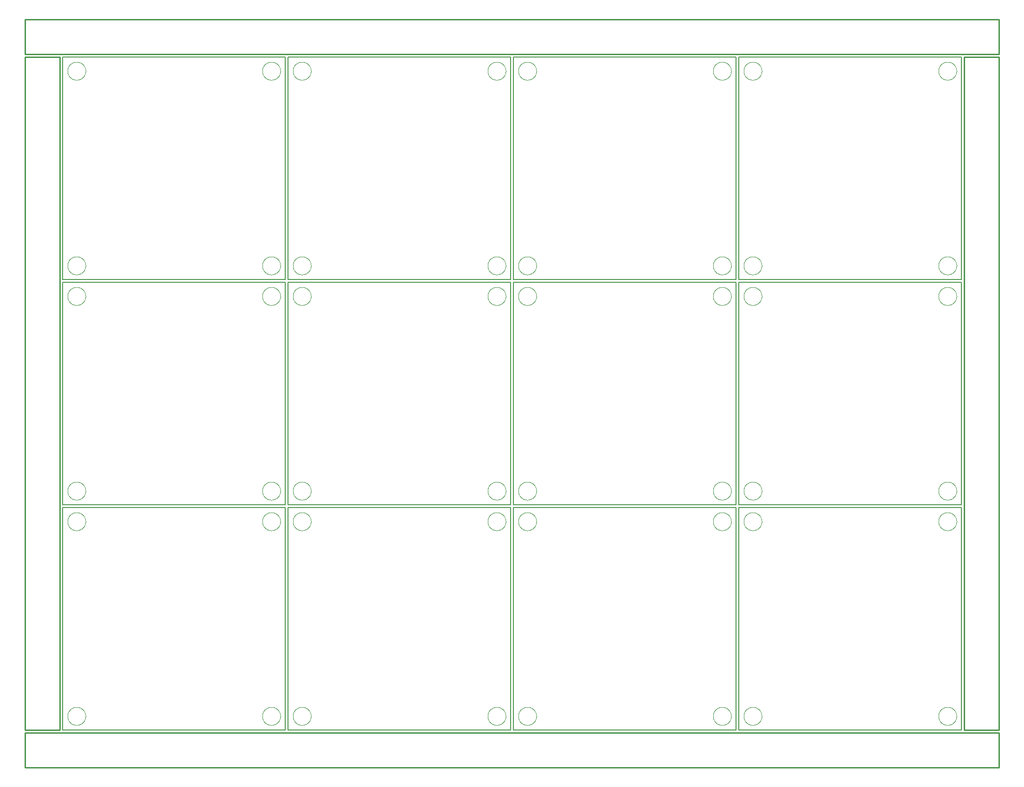
<source format=gko>
G75*
%MOIN*%
%OFA0B0*%
%FSLAX25Y25*%
%IPPOS*%
%LPD*%
%AMOC8*
5,1,8,0,0,1.08239X$1,22.5*
%
%ADD10C,0.00800*%
%ADD11C,0.01000*%
%ADD12C,0.00000*%
D10*
X0028750Y0028750D02*
X0188750Y0028750D01*
X0188750Y0188750D01*
X0028750Y0188750D01*
X0028750Y0028750D01*
X0190750Y0028750D02*
X0350750Y0028750D01*
X0350750Y0188750D01*
X0190750Y0188750D01*
X0190750Y0028750D01*
X0352750Y0028750D02*
X0512750Y0028750D01*
X0512750Y0188750D01*
X0352750Y0188750D01*
X0352750Y0028750D01*
X0514750Y0028750D02*
X0674750Y0028750D01*
X0674750Y0188750D01*
X0514750Y0188750D01*
X0514750Y0028750D01*
X0514750Y0190750D02*
X0674750Y0190750D01*
X0674750Y0350750D01*
X0514750Y0350750D01*
X0514750Y0190750D01*
X0512750Y0190750D02*
X0352750Y0190750D01*
X0352750Y0350750D01*
X0512750Y0350750D01*
X0512750Y0190750D01*
X0350750Y0190750D02*
X0190750Y0190750D01*
X0190750Y0350750D01*
X0350750Y0350750D01*
X0350750Y0190750D01*
X0188750Y0190750D02*
X0028750Y0190750D01*
X0028750Y0350750D01*
X0188750Y0350750D01*
X0188750Y0190750D01*
X0188750Y0352750D02*
X0028750Y0352750D01*
X0028750Y0512750D01*
X0188750Y0512750D01*
X0188750Y0352750D01*
X0190750Y0352750D02*
X0350750Y0352750D01*
X0350750Y0512750D01*
X0190750Y0512750D01*
X0190750Y0352750D01*
X0352750Y0352750D02*
X0512750Y0352750D01*
X0512750Y0512750D01*
X0352750Y0512750D01*
X0352750Y0352750D01*
X0514750Y0352750D02*
X0674750Y0352750D01*
X0674750Y0512750D01*
X0514750Y0512750D01*
X0514750Y0352750D01*
D11*
X0001750Y0026750D02*
X0001750Y0001750D01*
X0701750Y0001750D01*
X0701750Y0026750D01*
X0001750Y0026750D01*
X0001750Y0028750D02*
X0001750Y0512750D01*
X0026750Y0512750D01*
X0026750Y0028750D01*
X0001750Y0028750D01*
X0001750Y0514750D02*
X0001750Y0539750D01*
X0701750Y0539750D01*
X0701750Y0514750D01*
X0001750Y0514750D01*
X0676750Y0512750D02*
X0676750Y0028750D01*
X0701750Y0028750D01*
X0701750Y0512750D01*
X0676750Y0512750D01*
D12*
X0658250Y0502750D02*
X0658252Y0502911D01*
X0658258Y0503071D01*
X0658268Y0503232D01*
X0658282Y0503392D01*
X0658300Y0503552D01*
X0658321Y0503711D01*
X0658347Y0503870D01*
X0658377Y0504028D01*
X0658410Y0504185D01*
X0658448Y0504342D01*
X0658489Y0504497D01*
X0658534Y0504651D01*
X0658583Y0504804D01*
X0658636Y0504956D01*
X0658692Y0505107D01*
X0658753Y0505256D01*
X0658816Y0505404D01*
X0658884Y0505550D01*
X0658955Y0505694D01*
X0659029Y0505836D01*
X0659107Y0505977D01*
X0659189Y0506115D01*
X0659274Y0506252D01*
X0659362Y0506386D01*
X0659454Y0506518D01*
X0659549Y0506648D01*
X0659647Y0506776D01*
X0659748Y0506901D01*
X0659852Y0507023D01*
X0659959Y0507143D01*
X0660069Y0507260D01*
X0660182Y0507375D01*
X0660298Y0507486D01*
X0660417Y0507595D01*
X0660538Y0507700D01*
X0660662Y0507803D01*
X0660788Y0507903D01*
X0660916Y0507999D01*
X0661047Y0508092D01*
X0661181Y0508182D01*
X0661316Y0508269D01*
X0661454Y0508352D01*
X0661593Y0508432D01*
X0661735Y0508508D01*
X0661878Y0508581D01*
X0662023Y0508650D01*
X0662170Y0508716D01*
X0662318Y0508778D01*
X0662468Y0508836D01*
X0662619Y0508891D01*
X0662772Y0508942D01*
X0662926Y0508989D01*
X0663081Y0509032D01*
X0663237Y0509071D01*
X0663393Y0509107D01*
X0663551Y0509138D01*
X0663709Y0509166D01*
X0663868Y0509190D01*
X0664028Y0509210D01*
X0664188Y0509226D01*
X0664348Y0509238D01*
X0664509Y0509246D01*
X0664670Y0509250D01*
X0664830Y0509250D01*
X0664991Y0509246D01*
X0665152Y0509238D01*
X0665312Y0509226D01*
X0665472Y0509210D01*
X0665632Y0509190D01*
X0665791Y0509166D01*
X0665949Y0509138D01*
X0666107Y0509107D01*
X0666263Y0509071D01*
X0666419Y0509032D01*
X0666574Y0508989D01*
X0666728Y0508942D01*
X0666881Y0508891D01*
X0667032Y0508836D01*
X0667182Y0508778D01*
X0667330Y0508716D01*
X0667477Y0508650D01*
X0667622Y0508581D01*
X0667765Y0508508D01*
X0667907Y0508432D01*
X0668046Y0508352D01*
X0668184Y0508269D01*
X0668319Y0508182D01*
X0668453Y0508092D01*
X0668584Y0507999D01*
X0668712Y0507903D01*
X0668838Y0507803D01*
X0668962Y0507700D01*
X0669083Y0507595D01*
X0669202Y0507486D01*
X0669318Y0507375D01*
X0669431Y0507260D01*
X0669541Y0507143D01*
X0669648Y0507023D01*
X0669752Y0506901D01*
X0669853Y0506776D01*
X0669951Y0506648D01*
X0670046Y0506518D01*
X0670138Y0506386D01*
X0670226Y0506252D01*
X0670311Y0506115D01*
X0670393Y0505977D01*
X0670471Y0505836D01*
X0670545Y0505694D01*
X0670616Y0505550D01*
X0670684Y0505404D01*
X0670747Y0505256D01*
X0670808Y0505107D01*
X0670864Y0504956D01*
X0670917Y0504804D01*
X0670966Y0504651D01*
X0671011Y0504497D01*
X0671052Y0504342D01*
X0671090Y0504185D01*
X0671123Y0504028D01*
X0671153Y0503870D01*
X0671179Y0503711D01*
X0671200Y0503552D01*
X0671218Y0503392D01*
X0671232Y0503232D01*
X0671242Y0503071D01*
X0671248Y0502911D01*
X0671250Y0502750D01*
X0671248Y0502589D01*
X0671242Y0502429D01*
X0671232Y0502268D01*
X0671218Y0502108D01*
X0671200Y0501948D01*
X0671179Y0501789D01*
X0671153Y0501630D01*
X0671123Y0501472D01*
X0671090Y0501315D01*
X0671052Y0501158D01*
X0671011Y0501003D01*
X0670966Y0500849D01*
X0670917Y0500696D01*
X0670864Y0500544D01*
X0670808Y0500393D01*
X0670747Y0500244D01*
X0670684Y0500096D01*
X0670616Y0499950D01*
X0670545Y0499806D01*
X0670471Y0499664D01*
X0670393Y0499523D01*
X0670311Y0499385D01*
X0670226Y0499248D01*
X0670138Y0499114D01*
X0670046Y0498982D01*
X0669951Y0498852D01*
X0669853Y0498724D01*
X0669752Y0498599D01*
X0669648Y0498477D01*
X0669541Y0498357D01*
X0669431Y0498240D01*
X0669318Y0498125D01*
X0669202Y0498014D01*
X0669083Y0497905D01*
X0668962Y0497800D01*
X0668838Y0497697D01*
X0668712Y0497597D01*
X0668584Y0497501D01*
X0668453Y0497408D01*
X0668319Y0497318D01*
X0668184Y0497231D01*
X0668046Y0497148D01*
X0667907Y0497068D01*
X0667765Y0496992D01*
X0667622Y0496919D01*
X0667477Y0496850D01*
X0667330Y0496784D01*
X0667182Y0496722D01*
X0667032Y0496664D01*
X0666881Y0496609D01*
X0666728Y0496558D01*
X0666574Y0496511D01*
X0666419Y0496468D01*
X0666263Y0496429D01*
X0666107Y0496393D01*
X0665949Y0496362D01*
X0665791Y0496334D01*
X0665632Y0496310D01*
X0665472Y0496290D01*
X0665312Y0496274D01*
X0665152Y0496262D01*
X0664991Y0496254D01*
X0664830Y0496250D01*
X0664670Y0496250D01*
X0664509Y0496254D01*
X0664348Y0496262D01*
X0664188Y0496274D01*
X0664028Y0496290D01*
X0663868Y0496310D01*
X0663709Y0496334D01*
X0663551Y0496362D01*
X0663393Y0496393D01*
X0663237Y0496429D01*
X0663081Y0496468D01*
X0662926Y0496511D01*
X0662772Y0496558D01*
X0662619Y0496609D01*
X0662468Y0496664D01*
X0662318Y0496722D01*
X0662170Y0496784D01*
X0662023Y0496850D01*
X0661878Y0496919D01*
X0661735Y0496992D01*
X0661593Y0497068D01*
X0661454Y0497148D01*
X0661316Y0497231D01*
X0661181Y0497318D01*
X0661047Y0497408D01*
X0660916Y0497501D01*
X0660788Y0497597D01*
X0660662Y0497697D01*
X0660538Y0497800D01*
X0660417Y0497905D01*
X0660298Y0498014D01*
X0660182Y0498125D01*
X0660069Y0498240D01*
X0659959Y0498357D01*
X0659852Y0498477D01*
X0659748Y0498599D01*
X0659647Y0498724D01*
X0659549Y0498852D01*
X0659454Y0498982D01*
X0659362Y0499114D01*
X0659274Y0499248D01*
X0659189Y0499385D01*
X0659107Y0499523D01*
X0659029Y0499664D01*
X0658955Y0499806D01*
X0658884Y0499950D01*
X0658816Y0500096D01*
X0658753Y0500244D01*
X0658692Y0500393D01*
X0658636Y0500544D01*
X0658583Y0500696D01*
X0658534Y0500849D01*
X0658489Y0501003D01*
X0658448Y0501158D01*
X0658410Y0501315D01*
X0658377Y0501472D01*
X0658347Y0501630D01*
X0658321Y0501789D01*
X0658300Y0501948D01*
X0658282Y0502108D01*
X0658268Y0502268D01*
X0658258Y0502429D01*
X0658252Y0502589D01*
X0658250Y0502750D01*
X0518250Y0502750D02*
X0518252Y0502911D01*
X0518258Y0503071D01*
X0518268Y0503232D01*
X0518282Y0503392D01*
X0518300Y0503552D01*
X0518321Y0503711D01*
X0518347Y0503870D01*
X0518377Y0504028D01*
X0518410Y0504185D01*
X0518448Y0504342D01*
X0518489Y0504497D01*
X0518534Y0504651D01*
X0518583Y0504804D01*
X0518636Y0504956D01*
X0518692Y0505107D01*
X0518753Y0505256D01*
X0518816Y0505404D01*
X0518884Y0505550D01*
X0518955Y0505694D01*
X0519029Y0505836D01*
X0519107Y0505977D01*
X0519189Y0506115D01*
X0519274Y0506252D01*
X0519362Y0506386D01*
X0519454Y0506518D01*
X0519549Y0506648D01*
X0519647Y0506776D01*
X0519748Y0506901D01*
X0519852Y0507023D01*
X0519959Y0507143D01*
X0520069Y0507260D01*
X0520182Y0507375D01*
X0520298Y0507486D01*
X0520417Y0507595D01*
X0520538Y0507700D01*
X0520662Y0507803D01*
X0520788Y0507903D01*
X0520916Y0507999D01*
X0521047Y0508092D01*
X0521181Y0508182D01*
X0521316Y0508269D01*
X0521454Y0508352D01*
X0521593Y0508432D01*
X0521735Y0508508D01*
X0521878Y0508581D01*
X0522023Y0508650D01*
X0522170Y0508716D01*
X0522318Y0508778D01*
X0522468Y0508836D01*
X0522619Y0508891D01*
X0522772Y0508942D01*
X0522926Y0508989D01*
X0523081Y0509032D01*
X0523237Y0509071D01*
X0523393Y0509107D01*
X0523551Y0509138D01*
X0523709Y0509166D01*
X0523868Y0509190D01*
X0524028Y0509210D01*
X0524188Y0509226D01*
X0524348Y0509238D01*
X0524509Y0509246D01*
X0524670Y0509250D01*
X0524830Y0509250D01*
X0524991Y0509246D01*
X0525152Y0509238D01*
X0525312Y0509226D01*
X0525472Y0509210D01*
X0525632Y0509190D01*
X0525791Y0509166D01*
X0525949Y0509138D01*
X0526107Y0509107D01*
X0526263Y0509071D01*
X0526419Y0509032D01*
X0526574Y0508989D01*
X0526728Y0508942D01*
X0526881Y0508891D01*
X0527032Y0508836D01*
X0527182Y0508778D01*
X0527330Y0508716D01*
X0527477Y0508650D01*
X0527622Y0508581D01*
X0527765Y0508508D01*
X0527907Y0508432D01*
X0528046Y0508352D01*
X0528184Y0508269D01*
X0528319Y0508182D01*
X0528453Y0508092D01*
X0528584Y0507999D01*
X0528712Y0507903D01*
X0528838Y0507803D01*
X0528962Y0507700D01*
X0529083Y0507595D01*
X0529202Y0507486D01*
X0529318Y0507375D01*
X0529431Y0507260D01*
X0529541Y0507143D01*
X0529648Y0507023D01*
X0529752Y0506901D01*
X0529853Y0506776D01*
X0529951Y0506648D01*
X0530046Y0506518D01*
X0530138Y0506386D01*
X0530226Y0506252D01*
X0530311Y0506115D01*
X0530393Y0505977D01*
X0530471Y0505836D01*
X0530545Y0505694D01*
X0530616Y0505550D01*
X0530684Y0505404D01*
X0530747Y0505256D01*
X0530808Y0505107D01*
X0530864Y0504956D01*
X0530917Y0504804D01*
X0530966Y0504651D01*
X0531011Y0504497D01*
X0531052Y0504342D01*
X0531090Y0504185D01*
X0531123Y0504028D01*
X0531153Y0503870D01*
X0531179Y0503711D01*
X0531200Y0503552D01*
X0531218Y0503392D01*
X0531232Y0503232D01*
X0531242Y0503071D01*
X0531248Y0502911D01*
X0531250Y0502750D01*
X0531248Y0502589D01*
X0531242Y0502429D01*
X0531232Y0502268D01*
X0531218Y0502108D01*
X0531200Y0501948D01*
X0531179Y0501789D01*
X0531153Y0501630D01*
X0531123Y0501472D01*
X0531090Y0501315D01*
X0531052Y0501158D01*
X0531011Y0501003D01*
X0530966Y0500849D01*
X0530917Y0500696D01*
X0530864Y0500544D01*
X0530808Y0500393D01*
X0530747Y0500244D01*
X0530684Y0500096D01*
X0530616Y0499950D01*
X0530545Y0499806D01*
X0530471Y0499664D01*
X0530393Y0499523D01*
X0530311Y0499385D01*
X0530226Y0499248D01*
X0530138Y0499114D01*
X0530046Y0498982D01*
X0529951Y0498852D01*
X0529853Y0498724D01*
X0529752Y0498599D01*
X0529648Y0498477D01*
X0529541Y0498357D01*
X0529431Y0498240D01*
X0529318Y0498125D01*
X0529202Y0498014D01*
X0529083Y0497905D01*
X0528962Y0497800D01*
X0528838Y0497697D01*
X0528712Y0497597D01*
X0528584Y0497501D01*
X0528453Y0497408D01*
X0528319Y0497318D01*
X0528184Y0497231D01*
X0528046Y0497148D01*
X0527907Y0497068D01*
X0527765Y0496992D01*
X0527622Y0496919D01*
X0527477Y0496850D01*
X0527330Y0496784D01*
X0527182Y0496722D01*
X0527032Y0496664D01*
X0526881Y0496609D01*
X0526728Y0496558D01*
X0526574Y0496511D01*
X0526419Y0496468D01*
X0526263Y0496429D01*
X0526107Y0496393D01*
X0525949Y0496362D01*
X0525791Y0496334D01*
X0525632Y0496310D01*
X0525472Y0496290D01*
X0525312Y0496274D01*
X0525152Y0496262D01*
X0524991Y0496254D01*
X0524830Y0496250D01*
X0524670Y0496250D01*
X0524509Y0496254D01*
X0524348Y0496262D01*
X0524188Y0496274D01*
X0524028Y0496290D01*
X0523868Y0496310D01*
X0523709Y0496334D01*
X0523551Y0496362D01*
X0523393Y0496393D01*
X0523237Y0496429D01*
X0523081Y0496468D01*
X0522926Y0496511D01*
X0522772Y0496558D01*
X0522619Y0496609D01*
X0522468Y0496664D01*
X0522318Y0496722D01*
X0522170Y0496784D01*
X0522023Y0496850D01*
X0521878Y0496919D01*
X0521735Y0496992D01*
X0521593Y0497068D01*
X0521454Y0497148D01*
X0521316Y0497231D01*
X0521181Y0497318D01*
X0521047Y0497408D01*
X0520916Y0497501D01*
X0520788Y0497597D01*
X0520662Y0497697D01*
X0520538Y0497800D01*
X0520417Y0497905D01*
X0520298Y0498014D01*
X0520182Y0498125D01*
X0520069Y0498240D01*
X0519959Y0498357D01*
X0519852Y0498477D01*
X0519748Y0498599D01*
X0519647Y0498724D01*
X0519549Y0498852D01*
X0519454Y0498982D01*
X0519362Y0499114D01*
X0519274Y0499248D01*
X0519189Y0499385D01*
X0519107Y0499523D01*
X0519029Y0499664D01*
X0518955Y0499806D01*
X0518884Y0499950D01*
X0518816Y0500096D01*
X0518753Y0500244D01*
X0518692Y0500393D01*
X0518636Y0500544D01*
X0518583Y0500696D01*
X0518534Y0500849D01*
X0518489Y0501003D01*
X0518448Y0501158D01*
X0518410Y0501315D01*
X0518377Y0501472D01*
X0518347Y0501630D01*
X0518321Y0501789D01*
X0518300Y0501948D01*
X0518282Y0502108D01*
X0518268Y0502268D01*
X0518258Y0502429D01*
X0518252Y0502589D01*
X0518250Y0502750D01*
X0496250Y0502750D02*
X0496252Y0502911D01*
X0496258Y0503071D01*
X0496268Y0503232D01*
X0496282Y0503392D01*
X0496300Y0503552D01*
X0496321Y0503711D01*
X0496347Y0503870D01*
X0496377Y0504028D01*
X0496410Y0504185D01*
X0496448Y0504342D01*
X0496489Y0504497D01*
X0496534Y0504651D01*
X0496583Y0504804D01*
X0496636Y0504956D01*
X0496692Y0505107D01*
X0496753Y0505256D01*
X0496816Y0505404D01*
X0496884Y0505550D01*
X0496955Y0505694D01*
X0497029Y0505836D01*
X0497107Y0505977D01*
X0497189Y0506115D01*
X0497274Y0506252D01*
X0497362Y0506386D01*
X0497454Y0506518D01*
X0497549Y0506648D01*
X0497647Y0506776D01*
X0497748Y0506901D01*
X0497852Y0507023D01*
X0497959Y0507143D01*
X0498069Y0507260D01*
X0498182Y0507375D01*
X0498298Y0507486D01*
X0498417Y0507595D01*
X0498538Y0507700D01*
X0498662Y0507803D01*
X0498788Y0507903D01*
X0498916Y0507999D01*
X0499047Y0508092D01*
X0499181Y0508182D01*
X0499316Y0508269D01*
X0499454Y0508352D01*
X0499593Y0508432D01*
X0499735Y0508508D01*
X0499878Y0508581D01*
X0500023Y0508650D01*
X0500170Y0508716D01*
X0500318Y0508778D01*
X0500468Y0508836D01*
X0500619Y0508891D01*
X0500772Y0508942D01*
X0500926Y0508989D01*
X0501081Y0509032D01*
X0501237Y0509071D01*
X0501393Y0509107D01*
X0501551Y0509138D01*
X0501709Y0509166D01*
X0501868Y0509190D01*
X0502028Y0509210D01*
X0502188Y0509226D01*
X0502348Y0509238D01*
X0502509Y0509246D01*
X0502670Y0509250D01*
X0502830Y0509250D01*
X0502991Y0509246D01*
X0503152Y0509238D01*
X0503312Y0509226D01*
X0503472Y0509210D01*
X0503632Y0509190D01*
X0503791Y0509166D01*
X0503949Y0509138D01*
X0504107Y0509107D01*
X0504263Y0509071D01*
X0504419Y0509032D01*
X0504574Y0508989D01*
X0504728Y0508942D01*
X0504881Y0508891D01*
X0505032Y0508836D01*
X0505182Y0508778D01*
X0505330Y0508716D01*
X0505477Y0508650D01*
X0505622Y0508581D01*
X0505765Y0508508D01*
X0505907Y0508432D01*
X0506046Y0508352D01*
X0506184Y0508269D01*
X0506319Y0508182D01*
X0506453Y0508092D01*
X0506584Y0507999D01*
X0506712Y0507903D01*
X0506838Y0507803D01*
X0506962Y0507700D01*
X0507083Y0507595D01*
X0507202Y0507486D01*
X0507318Y0507375D01*
X0507431Y0507260D01*
X0507541Y0507143D01*
X0507648Y0507023D01*
X0507752Y0506901D01*
X0507853Y0506776D01*
X0507951Y0506648D01*
X0508046Y0506518D01*
X0508138Y0506386D01*
X0508226Y0506252D01*
X0508311Y0506115D01*
X0508393Y0505977D01*
X0508471Y0505836D01*
X0508545Y0505694D01*
X0508616Y0505550D01*
X0508684Y0505404D01*
X0508747Y0505256D01*
X0508808Y0505107D01*
X0508864Y0504956D01*
X0508917Y0504804D01*
X0508966Y0504651D01*
X0509011Y0504497D01*
X0509052Y0504342D01*
X0509090Y0504185D01*
X0509123Y0504028D01*
X0509153Y0503870D01*
X0509179Y0503711D01*
X0509200Y0503552D01*
X0509218Y0503392D01*
X0509232Y0503232D01*
X0509242Y0503071D01*
X0509248Y0502911D01*
X0509250Y0502750D01*
X0509248Y0502589D01*
X0509242Y0502429D01*
X0509232Y0502268D01*
X0509218Y0502108D01*
X0509200Y0501948D01*
X0509179Y0501789D01*
X0509153Y0501630D01*
X0509123Y0501472D01*
X0509090Y0501315D01*
X0509052Y0501158D01*
X0509011Y0501003D01*
X0508966Y0500849D01*
X0508917Y0500696D01*
X0508864Y0500544D01*
X0508808Y0500393D01*
X0508747Y0500244D01*
X0508684Y0500096D01*
X0508616Y0499950D01*
X0508545Y0499806D01*
X0508471Y0499664D01*
X0508393Y0499523D01*
X0508311Y0499385D01*
X0508226Y0499248D01*
X0508138Y0499114D01*
X0508046Y0498982D01*
X0507951Y0498852D01*
X0507853Y0498724D01*
X0507752Y0498599D01*
X0507648Y0498477D01*
X0507541Y0498357D01*
X0507431Y0498240D01*
X0507318Y0498125D01*
X0507202Y0498014D01*
X0507083Y0497905D01*
X0506962Y0497800D01*
X0506838Y0497697D01*
X0506712Y0497597D01*
X0506584Y0497501D01*
X0506453Y0497408D01*
X0506319Y0497318D01*
X0506184Y0497231D01*
X0506046Y0497148D01*
X0505907Y0497068D01*
X0505765Y0496992D01*
X0505622Y0496919D01*
X0505477Y0496850D01*
X0505330Y0496784D01*
X0505182Y0496722D01*
X0505032Y0496664D01*
X0504881Y0496609D01*
X0504728Y0496558D01*
X0504574Y0496511D01*
X0504419Y0496468D01*
X0504263Y0496429D01*
X0504107Y0496393D01*
X0503949Y0496362D01*
X0503791Y0496334D01*
X0503632Y0496310D01*
X0503472Y0496290D01*
X0503312Y0496274D01*
X0503152Y0496262D01*
X0502991Y0496254D01*
X0502830Y0496250D01*
X0502670Y0496250D01*
X0502509Y0496254D01*
X0502348Y0496262D01*
X0502188Y0496274D01*
X0502028Y0496290D01*
X0501868Y0496310D01*
X0501709Y0496334D01*
X0501551Y0496362D01*
X0501393Y0496393D01*
X0501237Y0496429D01*
X0501081Y0496468D01*
X0500926Y0496511D01*
X0500772Y0496558D01*
X0500619Y0496609D01*
X0500468Y0496664D01*
X0500318Y0496722D01*
X0500170Y0496784D01*
X0500023Y0496850D01*
X0499878Y0496919D01*
X0499735Y0496992D01*
X0499593Y0497068D01*
X0499454Y0497148D01*
X0499316Y0497231D01*
X0499181Y0497318D01*
X0499047Y0497408D01*
X0498916Y0497501D01*
X0498788Y0497597D01*
X0498662Y0497697D01*
X0498538Y0497800D01*
X0498417Y0497905D01*
X0498298Y0498014D01*
X0498182Y0498125D01*
X0498069Y0498240D01*
X0497959Y0498357D01*
X0497852Y0498477D01*
X0497748Y0498599D01*
X0497647Y0498724D01*
X0497549Y0498852D01*
X0497454Y0498982D01*
X0497362Y0499114D01*
X0497274Y0499248D01*
X0497189Y0499385D01*
X0497107Y0499523D01*
X0497029Y0499664D01*
X0496955Y0499806D01*
X0496884Y0499950D01*
X0496816Y0500096D01*
X0496753Y0500244D01*
X0496692Y0500393D01*
X0496636Y0500544D01*
X0496583Y0500696D01*
X0496534Y0500849D01*
X0496489Y0501003D01*
X0496448Y0501158D01*
X0496410Y0501315D01*
X0496377Y0501472D01*
X0496347Y0501630D01*
X0496321Y0501789D01*
X0496300Y0501948D01*
X0496282Y0502108D01*
X0496268Y0502268D01*
X0496258Y0502429D01*
X0496252Y0502589D01*
X0496250Y0502750D01*
X0356250Y0502750D02*
X0356252Y0502911D01*
X0356258Y0503071D01*
X0356268Y0503232D01*
X0356282Y0503392D01*
X0356300Y0503552D01*
X0356321Y0503711D01*
X0356347Y0503870D01*
X0356377Y0504028D01*
X0356410Y0504185D01*
X0356448Y0504342D01*
X0356489Y0504497D01*
X0356534Y0504651D01*
X0356583Y0504804D01*
X0356636Y0504956D01*
X0356692Y0505107D01*
X0356753Y0505256D01*
X0356816Y0505404D01*
X0356884Y0505550D01*
X0356955Y0505694D01*
X0357029Y0505836D01*
X0357107Y0505977D01*
X0357189Y0506115D01*
X0357274Y0506252D01*
X0357362Y0506386D01*
X0357454Y0506518D01*
X0357549Y0506648D01*
X0357647Y0506776D01*
X0357748Y0506901D01*
X0357852Y0507023D01*
X0357959Y0507143D01*
X0358069Y0507260D01*
X0358182Y0507375D01*
X0358298Y0507486D01*
X0358417Y0507595D01*
X0358538Y0507700D01*
X0358662Y0507803D01*
X0358788Y0507903D01*
X0358916Y0507999D01*
X0359047Y0508092D01*
X0359181Y0508182D01*
X0359316Y0508269D01*
X0359454Y0508352D01*
X0359593Y0508432D01*
X0359735Y0508508D01*
X0359878Y0508581D01*
X0360023Y0508650D01*
X0360170Y0508716D01*
X0360318Y0508778D01*
X0360468Y0508836D01*
X0360619Y0508891D01*
X0360772Y0508942D01*
X0360926Y0508989D01*
X0361081Y0509032D01*
X0361237Y0509071D01*
X0361393Y0509107D01*
X0361551Y0509138D01*
X0361709Y0509166D01*
X0361868Y0509190D01*
X0362028Y0509210D01*
X0362188Y0509226D01*
X0362348Y0509238D01*
X0362509Y0509246D01*
X0362670Y0509250D01*
X0362830Y0509250D01*
X0362991Y0509246D01*
X0363152Y0509238D01*
X0363312Y0509226D01*
X0363472Y0509210D01*
X0363632Y0509190D01*
X0363791Y0509166D01*
X0363949Y0509138D01*
X0364107Y0509107D01*
X0364263Y0509071D01*
X0364419Y0509032D01*
X0364574Y0508989D01*
X0364728Y0508942D01*
X0364881Y0508891D01*
X0365032Y0508836D01*
X0365182Y0508778D01*
X0365330Y0508716D01*
X0365477Y0508650D01*
X0365622Y0508581D01*
X0365765Y0508508D01*
X0365907Y0508432D01*
X0366046Y0508352D01*
X0366184Y0508269D01*
X0366319Y0508182D01*
X0366453Y0508092D01*
X0366584Y0507999D01*
X0366712Y0507903D01*
X0366838Y0507803D01*
X0366962Y0507700D01*
X0367083Y0507595D01*
X0367202Y0507486D01*
X0367318Y0507375D01*
X0367431Y0507260D01*
X0367541Y0507143D01*
X0367648Y0507023D01*
X0367752Y0506901D01*
X0367853Y0506776D01*
X0367951Y0506648D01*
X0368046Y0506518D01*
X0368138Y0506386D01*
X0368226Y0506252D01*
X0368311Y0506115D01*
X0368393Y0505977D01*
X0368471Y0505836D01*
X0368545Y0505694D01*
X0368616Y0505550D01*
X0368684Y0505404D01*
X0368747Y0505256D01*
X0368808Y0505107D01*
X0368864Y0504956D01*
X0368917Y0504804D01*
X0368966Y0504651D01*
X0369011Y0504497D01*
X0369052Y0504342D01*
X0369090Y0504185D01*
X0369123Y0504028D01*
X0369153Y0503870D01*
X0369179Y0503711D01*
X0369200Y0503552D01*
X0369218Y0503392D01*
X0369232Y0503232D01*
X0369242Y0503071D01*
X0369248Y0502911D01*
X0369250Y0502750D01*
X0369248Y0502589D01*
X0369242Y0502429D01*
X0369232Y0502268D01*
X0369218Y0502108D01*
X0369200Y0501948D01*
X0369179Y0501789D01*
X0369153Y0501630D01*
X0369123Y0501472D01*
X0369090Y0501315D01*
X0369052Y0501158D01*
X0369011Y0501003D01*
X0368966Y0500849D01*
X0368917Y0500696D01*
X0368864Y0500544D01*
X0368808Y0500393D01*
X0368747Y0500244D01*
X0368684Y0500096D01*
X0368616Y0499950D01*
X0368545Y0499806D01*
X0368471Y0499664D01*
X0368393Y0499523D01*
X0368311Y0499385D01*
X0368226Y0499248D01*
X0368138Y0499114D01*
X0368046Y0498982D01*
X0367951Y0498852D01*
X0367853Y0498724D01*
X0367752Y0498599D01*
X0367648Y0498477D01*
X0367541Y0498357D01*
X0367431Y0498240D01*
X0367318Y0498125D01*
X0367202Y0498014D01*
X0367083Y0497905D01*
X0366962Y0497800D01*
X0366838Y0497697D01*
X0366712Y0497597D01*
X0366584Y0497501D01*
X0366453Y0497408D01*
X0366319Y0497318D01*
X0366184Y0497231D01*
X0366046Y0497148D01*
X0365907Y0497068D01*
X0365765Y0496992D01*
X0365622Y0496919D01*
X0365477Y0496850D01*
X0365330Y0496784D01*
X0365182Y0496722D01*
X0365032Y0496664D01*
X0364881Y0496609D01*
X0364728Y0496558D01*
X0364574Y0496511D01*
X0364419Y0496468D01*
X0364263Y0496429D01*
X0364107Y0496393D01*
X0363949Y0496362D01*
X0363791Y0496334D01*
X0363632Y0496310D01*
X0363472Y0496290D01*
X0363312Y0496274D01*
X0363152Y0496262D01*
X0362991Y0496254D01*
X0362830Y0496250D01*
X0362670Y0496250D01*
X0362509Y0496254D01*
X0362348Y0496262D01*
X0362188Y0496274D01*
X0362028Y0496290D01*
X0361868Y0496310D01*
X0361709Y0496334D01*
X0361551Y0496362D01*
X0361393Y0496393D01*
X0361237Y0496429D01*
X0361081Y0496468D01*
X0360926Y0496511D01*
X0360772Y0496558D01*
X0360619Y0496609D01*
X0360468Y0496664D01*
X0360318Y0496722D01*
X0360170Y0496784D01*
X0360023Y0496850D01*
X0359878Y0496919D01*
X0359735Y0496992D01*
X0359593Y0497068D01*
X0359454Y0497148D01*
X0359316Y0497231D01*
X0359181Y0497318D01*
X0359047Y0497408D01*
X0358916Y0497501D01*
X0358788Y0497597D01*
X0358662Y0497697D01*
X0358538Y0497800D01*
X0358417Y0497905D01*
X0358298Y0498014D01*
X0358182Y0498125D01*
X0358069Y0498240D01*
X0357959Y0498357D01*
X0357852Y0498477D01*
X0357748Y0498599D01*
X0357647Y0498724D01*
X0357549Y0498852D01*
X0357454Y0498982D01*
X0357362Y0499114D01*
X0357274Y0499248D01*
X0357189Y0499385D01*
X0357107Y0499523D01*
X0357029Y0499664D01*
X0356955Y0499806D01*
X0356884Y0499950D01*
X0356816Y0500096D01*
X0356753Y0500244D01*
X0356692Y0500393D01*
X0356636Y0500544D01*
X0356583Y0500696D01*
X0356534Y0500849D01*
X0356489Y0501003D01*
X0356448Y0501158D01*
X0356410Y0501315D01*
X0356377Y0501472D01*
X0356347Y0501630D01*
X0356321Y0501789D01*
X0356300Y0501948D01*
X0356282Y0502108D01*
X0356268Y0502268D01*
X0356258Y0502429D01*
X0356252Y0502589D01*
X0356250Y0502750D01*
X0334250Y0502750D02*
X0334252Y0502911D01*
X0334258Y0503071D01*
X0334268Y0503232D01*
X0334282Y0503392D01*
X0334300Y0503552D01*
X0334321Y0503711D01*
X0334347Y0503870D01*
X0334377Y0504028D01*
X0334410Y0504185D01*
X0334448Y0504342D01*
X0334489Y0504497D01*
X0334534Y0504651D01*
X0334583Y0504804D01*
X0334636Y0504956D01*
X0334692Y0505107D01*
X0334753Y0505256D01*
X0334816Y0505404D01*
X0334884Y0505550D01*
X0334955Y0505694D01*
X0335029Y0505836D01*
X0335107Y0505977D01*
X0335189Y0506115D01*
X0335274Y0506252D01*
X0335362Y0506386D01*
X0335454Y0506518D01*
X0335549Y0506648D01*
X0335647Y0506776D01*
X0335748Y0506901D01*
X0335852Y0507023D01*
X0335959Y0507143D01*
X0336069Y0507260D01*
X0336182Y0507375D01*
X0336298Y0507486D01*
X0336417Y0507595D01*
X0336538Y0507700D01*
X0336662Y0507803D01*
X0336788Y0507903D01*
X0336916Y0507999D01*
X0337047Y0508092D01*
X0337181Y0508182D01*
X0337316Y0508269D01*
X0337454Y0508352D01*
X0337593Y0508432D01*
X0337735Y0508508D01*
X0337878Y0508581D01*
X0338023Y0508650D01*
X0338170Y0508716D01*
X0338318Y0508778D01*
X0338468Y0508836D01*
X0338619Y0508891D01*
X0338772Y0508942D01*
X0338926Y0508989D01*
X0339081Y0509032D01*
X0339237Y0509071D01*
X0339393Y0509107D01*
X0339551Y0509138D01*
X0339709Y0509166D01*
X0339868Y0509190D01*
X0340028Y0509210D01*
X0340188Y0509226D01*
X0340348Y0509238D01*
X0340509Y0509246D01*
X0340670Y0509250D01*
X0340830Y0509250D01*
X0340991Y0509246D01*
X0341152Y0509238D01*
X0341312Y0509226D01*
X0341472Y0509210D01*
X0341632Y0509190D01*
X0341791Y0509166D01*
X0341949Y0509138D01*
X0342107Y0509107D01*
X0342263Y0509071D01*
X0342419Y0509032D01*
X0342574Y0508989D01*
X0342728Y0508942D01*
X0342881Y0508891D01*
X0343032Y0508836D01*
X0343182Y0508778D01*
X0343330Y0508716D01*
X0343477Y0508650D01*
X0343622Y0508581D01*
X0343765Y0508508D01*
X0343907Y0508432D01*
X0344046Y0508352D01*
X0344184Y0508269D01*
X0344319Y0508182D01*
X0344453Y0508092D01*
X0344584Y0507999D01*
X0344712Y0507903D01*
X0344838Y0507803D01*
X0344962Y0507700D01*
X0345083Y0507595D01*
X0345202Y0507486D01*
X0345318Y0507375D01*
X0345431Y0507260D01*
X0345541Y0507143D01*
X0345648Y0507023D01*
X0345752Y0506901D01*
X0345853Y0506776D01*
X0345951Y0506648D01*
X0346046Y0506518D01*
X0346138Y0506386D01*
X0346226Y0506252D01*
X0346311Y0506115D01*
X0346393Y0505977D01*
X0346471Y0505836D01*
X0346545Y0505694D01*
X0346616Y0505550D01*
X0346684Y0505404D01*
X0346747Y0505256D01*
X0346808Y0505107D01*
X0346864Y0504956D01*
X0346917Y0504804D01*
X0346966Y0504651D01*
X0347011Y0504497D01*
X0347052Y0504342D01*
X0347090Y0504185D01*
X0347123Y0504028D01*
X0347153Y0503870D01*
X0347179Y0503711D01*
X0347200Y0503552D01*
X0347218Y0503392D01*
X0347232Y0503232D01*
X0347242Y0503071D01*
X0347248Y0502911D01*
X0347250Y0502750D01*
X0347248Y0502589D01*
X0347242Y0502429D01*
X0347232Y0502268D01*
X0347218Y0502108D01*
X0347200Y0501948D01*
X0347179Y0501789D01*
X0347153Y0501630D01*
X0347123Y0501472D01*
X0347090Y0501315D01*
X0347052Y0501158D01*
X0347011Y0501003D01*
X0346966Y0500849D01*
X0346917Y0500696D01*
X0346864Y0500544D01*
X0346808Y0500393D01*
X0346747Y0500244D01*
X0346684Y0500096D01*
X0346616Y0499950D01*
X0346545Y0499806D01*
X0346471Y0499664D01*
X0346393Y0499523D01*
X0346311Y0499385D01*
X0346226Y0499248D01*
X0346138Y0499114D01*
X0346046Y0498982D01*
X0345951Y0498852D01*
X0345853Y0498724D01*
X0345752Y0498599D01*
X0345648Y0498477D01*
X0345541Y0498357D01*
X0345431Y0498240D01*
X0345318Y0498125D01*
X0345202Y0498014D01*
X0345083Y0497905D01*
X0344962Y0497800D01*
X0344838Y0497697D01*
X0344712Y0497597D01*
X0344584Y0497501D01*
X0344453Y0497408D01*
X0344319Y0497318D01*
X0344184Y0497231D01*
X0344046Y0497148D01*
X0343907Y0497068D01*
X0343765Y0496992D01*
X0343622Y0496919D01*
X0343477Y0496850D01*
X0343330Y0496784D01*
X0343182Y0496722D01*
X0343032Y0496664D01*
X0342881Y0496609D01*
X0342728Y0496558D01*
X0342574Y0496511D01*
X0342419Y0496468D01*
X0342263Y0496429D01*
X0342107Y0496393D01*
X0341949Y0496362D01*
X0341791Y0496334D01*
X0341632Y0496310D01*
X0341472Y0496290D01*
X0341312Y0496274D01*
X0341152Y0496262D01*
X0340991Y0496254D01*
X0340830Y0496250D01*
X0340670Y0496250D01*
X0340509Y0496254D01*
X0340348Y0496262D01*
X0340188Y0496274D01*
X0340028Y0496290D01*
X0339868Y0496310D01*
X0339709Y0496334D01*
X0339551Y0496362D01*
X0339393Y0496393D01*
X0339237Y0496429D01*
X0339081Y0496468D01*
X0338926Y0496511D01*
X0338772Y0496558D01*
X0338619Y0496609D01*
X0338468Y0496664D01*
X0338318Y0496722D01*
X0338170Y0496784D01*
X0338023Y0496850D01*
X0337878Y0496919D01*
X0337735Y0496992D01*
X0337593Y0497068D01*
X0337454Y0497148D01*
X0337316Y0497231D01*
X0337181Y0497318D01*
X0337047Y0497408D01*
X0336916Y0497501D01*
X0336788Y0497597D01*
X0336662Y0497697D01*
X0336538Y0497800D01*
X0336417Y0497905D01*
X0336298Y0498014D01*
X0336182Y0498125D01*
X0336069Y0498240D01*
X0335959Y0498357D01*
X0335852Y0498477D01*
X0335748Y0498599D01*
X0335647Y0498724D01*
X0335549Y0498852D01*
X0335454Y0498982D01*
X0335362Y0499114D01*
X0335274Y0499248D01*
X0335189Y0499385D01*
X0335107Y0499523D01*
X0335029Y0499664D01*
X0334955Y0499806D01*
X0334884Y0499950D01*
X0334816Y0500096D01*
X0334753Y0500244D01*
X0334692Y0500393D01*
X0334636Y0500544D01*
X0334583Y0500696D01*
X0334534Y0500849D01*
X0334489Y0501003D01*
X0334448Y0501158D01*
X0334410Y0501315D01*
X0334377Y0501472D01*
X0334347Y0501630D01*
X0334321Y0501789D01*
X0334300Y0501948D01*
X0334282Y0502108D01*
X0334268Y0502268D01*
X0334258Y0502429D01*
X0334252Y0502589D01*
X0334250Y0502750D01*
X0194250Y0502750D02*
X0194252Y0502911D01*
X0194258Y0503071D01*
X0194268Y0503232D01*
X0194282Y0503392D01*
X0194300Y0503552D01*
X0194321Y0503711D01*
X0194347Y0503870D01*
X0194377Y0504028D01*
X0194410Y0504185D01*
X0194448Y0504342D01*
X0194489Y0504497D01*
X0194534Y0504651D01*
X0194583Y0504804D01*
X0194636Y0504956D01*
X0194692Y0505107D01*
X0194753Y0505256D01*
X0194816Y0505404D01*
X0194884Y0505550D01*
X0194955Y0505694D01*
X0195029Y0505836D01*
X0195107Y0505977D01*
X0195189Y0506115D01*
X0195274Y0506252D01*
X0195362Y0506386D01*
X0195454Y0506518D01*
X0195549Y0506648D01*
X0195647Y0506776D01*
X0195748Y0506901D01*
X0195852Y0507023D01*
X0195959Y0507143D01*
X0196069Y0507260D01*
X0196182Y0507375D01*
X0196298Y0507486D01*
X0196417Y0507595D01*
X0196538Y0507700D01*
X0196662Y0507803D01*
X0196788Y0507903D01*
X0196916Y0507999D01*
X0197047Y0508092D01*
X0197181Y0508182D01*
X0197316Y0508269D01*
X0197454Y0508352D01*
X0197593Y0508432D01*
X0197735Y0508508D01*
X0197878Y0508581D01*
X0198023Y0508650D01*
X0198170Y0508716D01*
X0198318Y0508778D01*
X0198468Y0508836D01*
X0198619Y0508891D01*
X0198772Y0508942D01*
X0198926Y0508989D01*
X0199081Y0509032D01*
X0199237Y0509071D01*
X0199393Y0509107D01*
X0199551Y0509138D01*
X0199709Y0509166D01*
X0199868Y0509190D01*
X0200028Y0509210D01*
X0200188Y0509226D01*
X0200348Y0509238D01*
X0200509Y0509246D01*
X0200670Y0509250D01*
X0200830Y0509250D01*
X0200991Y0509246D01*
X0201152Y0509238D01*
X0201312Y0509226D01*
X0201472Y0509210D01*
X0201632Y0509190D01*
X0201791Y0509166D01*
X0201949Y0509138D01*
X0202107Y0509107D01*
X0202263Y0509071D01*
X0202419Y0509032D01*
X0202574Y0508989D01*
X0202728Y0508942D01*
X0202881Y0508891D01*
X0203032Y0508836D01*
X0203182Y0508778D01*
X0203330Y0508716D01*
X0203477Y0508650D01*
X0203622Y0508581D01*
X0203765Y0508508D01*
X0203907Y0508432D01*
X0204046Y0508352D01*
X0204184Y0508269D01*
X0204319Y0508182D01*
X0204453Y0508092D01*
X0204584Y0507999D01*
X0204712Y0507903D01*
X0204838Y0507803D01*
X0204962Y0507700D01*
X0205083Y0507595D01*
X0205202Y0507486D01*
X0205318Y0507375D01*
X0205431Y0507260D01*
X0205541Y0507143D01*
X0205648Y0507023D01*
X0205752Y0506901D01*
X0205853Y0506776D01*
X0205951Y0506648D01*
X0206046Y0506518D01*
X0206138Y0506386D01*
X0206226Y0506252D01*
X0206311Y0506115D01*
X0206393Y0505977D01*
X0206471Y0505836D01*
X0206545Y0505694D01*
X0206616Y0505550D01*
X0206684Y0505404D01*
X0206747Y0505256D01*
X0206808Y0505107D01*
X0206864Y0504956D01*
X0206917Y0504804D01*
X0206966Y0504651D01*
X0207011Y0504497D01*
X0207052Y0504342D01*
X0207090Y0504185D01*
X0207123Y0504028D01*
X0207153Y0503870D01*
X0207179Y0503711D01*
X0207200Y0503552D01*
X0207218Y0503392D01*
X0207232Y0503232D01*
X0207242Y0503071D01*
X0207248Y0502911D01*
X0207250Y0502750D01*
X0207248Y0502589D01*
X0207242Y0502429D01*
X0207232Y0502268D01*
X0207218Y0502108D01*
X0207200Y0501948D01*
X0207179Y0501789D01*
X0207153Y0501630D01*
X0207123Y0501472D01*
X0207090Y0501315D01*
X0207052Y0501158D01*
X0207011Y0501003D01*
X0206966Y0500849D01*
X0206917Y0500696D01*
X0206864Y0500544D01*
X0206808Y0500393D01*
X0206747Y0500244D01*
X0206684Y0500096D01*
X0206616Y0499950D01*
X0206545Y0499806D01*
X0206471Y0499664D01*
X0206393Y0499523D01*
X0206311Y0499385D01*
X0206226Y0499248D01*
X0206138Y0499114D01*
X0206046Y0498982D01*
X0205951Y0498852D01*
X0205853Y0498724D01*
X0205752Y0498599D01*
X0205648Y0498477D01*
X0205541Y0498357D01*
X0205431Y0498240D01*
X0205318Y0498125D01*
X0205202Y0498014D01*
X0205083Y0497905D01*
X0204962Y0497800D01*
X0204838Y0497697D01*
X0204712Y0497597D01*
X0204584Y0497501D01*
X0204453Y0497408D01*
X0204319Y0497318D01*
X0204184Y0497231D01*
X0204046Y0497148D01*
X0203907Y0497068D01*
X0203765Y0496992D01*
X0203622Y0496919D01*
X0203477Y0496850D01*
X0203330Y0496784D01*
X0203182Y0496722D01*
X0203032Y0496664D01*
X0202881Y0496609D01*
X0202728Y0496558D01*
X0202574Y0496511D01*
X0202419Y0496468D01*
X0202263Y0496429D01*
X0202107Y0496393D01*
X0201949Y0496362D01*
X0201791Y0496334D01*
X0201632Y0496310D01*
X0201472Y0496290D01*
X0201312Y0496274D01*
X0201152Y0496262D01*
X0200991Y0496254D01*
X0200830Y0496250D01*
X0200670Y0496250D01*
X0200509Y0496254D01*
X0200348Y0496262D01*
X0200188Y0496274D01*
X0200028Y0496290D01*
X0199868Y0496310D01*
X0199709Y0496334D01*
X0199551Y0496362D01*
X0199393Y0496393D01*
X0199237Y0496429D01*
X0199081Y0496468D01*
X0198926Y0496511D01*
X0198772Y0496558D01*
X0198619Y0496609D01*
X0198468Y0496664D01*
X0198318Y0496722D01*
X0198170Y0496784D01*
X0198023Y0496850D01*
X0197878Y0496919D01*
X0197735Y0496992D01*
X0197593Y0497068D01*
X0197454Y0497148D01*
X0197316Y0497231D01*
X0197181Y0497318D01*
X0197047Y0497408D01*
X0196916Y0497501D01*
X0196788Y0497597D01*
X0196662Y0497697D01*
X0196538Y0497800D01*
X0196417Y0497905D01*
X0196298Y0498014D01*
X0196182Y0498125D01*
X0196069Y0498240D01*
X0195959Y0498357D01*
X0195852Y0498477D01*
X0195748Y0498599D01*
X0195647Y0498724D01*
X0195549Y0498852D01*
X0195454Y0498982D01*
X0195362Y0499114D01*
X0195274Y0499248D01*
X0195189Y0499385D01*
X0195107Y0499523D01*
X0195029Y0499664D01*
X0194955Y0499806D01*
X0194884Y0499950D01*
X0194816Y0500096D01*
X0194753Y0500244D01*
X0194692Y0500393D01*
X0194636Y0500544D01*
X0194583Y0500696D01*
X0194534Y0500849D01*
X0194489Y0501003D01*
X0194448Y0501158D01*
X0194410Y0501315D01*
X0194377Y0501472D01*
X0194347Y0501630D01*
X0194321Y0501789D01*
X0194300Y0501948D01*
X0194282Y0502108D01*
X0194268Y0502268D01*
X0194258Y0502429D01*
X0194252Y0502589D01*
X0194250Y0502750D01*
X0172250Y0502750D02*
X0172252Y0502911D01*
X0172258Y0503071D01*
X0172268Y0503232D01*
X0172282Y0503392D01*
X0172300Y0503552D01*
X0172321Y0503711D01*
X0172347Y0503870D01*
X0172377Y0504028D01*
X0172410Y0504185D01*
X0172448Y0504342D01*
X0172489Y0504497D01*
X0172534Y0504651D01*
X0172583Y0504804D01*
X0172636Y0504956D01*
X0172692Y0505107D01*
X0172753Y0505256D01*
X0172816Y0505404D01*
X0172884Y0505550D01*
X0172955Y0505694D01*
X0173029Y0505836D01*
X0173107Y0505977D01*
X0173189Y0506115D01*
X0173274Y0506252D01*
X0173362Y0506386D01*
X0173454Y0506518D01*
X0173549Y0506648D01*
X0173647Y0506776D01*
X0173748Y0506901D01*
X0173852Y0507023D01*
X0173959Y0507143D01*
X0174069Y0507260D01*
X0174182Y0507375D01*
X0174298Y0507486D01*
X0174417Y0507595D01*
X0174538Y0507700D01*
X0174662Y0507803D01*
X0174788Y0507903D01*
X0174916Y0507999D01*
X0175047Y0508092D01*
X0175181Y0508182D01*
X0175316Y0508269D01*
X0175454Y0508352D01*
X0175593Y0508432D01*
X0175735Y0508508D01*
X0175878Y0508581D01*
X0176023Y0508650D01*
X0176170Y0508716D01*
X0176318Y0508778D01*
X0176468Y0508836D01*
X0176619Y0508891D01*
X0176772Y0508942D01*
X0176926Y0508989D01*
X0177081Y0509032D01*
X0177237Y0509071D01*
X0177393Y0509107D01*
X0177551Y0509138D01*
X0177709Y0509166D01*
X0177868Y0509190D01*
X0178028Y0509210D01*
X0178188Y0509226D01*
X0178348Y0509238D01*
X0178509Y0509246D01*
X0178670Y0509250D01*
X0178830Y0509250D01*
X0178991Y0509246D01*
X0179152Y0509238D01*
X0179312Y0509226D01*
X0179472Y0509210D01*
X0179632Y0509190D01*
X0179791Y0509166D01*
X0179949Y0509138D01*
X0180107Y0509107D01*
X0180263Y0509071D01*
X0180419Y0509032D01*
X0180574Y0508989D01*
X0180728Y0508942D01*
X0180881Y0508891D01*
X0181032Y0508836D01*
X0181182Y0508778D01*
X0181330Y0508716D01*
X0181477Y0508650D01*
X0181622Y0508581D01*
X0181765Y0508508D01*
X0181907Y0508432D01*
X0182046Y0508352D01*
X0182184Y0508269D01*
X0182319Y0508182D01*
X0182453Y0508092D01*
X0182584Y0507999D01*
X0182712Y0507903D01*
X0182838Y0507803D01*
X0182962Y0507700D01*
X0183083Y0507595D01*
X0183202Y0507486D01*
X0183318Y0507375D01*
X0183431Y0507260D01*
X0183541Y0507143D01*
X0183648Y0507023D01*
X0183752Y0506901D01*
X0183853Y0506776D01*
X0183951Y0506648D01*
X0184046Y0506518D01*
X0184138Y0506386D01*
X0184226Y0506252D01*
X0184311Y0506115D01*
X0184393Y0505977D01*
X0184471Y0505836D01*
X0184545Y0505694D01*
X0184616Y0505550D01*
X0184684Y0505404D01*
X0184747Y0505256D01*
X0184808Y0505107D01*
X0184864Y0504956D01*
X0184917Y0504804D01*
X0184966Y0504651D01*
X0185011Y0504497D01*
X0185052Y0504342D01*
X0185090Y0504185D01*
X0185123Y0504028D01*
X0185153Y0503870D01*
X0185179Y0503711D01*
X0185200Y0503552D01*
X0185218Y0503392D01*
X0185232Y0503232D01*
X0185242Y0503071D01*
X0185248Y0502911D01*
X0185250Y0502750D01*
X0185248Y0502589D01*
X0185242Y0502429D01*
X0185232Y0502268D01*
X0185218Y0502108D01*
X0185200Y0501948D01*
X0185179Y0501789D01*
X0185153Y0501630D01*
X0185123Y0501472D01*
X0185090Y0501315D01*
X0185052Y0501158D01*
X0185011Y0501003D01*
X0184966Y0500849D01*
X0184917Y0500696D01*
X0184864Y0500544D01*
X0184808Y0500393D01*
X0184747Y0500244D01*
X0184684Y0500096D01*
X0184616Y0499950D01*
X0184545Y0499806D01*
X0184471Y0499664D01*
X0184393Y0499523D01*
X0184311Y0499385D01*
X0184226Y0499248D01*
X0184138Y0499114D01*
X0184046Y0498982D01*
X0183951Y0498852D01*
X0183853Y0498724D01*
X0183752Y0498599D01*
X0183648Y0498477D01*
X0183541Y0498357D01*
X0183431Y0498240D01*
X0183318Y0498125D01*
X0183202Y0498014D01*
X0183083Y0497905D01*
X0182962Y0497800D01*
X0182838Y0497697D01*
X0182712Y0497597D01*
X0182584Y0497501D01*
X0182453Y0497408D01*
X0182319Y0497318D01*
X0182184Y0497231D01*
X0182046Y0497148D01*
X0181907Y0497068D01*
X0181765Y0496992D01*
X0181622Y0496919D01*
X0181477Y0496850D01*
X0181330Y0496784D01*
X0181182Y0496722D01*
X0181032Y0496664D01*
X0180881Y0496609D01*
X0180728Y0496558D01*
X0180574Y0496511D01*
X0180419Y0496468D01*
X0180263Y0496429D01*
X0180107Y0496393D01*
X0179949Y0496362D01*
X0179791Y0496334D01*
X0179632Y0496310D01*
X0179472Y0496290D01*
X0179312Y0496274D01*
X0179152Y0496262D01*
X0178991Y0496254D01*
X0178830Y0496250D01*
X0178670Y0496250D01*
X0178509Y0496254D01*
X0178348Y0496262D01*
X0178188Y0496274D01*
X0178028Y0496290D01*
X0177868Y0496310D01*
X0177709Y0496334D01*
X0177551Y0496362D01*
X0177393Y0496393D01*
X0177237Y0496429D01*
X0177081Y0496468D01*
X0176926Y0496511D01*
X0176772Y0496558D01*
X0176619Y0496609D01*
X0176468Y0496664D01*
X0176318Y0496722D01*
X0176170Y0496784D01*
X0176023Y0496850D01*
X0175878Y0496919D01*
X0175735Y0496992D01*
X0175593Y0497068D01*
X0175454Y0497148D01*
X0175316Y0497231D01*
X0175181Y0497318D01*
X0175047Y0497408D01*
X0174916Y0497501D01*
X0174788Y0497597D01*
X0174662Y0497697D01*
X0174538Y0497800D01*
X0174417Y0497905D01*
X0174298Y0498014D01*
X0174182Y0498125D01*
X0174069Y0498240D01*
X0173959Y0498357D01*
X0173852Y0498477D01*
X0173748Y0498599D01*
X0173647Y0498724D01*
X0173549Y0498852D01*
X0173454Y0498982D01*
X0173362Y0499114D01*
X0173274Y0499248D01*
X0173189Y0499385D01*
X0173107Y0499523D01*
X0173029Y0499664D01*
X0172955Y0499806D01*
X0172884Y0499950D01*
X0172816Y0500096D01*
X0172753Y0500244D01*
X0172692Y0500393D01*
X0172636Y0500544D01*
X0172583Y0500696D01*
X0172534Y0500849D01*
X0172489Y0501003D01*
X0172448Y0501158D01*
X0172410Y0501315D01*
X0172377Y0501472D01*
X0172347Y0501630D01*
X0172321Y0501789D01*
X0172300Y0501948D01*
X0172282Y0502108D01*
X0172268Y0502268D01*
X0172258Y0502429D01*
X0172252Y0502589D01*
X0172250Y0502750D01*
X0032250Y0502750D02*
X0032252Y0502911D01*
X0032258Y0503071D01*
X0032268Y0503232D01*
X0032282Y0503392D01*
X0032300Y0503552D01*
X0032321Y0503711D01*
X0032347Y0503870D01*
X0032377Y0504028D01*
X0032410Y0504185D01*
X0032448Y0504342D01*
X0032489Y0504497D01*
X0032534Y0504651D01*
X0032583Y0504804D01*
X0032636Y0504956D01*
X0032692Y0505107D01*
X0032753Y0505256D01*
X0032816Y0505404D01*
X0032884Y0505550D01*
X0032955Y0505694D01*
X0033029Y0505836D01*
X0033107Y0505977D01*
X0033189Y0506115D01*
X0033274Y0506252D01*
X0033362Y0506386D01*
X0033454Y0506518D01*
X0033549Y0506648D01*
X0033647Y0506776D01*
X0033748Y0506901D01*
X0033852Y0507023D01*
X0033959Y0507143D01*
X0034069Y0507260D01*
X0034182Y0507375D01*
X0034298Y0507486D01*
X0034417Y0507595D01*
X0034538Y0507700D01*
X0034662Y0507803D01*
X0034788Y0507903D01*
X0034916Y0507999D01*
X0035047Y0508092D01*
X0035181Y0508182D01*
X0035316Y0508269D01*
X0035454Y0508352D01*
X0035593Y0508432D01*
X0035735Y0508508D01*
X0035878Y0508581D01*
X0036023Y0508650D01*
X0036170Y0508716D01*
X0036318Y0508778D01*
X0036468Y0508836D01*
X0036619Y0508891D01*
X0036772Y0508942D01*
X0036926Y0508989D01*
X0037081Y0509032D01*
X0037237Y0509071D01*
X0037393Y0509107D01*
X0037551Y0509138D01*
X0037709Y0509166D01*
X0037868Y0509190D01*
X0038028Y0509210D01*
X0038188Y0509226D01*
X0038348Y0509238D01*
X0038509Y0509246D01*
X0038670Y0509250D01*
X0038830Y0509250D01*
X0038991Y0509246D01*
X0039152Y0509238D01*
X0039312Y0509226D01*
X0039472Y0509210D01*
X0039632Y0509190D01*
X0039791Y0509166D01*
X0039949Y0509138D01*
X0040107Y0509107D01*
X0040263Y0509071D01*
X0040419Y0509032D01*
X0040574Y0508989D01*
X0040728Y0508942D01*
X0040881Y0508891D01*
X0041032Y0508836D01*
X0041182Y0508778D01*
X0041330Y0508716D01*
X0041477Y0508650D01*
X0041622Y0508581D01*
X0041765Y0508508D01*
X0041907Y0508432D01*
X0042046Y0508352D01*
X0042184Y0508269D01*
X0042319Y0508182D01*
X0042453Y0508092D01*
X0042584Y0507999D01*
X0042712Y0507903D01*
X0042838Y0507803D01*
X0042962Y0507700D01*
X0043083Y0507595D01*
X0043202Y0507486D01*
X0043318Y0507375D01*
X0043431Y0507260D01*
X0043541Y0507143D01*
X0043648Y0507023D01*
X0043752Y0506901D01*
X0043853Y0506776D01*
X0043951Y0506648D01*
X0044046Y0506518D01*
X0044138Y0506386D01*
X0044226Y0506252D01*
X0044311Y0506115D01*
X0044393Y0505977D01*
X0044471Y0505836D01*
X0044545Y0505694D01*
X0044616Y0505550D01*
X0044684Y0505404D01*
X0044747Y0505256D01*
X0044808Y0505107D01*
X0044864Y0504956D01*
X0044917Y0504804D01*
X0044966Y0504651D01*
X0045011Y0504497D01*
X0045052Y0504342D01*
X0045090Y0504185D01*
X0045123Y0504028D01*
X0045153Y0503870D01*
X0045179Y0503711D01*
X0045200Y0503552D01*
X0045218Y0503392D01*
X0045232Y0503232D01*
X0045242Y0503071D01*
X0045248Y0502911D01*
X0045250Y0502750D01*
X0045248Y0502589D01*
X0045242Y0502429D01*
X0045232Y0502268D01*
X0045218Y0502108D01*
X0045200Y0501948D01*
X0045179Y0501789D01*
X0045153Y0501630D01*
X0045123Y0501472D01*
X0045090Y0501315D01*
X0045052Y0501158D01*
X0045011Y0501003D01*
X0044966Y0500849D01*
X0044917Y0500696D01*
X0044864Y0500544D01*
X0044808Y0500393D01*
X0044747Y0500244D01*
X0044684Y0500096D01*
X0044616Y0499950D01*
X0044545Y0499806D01*
X0044471Y0499664D01*
X0044393Y0499523D01*
X0044311Y0499385D01*
X0044226Y0499248D01*
X0044138Y0499114D01*
X0044046Y0498982D01*
X0043951Y0498852D01*
X0043853Y0498724D01*
X0043752Y0498599D01*
X0043648Y0498477D01*
X0043541Y0498357D01*
X0043431Y0498240D01*
X0043318Y0498125D01*
X0043202Y0498014D01*
X0043083Y0497905D01*
X0042962Y0497800D01*
X0042838Y0497697D01*
X0042712Y0497597D01*
X0042584Y0497501D01*
X0042453Y0497408D01*
X0042319Y0497318D01*
X0042184Y0497231D01*
X0042046Y0497148D01*
X0041907Y0497068D01*
X0041765Y0496992D01*
X0041622Y0496919D01*
X0041477Y0496850D01*
X0041330Y0496784D01*
X0041182Y0496722D01*
X0041032Y0496664D01*
X0040881Y0496609D01*
X0040728Y0496558D01*
X0040574Y0496511D01*
X0040419Y0496468D01*
X0040263Y0496429D01*
X0040107Y0496393D01*
X0039949Y0496362D01*
X0039791Y0496334D01*
X0039632Y0496310D01*
X0039472Y0496290D01*
X0039312Y0496274D01*
X0039152Y0496262D01*
X0038991Y0496254D01*
X0038830Y0496250D01*
X0038670Y0496250D01*
X0038509Y0496254D01*
X0038348Y0496262D01*
X0038188Y0496274D01*
X0038028Y0496290D01*
X0037868Y0496310D01*
X0037709Y0496334D01*
X0037551Y0496362D01*
X0037393Y0496393D01*
X0037237Y0496429D01*
X0037081Y0496468D01*
X0036926Y0496511D01*
X0036772Y0496558D01*
X0036619Y0496609D01*
X0036468Y0496664D01*
X0036318Y0496722D01*
X0036170Y0496784D01*
X0036023Y0496850D01*
X0035878Y0496919D01*
X0035735Y0496992D01*
X0035593Y0497068D01*
X0035454Y0497148D01*
X0035316Y0497231D01*
X0035181Y0497318D01*
X0035047Y0497408D01*
X0034916Y0497501D01*
X0034788Y0497597D01*
X0034662Y0497697D01*
X0034538Y0497800D01*
X0034417Y0497905D01*
X0034298Y0498014D01*
X0034182Y0498125D01*
X0034069Y0498240D01*
X0033959Y0498357D01*
X0033852Y0498477D01*
X0033748Y0498599D01*
X0033647Y0498724D01*
X0033549Y0498852D01*
X0033454Y0498982D01*
X0033362Y0499114D01*
X0033274Y0499248D01*
X0033189Y0499385D01*
X0033107Y0499523D01*
X0033029Y0499664D01*
X0032955Y0499806D01*
X0032884Y0499950D01*
X0032816Y0500096D01*
X0032753Y0500244D01*
X0032692Y0500393D01*
X0032636Y0500544D01*
X0032583Y0500696D01*
X0032534Y0500849D01*
X0032489Y0501003D01*
X0032448Y0501158D01*
X0032410Y0501315D01*
X0032377Y0501472D01*
X0032347Y0501630D01*
X0032321Y0501789D01*
X0032300Y0501948D01*
X0032282Y0502108D01*
X0032268Y0502268D01*
X0032258Y0502429D01*
X0032252Y0502589D01*
X0032250Y0502750D01*
X0032250Y0362750D02*
X0032252Y0362911D01*
X0032258Y0363071D01*
X0032268Y0363232D01*
X0032282Y0363392D01*
X0032300Y0363552D01*
X0032321Y0363711D01*
X0032347Y0363870D01*
X0032377Y0364028D01*
X0032410Y0364185D01*
X0032448Y0364342D01*
X0032489Y0364497D01*
X0032534Y0364651D01*
X0032583Y0364804D01*
X0032636Y0364956D01*
X0032692Y0365107D01*
X0032753Y0365256D01*
X0032816Y0365404D01*
X0032884Y0365550D01*
X0032955Y0365694D01*
X0033029Y0365836D01*
X0033107Y0365977D01*
X0033189Y0366115D01*
X0033274Y0366252D01*
X0033362Y0366386D01*
X0033454Y0366518D01*
X0033549Y0366648D01*
X0033647Y0366776D01*
X0033748Y0366901D01*
X0033852Y0367023D01*
X0033959Y0367143D01*
X0034069Y0367260D01*
X0034182Y0367375D01*
X0034298Y0367486D01*
X0034417Y0367595D01*
X0034538Y0367700D01*
X0034662Y0367803D01*
X0034788Y0367903D01*
X0034916Y0367999D01*
X0035047Y0368092D01*
X0035181Y0368182D01*
X0035316Y0368269D01*
X0035454Y0368352D01*
X0035593Y0368432D01*
X0035735Y0368508D01*
X0035878Y0368581D01*
X0036023Y0368650D01*
X0036170Y0368716D01*
X0036318Y0368778D01*
X0036468Y0368836D01*
X0036619Y0368891D01*
X0036772Y0368942D01*
X0036926Y0368989D01*
X0037081Y0369032D01*
X0037237Y0369071D01*
X0037393Y0369107D01*
X0037551Y0369138D01*
X0037709Y0369166D01*
X0037868Y0369190D01*
X0038028Y0369210D01*
X0038188Y0369226D01*
X0038348Y0369238D01*
X0038509Y0369246D01*
X0038670Y0369250D01*
X0038830Y0369250D01*
X0038991Y0369246D01*
X0039152Y0369238D01*
X0039312Y0369226D01*
X0039472Y0369210D01*
X0039632Y0369190D01*
X0039791Y0369166D01*
X0039949Y0369138D01*
X0040107Y0369107D01*
X0040263Y0369071D01*
X0040419Y0369032D01*
X0040574Y0368989D01*
X0040728Y0368942D01*
X0040881Y0368891D01*
X0041032Y0368836D01*
X0041182Y0368778D01*
X0041330Y0368716D01*
X0041477Y0368650D01*
X0041622Y0368581D01*
X0041765Y0368508D01*
X0041907Y0368432D01*
X0042046Y0368352D01*
X0042184Y0368269D01*
X0042319Y0368182D01*
X0042453Y0368092D01*
X0042584Y0367999D01*
X0042712Y0367903D01*
X0042838Y0367803D01*
X0042962Y0367700D01*
X0043083Y0367595D01*
X0043202Y0367486D01*
X0043318Y0367375D01*
X0043431Y0367260D01*
X0043541Y0367143D01*
X0043648Y0367023D01*
X0043752Y0366901D01*
X0043853Y0366776D01*
X0043951Y0366648D01*
X0044046Y0366518D01*
X0044138Y0366386D01*
X0044226Y0366252D01*
X0044311Y0366115D01*
X0044393Y0365977D01*
X0044471Y0365836D01*
X0044545Y0365694D01*
X0044616Y0365550D01*
X0044684Y0365404D01*
X0044747Y0365256D01*
X0044808Y0365107D01*
X0044864Y0364956D01*
X0044917Y0364804D01*
X0044966Y0364651D01*
X0045011Y0364497D01*
X0045052Y0364342D01*
X0045090Y0364185D01*
X0045123Y0364028D01*
X0045153Y0363870D01*
X0045179Y0363711D01*
X0045200Y0363552D01*
X0045218Y0363392D01*
X0045232Y0363232D01*
X0045242Y0363071D01*
X0045248Y0362911D01*
X0045250Y0362750D01*
X0045248Y0362589D01*
X0045242Y0362429D01*
X0045232Y0362268D01*
X0045218Y0362108D01*
X0045200Y0361948D01*
X0045179Y0361789D01*
X0045153Y0361630D01*
X0045123Y0361472D01*
X0045090Y0361315D01*
X0045052Y0361158D01*
X0045011Y0361003D01*
X0044966Y0360849D01*
X0044917Y0360696D01*
X0044864Y0360544D01*
X0044808Y0360393D01*
X0044747Y0360244D01*
X0044684Y0360096D01*
X0044616Y0359950D01*
X0044545Y0359806D01*
X0044471Y0359664D01*
X0044393Y0359523D01*
X0044311Y0359385D01*
X0044226Y0359248D01*
X0044138Y0359114D01*
X0044046Y0358982D01*
X0043951Y0358852D01*
X0043853Y0358724D01*
X0043752Y0358599D01*
X0043648Y0358477D01*
X0043541Y0358357D01*
X0043431Y0358240D01*
X0043318Y0358125D01*
X0043202Y0358014D01*
X0043083Y0357905D01*
X0042962Y0357800D01*
X0042838Y0357697D01*
X0042712Y0357597D01*
X0042584Y0357501D01*
X0042453Y0357408D01*
X0042319Y0357318D01*
X0042184Y0357231D01*
X0042046Y0357148D01*
X0041907Y0357068D01*
X0041765Y0356992D01*
X0041622Y0356919D01*
X0041477Y0356850D01*
X0041330Y0356784D01*
X0041182Y0356722D01*
X0041032Y0356664D01*
X0040881Y0356609D01*
X0040728Y0356558D01*
X0040574Y0356511D01*
X0040419Y0356468D01*
X0040263Y0356429D01*
X0040107Y0356393D01*
X0039949Y0356362D01*
X0039791Y0356334D01*
X0039632Y0356310D01*
X0039472Y0356290D01*
X0039312Y0356274D01*
X0039152Y0356262D01*
X0038991Y0356254D01*
X0038830Y0356250D01*
X0038670Y0356250D01*
X0038509Y0356254D01*
X0038348Y0356262D01*
X0038188Y0356274D01*
X0038028Y0356290D01*
X0037868Y0356310D01*
X0037709Y0356334D01*
X0037551Y0356362D01*
X0037393Y0356393D01*
X0037237Y0356429D01*
X0037081Y0356468D01*
X0036926Y0356511D01*
X0036772Y0356558D01*
X0036619Y0356609D01*
X0036468Y0356664D01*
X0036318Y0356722D01*
X0036170Y0356784D01*
X0036023Y0356850D01*
X0035878Y0356919D01*
X0035735Y0356992D01*
X0035593Y0357068D01*
X0035454Y0357148D01*
X0035316Y0357231D01*
X0035181Y0357318D01*
X0035047Y0357408D01*
X0034916Y0357501D01*
X0034788Y0357597D01*
X0034662Y0357697D01*
X0034538Y0357800D01*
X0034417Y0357905D01*
X0034298Y0358014D01*
X0034182Y0358125D01*
X0034069Y0358240D01*
X0033959Y0358357D01*
X0033852Y0358477D01*
X0033748Y0358599D01*
X0033647Y0358724D01*
X0033549Y0358852D01*
X0033454Y0358982D01*
X0033362Y0359114D01*
X0033274Y0359248D01*
X0033189Y0359385D01*
X0033107Y0359523D01*
X0033029Y0359664D01*
X0032955Y0359806D01*
X0032884Y0359950D01*
X0032816Y0360096D01*
X0032753Y0360244D01*
X0032692Y0360393D01*
X0032636Y0360544D01*
X0032583Y0360696D01*
X0032534Y0360849D01*
X0032489Y0361003D01*
X0032448Y0361158D01*
X0032410Y0361315D01*
X0032377Y0361472D01*
X0032347Y0361630D01*
X0032321Y0361789D01*
X0032300Y0361948D01*
X0032282Y0362108D01*
X0032268Y0362268D01*
X0032258Y0362429D01*
X0032252Y0362589D01*
X0032250Y0362750D01*
X0032250Y0340750D02*
X0032252Y0340911D01*
X0032258Y0341071D01*
X0032268Y0341232D01*
X0032282Y0341392D01*
X0032300Y0341552D01*
X0032321Y0341711D01*
X0032347Y0341870D01*
X0032377Y0342028D01*
X0032410Y0342185D01*
X0032448Y0342342D01*
X0032489Y0342497D01*
X0032534Y0342651D01*
X0032583Y0342804D01*
X0032636Y0342956D01*
X0032692Y0343107D01*
X0032753Y0343256D01*
X0032816Y0343404D01*
X0032884Y0343550D01*
X0032955Y0343694D01*
X0033029Y0343836D01*
X0033107Y0343977D01*
X0033189Y0344115D01*
X0033274Y0344252D01*
X0033362Y0344386D01*
X0033454Y0344518D01*
X0033549Y0344648D01*
X0033647Y0344776D01*
X0033748Y0344901D01*
X0033852Y0345023D01*
X0033959Y0345143D01*
X0034069Y0345260D01*
X0034182Y0345375D01*
X0034298Y0345486D01*
X0034417Y0345595D01*
X0034538Y0345700D01*
X0034662Y0345803D01*
X0034788Y0345903D01*
X0034916Y0345999D01*
X0035047Y0346092D01*
X0035181Y0346182D01*
X0035316Y0346269D01*
X0035454Y0346352D01*
X0035593Y0346432D01*
X0035735Y0346508D01*
X0035878Y0346581D01*
X0036023Y0346650D01*
X0036170Y0346716D01*
X0036318Y0346778D01*
X0036468Y0346836D01*
X0036619Y0346891D01*
X0036772Y0346942D01*
X0036926Y0346989D01*
X0037081Y0347032D01*
X0037237Y0347071D01*
X0037393Y0347107D01*
X0037551Y0347138D01*
X0037709Y0347166D01*
X0037868Y0347190D01*
X0038028Y0347210D01*
X0038188Y0347226D01*
X0038348Y0347238D01*
X0038509Y0347246D01*
X0038670Y0347250D01*
X0038830Y0347250D01*
X0038991Y0347246D01*
X0039152Y0347238D01*
X0039312Y0347226D01*
X0039472Y0347210D01*
X0039632Y0347190D01*
X0039791Y0347166D01*
X0039949Y0347138D01*
X0040107Y0347107D01*
X0040263Y0347071D01*
X0040419Y0347032D01*
X0040574Y0346989D01*
X0040728Y0346942D01*
X0040881Y0346891D01*
X0041032Y0346836D01*
X0041182Y0346778D01*
X0041330Y0346716D01*
X0041477Y0346650D01*
X0041622Y0346581D01*
X0041765Y0346508D01*
X0041907Y0346432D01*
X0042046Y0346352D01*
X0042184Y0346269D01*
X0042319Y0346182D01*
X0042453Y0346092D01*
X0042584Y0345999D01*
X0042712Y0345903D01*
X0042838Y0345803D01*
X0042962Y0345700D01*
X0043083Y0345595D01*
X0043202Y0345486D01*
X0043318Y0345375D01*
X0043431Y0345260D01*
X0043541Y0345143D01*
X0043648Y0345023D01*
X0043752Y0344901D01*
X0043853Y0344776D01*
X0043951Y0344648D01*
X0044046Y0344518D01*
X0044138Y0344386D01*
X0044226Y0344252D01*
X0044311Y0344115D01*
X0044393Y0343977D01*
X0044471Y0343836D01*
X0044545Y0343694D01*
X0044616Y0343550D01*
X0044684Y0343404D01*
X0044747Y0343256D01*
X0044808Y0343107D01*
X0044864Y0342956D01*
X0044917Y0342804D01*
X0044966Y0342651D01*
X0045011Y0342497D01*
X0045052Y0342342D01*
X0045090Y0342185D01*
X0045123Y0342028D01*
X0045153Y0341870D01*
X0045179Y0341711D01*
X0045200Y0341552D01*
X0045218Y0341392D01*
X0045232Y0341232D01*
X0045242Y0341071D01*
X0045248Y0340911D01*
X0045250Y0340750D01*
X0045248Y0340589D01*
X0045242Y0340429D01*
X0045232Y0340268D01*
X0045218Y0340108D01*
X0045200Y0339948D01*
X0045179Y0339789D01*
X0045153Y0339630D01*
X0045123Y0339472D01*
X0045090Y0339315D01*
X0045052Y0339158D01*
X0045011Y0339003D01*
X0044966Y0338849D01*
X0044917Y0338696D01*
X0044864Y0338544D01*
X0044808Y0338393D01*
X0044747Y0338244D01*
X0044684Y0338096D01*
X0044616Y0337950D01*
X0044545Y0337806D01*
X0044471Y0337664D01*
X0044393Y0337523D01*
X0044311Y0337385D01*
X0044226Y0337248D01*
X0044138Y0337114D01*
X0044046Y0336982D01*
X0043951Y0336852D01*
X0043853Y0336724D01*
X0043752Y0336599D01*
X0043648Y0336477D01*
X0043541Y0336357D01*
X0043431Y0336240D01*
X0043318Y0336125D01*
X0043202Y0336014D01*
X0043083Y0335905D01*
X0042962Y0335800D01*
X0042838Y0335697D01*
X0042712Y0335597D01*
X0042584Y0335501D01*
X0042453Y0335408D01*
X0042319Y0335318D01*
X0042184Y0335231D01*
X0042046Y0335148D01*
X0041907Y0335068D01*
X0041765Y0334992D01*
X0041622Y0334919D01*
X0041477Y0334850D01*
X0041330Y0334784D01*
X0041182Y0334722D01*
X0041032Y0334664D01*
X0040881Y0334609D01*
X0040728Y0334558D01*
X0040574Y0334511D01*
X0040419Y0334468D01*
X0040263Y0334429D01*
X0040107Y0334393D01*
X0039949Y0334362D01*
X0039791Y0334334D01*
X0039632Y0334310D01*
X0039472Y0334290D01*
X0039312Y0334274D01*
X0039152Y0334262D01*
X0038991Y0334254D01*
X0038830Y0334250D01*
X0038670Y0334250D01*
X0038509Y0334254D01*
X0038348Y0334262D01*
X0038188Y0334274D01*
X0038028Y0334290D01*
X0037868Y0334310D01*
X0037709Y0334334D01*
X0037551Y0334362D01*
X0037393Y0334393D01*
X0037237Y0334429D01*
X0037081Y0334468D01*
X0036926Y0334511D01*
X0036772Y0334558D01*
X0036619Y0334609D01*
X0036468Y0334664D01*
X0036318Y0334722D01*
X0036170Y0334784D01*
X0036023Y0334850D01*
X0035878Y0334919D01*
X0035735Y0334992D01*
X0035593Y0335068D01*
X0035454Y0335148D01*
X0035316Y0335231D01*
X0035181Y0335318D01*
X0035047Y0335408D01*
X0034916Y0335501D01*
X0034788Y0335597D01*
X0034662Y0335697D01*
X0034538Y0335800D01*
X0034417Y0335905D01*
X0034298Y0336014D01*
X0034182Y0336125D01*
X0034069Y0336240D01*
X0033959Y0336357D01*
X0033852Y0336477D01*
X0033748Y0336599D01*
X0033647Y0336724D01*
X0033549Y0336852D01*
X0033454Y0336982D01*
X0033362Y0337114D01*
X0033274Y0337248D01*
X0033189Y0337385D01*
X0033107Y0337523D01*
X0033029Y0337664D01*
X0032955Y0337806D01*
X0032884Y0337950D01*
X0032816Y0338096D01*
X0032753Y0338244D01*
X0032692Y0338393D01*
X0032636Y0338544D01*
X0032583Y0338696D01*
X0032534Y0338849D01*
X0032489Y0339003D01*
X0032448Y0339158D01*
X0032410Y0339315D01*
X0032377Y0339472D01*
X0032347Y0339630D01*
X0032321Y0339789D01*
X0032300Y0339948D01*
X0032282Y0340108D01*
X0032268Y0340268D01*
X0032258Y0340429D01*
X0032252Y0340589D01*
X0032250Y0340750D01*
X0172250Y0340750D02*
X0172252Y0340911D01*
X0172258Y0341071D01*
X0172268Y0341232D01*
X0172282Y0341392D01*
X0172300Y0341552D01*
X0172321Y0341711D01*
X0172347Y0341870D01*
X0172377Y0342028D01*
X0172410Y0342185D01*
X0172448Y0342342D01*
X0172489Y0342497D01*
X0172534Y0342651D01*
X0172583Y0342804D01*
X0172636Y0342956D01*
X0172692Y0343107D01*
X0172753Y0343256D01*
X0172816Y0343404D01*
X0172884Y0343550D01*
X0172955Y0343694D01*
X0173029Y0343836D01*
X0173107Y0343977D01*
X0173189Y0344115D01*
X0173274Y0344252D01*
X0173362Y0344386D01*
X0173454Y0344518D01*
X0173549Y0344648D01*
X0173647Y0344776D01*
X0173748Y0344901D01*
X0173852Y0345023D01*
X0173959Y0345143D01*
X0174069Y0345260D01*
X0174182Y0345375D01*
X0174298Y0345486D01*
X0174417Y0345595D01*
X0174538Y0345700D01*
X0174662Y0345803D01*
X0174788Y0345903D01*
X0174916Y0345999D01*
X0175047Y0346092D01*
X0175181Y0346182D01*
X0175316Y0346269D01*
X0175454Y0346352D01*
X0175593Y0346432D01*
X0175735Y0346508D01*
X0175878Y0346581D01*
X0176023Y0346650D01*
X0176170Y0346716D01*
X0176318Y0346778D01*
X0176468Y0346836D01*
X0176619Y0346891D01*
X0176772Y0346942D01*
X0176926Y0346989D01*
X0177081Y0347032D01*
X0177237Y0347071D01*
X0177393Y0347107D01*
X0177551Y0347138D01*
X0177709Y0347166D01*
X0177868Y0347190D01*
X0178028Y0347210D01*
X0178188Y0347226D01*
X0178348Y0347238D01*
X0178509Y0347246D01*
X0178670Y0347250D01*
X0178830Y0347250D01*
X0178991Y0347246D01*
X0179152Y0347238D01*
X0179312Y0347226D01*
X0179472Y0347210D01*
X0179632Y0347190D01*
X0179791Y0347166D01*
X0179949Y0347138D01*
X0180107Y0347107D01*
X0180263Y0347071D01*
X0180419Y0347032D01*
X0180574Y0346989D01*
X0180728Y0346942D01*
X0180881Y0346891D01*
X0181032Y0346836D01*
X0181182Y0346778D01*
X0181330Y0346716D01*
X0181477Y0346650D01*
X0181622Y0346581D01*
X0181765Y0346508D01*
X0181907Y0346432D01*
X0182046Y0346352D01*
X0182184Y0346269D01*
X0182319Y0346182D01*
X0182453Y0346092D01*
X0182584Y0345999D01*
X0182712Y0345903D01*
X0182838Y0345803D01*
X0182962Y0345700D01*
X0183083Y0345595D01*
X0183202Y0345486D01*
X0183318Y0345375D01*
X0183431Y0345260D01*
X0183541Y0345143D01*
X0183648Y0345023D01*
X0183752Y0344901D01*
X0183853Y0344776D01*
X0183951Y0344648D01*
X0184046Y0344518D01*
X0184138Y0344386D01*
X0184226Y0344252D01*
X0184311Y0344115D01*
X0184393Y0343977D01*
X0184471Y0343836D01*
X0184545Y0343694D01*
X0184616Y0343550D01*
X0184684Y0343404D01*
X0184747Y0343256D01*
X0184808Y0343107D01*
X0184864Y0342956D01*
X0184917Y0342804D01*
X0184966Y0342651D01*
X0185011Y0342497D01*
X0185052Y0342342D01*
X0185090Y0342185D01*
X0185123Y0342028D01*
X0185153Y0341870D01*
X0185179Y0341711D01*
X0185200Y0341552D01*
X0185218Y0341392D01*
X0185232Y0341232D01*
X0185242Y0341071D01*
X0185248Y0340911D01*
X0185250Y0340750D01*
X0185248Y0340589D01*
X0185242Y0340429D01*
X0185232Y0340268D01*
X0185218Y0340108D01*
X0185200Y0339948D01*
X0185179Y0339789D01*
X0185153Y0339630D01*
X0185123Y0339472D01*
X0185090Y0339315D01*
X0185052Y0339158D01*
X0185011Y0339003D01*
X0184966Y0338849D01*
X0184917Y0338696D01*
X0184864Y0338544D01*
X0184808Y0338393D01*
X0184747Y0338244D01*
X0184684Y0338096D01*
X0184616Y0337950D01*
X0184545Y0337806D01*
X0184471Y0337664D01*
X0184393Y0337523D01*
X0184311Y0337385D01*
X0184226Y0337248D01*
X0184138Y0337114D01*
X0184046Y0336982D01*
X0183951Y0336852D01*
X0183853Y0336724D01*
X0183752Y0336599D01*
X0183648Y0336477D01*
X0183541Y0336357D01*
X0183431Y0336240D01*
X0183318Y0336125D01*
X0183202Y0336014D01*
X0183083Y0335905D01*
X0182962Y0335800D01*
X0182838Y0335697D01*
X0182712Y0335597D01*
X0182584Y0335501D01*
X0182453Y0335408D01*
X0182319Y0335318D01*
X0182184Y0335231D01*
X0182046Y0335148D01*
X0181907Y0335068D01*
X0181765Y0334992D01*
X0181622Y0334919D01*
X0181477Y0334850D01*
X0181330Y0334784D01*
X0181182Y0334722D01*
X0181032Y0334664D01*
X0180881Y0334609D01*
X0180728Y0334558D01*
X0180574Y0334511D01*
X0180419Y0334468D01*
X0180263Y0334429D01*
X0180107Y0334393D01*
X0179949Y0334362D01*
X0179791Y0334334D01*
X0179632Y0334310D01*
X0179472Y0334290D01*
X0179312Y0334274D01*
X0179152Y0334262D01*
X0178991Y0334254D01*
X0178830Y0334250D01*
X0178670Y0334250D01*
X0178509Y0334254D01*
X0178348Y0334262D01*
X0178188Y0334274D01*
X0178028Y0334290D01*
X0177868Y0334310D01*
X0177709Y0334334D01*
X0177551Y0334362D01*
X0177393Y0334393D01*
X0177237Y0334429D01*
X0177081Y0334468D01*
X0176926Y0334511D01*
X0176772Y0334558D01*
X0176619Y0334609D01*
X0176468Y0334664D01*
X0176318Y0334722D01*
X0176170Y0334784D01*
X0176023Y0334850D01*
X0175878Y0334919D01*
X0175735Y0334992D01*
X0175593Y0335068D01*
X0175454Y0335148D01*
X0175316Y0335231D01*
X0175181Y0335318D01*
X0175047Y0335408D01*
X0174916Y0335501D01*
X0174788Y0335597D01*
X0174662Y0335697D01*
X0174538Y0335800D01*
X0174417Y0335905D01*
X0174298Y0336014D01*
X0174182Y0336125D01*
X0174069Y0336240D01*
X0173959Y0336357D01*
X0173852Y0336477D01*
X0173748Y0336599D01*
X0173647Y0336724D01*
X0173549Y0336852D01*
X0173454Y0336982D01*
X0173362Y0337114D01*
X0173274Y0337248D01*
X0173189Y0337385D01*
X0173107Y0337523D01*
X0173029Y0337664D01*
X0172955Y0337806D01*
X0172884Y0337950D01*
X0172816Y0338096D01*
X0172753Y0338244D01*
X0172692Y0338393D01*
X0172636Y0338544D01*
X0172583Y0338696D01*
X0172534Y0338849D01*
X0172489Y0339003D01*
X0172448Y0339158D01*
X0172410Y0339315D01*
X0172377Y0339472D01*
X0172347Y0339630D01*
X0172321Y0339789D01*
X0172300Y0339948D01*
X0172282Y0340108D01*
X0172268Y0340268D01*
X0172258Y0340429D01*
X0172252Y0340589D01*
X0172250Y0340750D01*
X0194250Y0340750D02*
X0194252Y0340911D01*
X0194258Y0341071D01*
X0194268Y0341232D01*
X0194282Y0341392D01*
X0194300Y0341552D01*
X0194321Y0341711D01*
X0194347Y0341870D01*
X0194377Y0342028D01*
X0194410Y0342185D01*
X0194448Y0342342D01*
X0194489Y0342497D01*
X0194534Y0342651D01*
X0194583Y0342804D01*
X0194636Y0342956D01*
X0194692Y0343107D01*
X0194753Y0343256D01*
X0194816Y0343404D01*
X0194884Y0343550D01*
X0194955Y0343694D01*
X0195029Y0343836D01*
X0195107Y0343977D01*
X0195189Y0344115D01*
X0195274Y0344252D01*
X0195362Y0344386D01*
X0195454Y0344518D01*
X0195549Y0344648D01*
X0195647Y0344776D01*
X0195748Y0344901D01*
X0195852Y0345023D01*
X0195959Y0345143D01*
X0196069Y0345260D01*
X0196182Y0345375D01*
X0196298Y0345486D01*
X0196417Y0345595D01*
X0196538Y0345700D01*
X0196662Y0345803D01*
X0196788Y0345903D01*
X0196916Y0345999D01*
X0197047Y0346092D01*
X0197181Y0346182D01*
X0197316Y0346269D01*
X0197454Y0346352D01*
X0197593Y0346432D01*
X0197735Y0346508D01*
X0197878Y0346581D01*
X0198023Y0346650D01*
X0198170Y0346716D01*
X0198318Y0346778D01*
X0198468Y0346836D01*
X0198619Y0346891D01*
X0198772Y0346942D01*
X0198926Y0346989D01*
X0199081Y0347032D01*
X0199237Y0347071D01*
X0199393Y0347107D01*
X0199551Y0347138D01*
X0199709Y0347166D01*
X0199868Y0347190D01*
X0200028Y0347210D01*
X0200188Y0347226D01*
X0200348Y0347238D01*
X0200509Y0347246D01*
X0200670Y0347250D01*
X0200830Y0347250D01*
X0200991Y0347246D01*
X0201152Y0347238D01*
X0201312Y0347226D01*
X0201472Y0347210D01*
X0201632Y0347190D01*
X0201791Y0347166D01*
X0201949Y0347138D01*
X0202107Y0347107D01*
X0202263Y0347071D01*
X0202419Y0347032D01*
X0202574Y0346989D01*
X0202728Y0346942D01*
X0202881Y0346891D01*
X0203032Y0346836D01*
X0203182Y0346778D01*
X0203330Y0346716D01*
X0203477Y0346650D01*
X0203622Y0346581D01*
X0203765Y0346508D01*
X0203907Y0346432D01*
X0204046Y0346352D01*
X0204184Y0346269D01*
X0204319Y0346182D01*
X0204453Y0346092D01*
X0204584Y0345999D01*
X0204712Y0345903D01*
X0204838Y0345803D01*
X0204962Y0345700D01*
X0205083Y0345595D01*
X0205202Y0345486D01*
X0205318Y0345375D01*
X0205431Y0345260D01*
X0205541Y0345143D01*
X0205648Y0345023D01*
X0205752Y0344901D01*
X0205853Y0344776D01*
X0205951Y0344648D01*
X0206046Y0344518D01*
X0206138Y0344386D01*
X0206226Y0344252D01*
X0206311Y0344115D01*
X0206393Y0343977D01*
X0206471Y0343836D01*
X0206545Y0343694D01*
X0206616Y0343550D01*
X0206684Y0343404D01*
X0206747Y0343256D01*
X0206808Y0343107D01*
X0206864Y0342956D01*
X0206917Y0342804D01*
X0206966Y0342651D01*
X0207011Y0342497D01*
X0207052Y0342342D01*
X0207090Y0342185D01*
X0207123Y0342028D01*
X0207153Y0341870D01*
X0207179Y0341711D01*
X0207200Y0341552D01*
X0207218Y0341392D01*
X0207232Y0341232D01*
X0207242Y0341071D01*
X0207248Y0340911D01*
X0207250Y0340750D01*
X0207248Y0340589D01*
X0207242Y0340429D01*
X0207232Y0340268D01*
X0207218Y0340108D01*
X0207200Y0339948D01*
X0207179Y0339789D01*
X0207153Y0339630D01*
X0207123Y0339472D01*
X0207090Y0339315D01*
X0207052Y0339158D01*
X0207011Y0339003D01*
X0206966Y0338849D01*
X0206917Y0338696D01*
X0206864Y0338544D01*
X0206808Y0338393D01*
X0206747Y0338244D01*
X0206684Y0338096D01*
X0206616Y0337950D01*
X0206545Y0337806D01*
X0206471Y0337664D01*
X0206393Y0337523D01*
X0206311Y0337385D01*
X0206226Y0337248D01*
X0206138Y0337114D01*
X0206046Y0336982D01*
X0205951Y0336852D01*
X0205853Y0336724D01*
X0205752Y0336599D01*
X0205648Y0336477D01*
X0205541Y0336357D01*
X0205431Y0336240D01*
X0205318Y0336125D01*
X0205202Y0336014D01*
X0205083Y0335905D01*
X0204962Y0335800D01*
X0204838Y0335697D01*
X0204712Y0335597D01*
X0204584Y0335501D01*
X0204453Y0335408D01*
X0204319Y0335318D01*
X0204184Y0335231D01*
X0204046Y0335148D01*
X0203907Y0335068D01*
X0203765Y0334992D01*
X0203622Y0334919D01*
X0203477Y0334850D01*
X0203330Y0334784D01*
X0203182Y0334722D01*
X0203032Y0334664D01*
X0202881Y0334609D01*
X0202728Y0334558D01*
X0202574Y0334511D01*
X0202419Y0334468D01*
X0202263Y0334429D01*
X0202107Y0334393D01*
X0201949Y0334362D01*
X0201791Y0334334D01*
X0201632Y0334310D01*
X0201472Y0334290D01*
X0201312Y0334274D01*
X0201152Y0334262D01*
X0200991Y0334254D01*
X0200830Y0334250D01*
X0200670Y0334250D01*
X0200509Y0334254D01*
X0200348Y0334262D01*
X0200188Y0334274D01*
X0200028Y0334290D01*
X0199868Y0334310D01*
X0199709Y0334334D01*
X0199551Y0334362D01*
X0199393Y0334393D01*
X0199237Y0334429D01*
X0199081Y0334468D01*
X0198926Y0334511D01*
X0198772Y0334558D01*
X0198619Y0334609D01*
X0198468Y0334664D01*
X0198318Y0334722D01*
X0198170Y0334784D01*
X0198023Y0334850D01*
X0197878Y0334919D01*
X0197735Y0334992D01*
X0197593Y0335068D01*
X0197454Y0335148D01*
X0197316Y0335231D01*
X0197181Y0335318D01*
X0197047Y0335408D01*
X0196916Y0335501D01*
X0196788Y0335597D01*
X0196662Y0335697D01*
X0196538Y0335800D01*
X0196417Y0335905D01*
X0196298Y0336014D01*
X0196182Y0336125D01*
X0196069Y0336240D01*
X0195959Y0336357D01*
X0195852Y0336477D01*
X0195748Y0336599D01*
X0195647Y0336724D01*
X0195549Y0336852D01*
X0195454Y0336982D01*
X0195362Y0337114D01*
X0195274Y0337248D01*
X0195189Y0337385D01*
X0195107Y0337523D01*
X0195029Y0337664D01*
X0194955Y0337806D01*
X0194884Y0337950D01*
X0194816Y0338096D01*
X0194753Y0338244D01*
X0194692Y0338393D01*
X0194636Y0338544D01*
X0194583Y0338696D01*
X0194534Y0338849D01*
X0194489Y0339003D01*
X0194448Y0339158D01*
X0194410Y0339315D01*
X0194377Y0339472D01*
X0194347Y0339630D01*
X0194321Y0339789D01*
X0194300Y0339948D01*
X0194282Y0340108D01*
X0194268Y0340268D01*
X0194258Y0340429D01*
X0194252Y0340589D01*
X0194250Y0340750D01*
X0194250Y0362750D02*
X0194252Y0362911D01*
X0194258Y0363071D01*
X0194268Y0363232D01*
X0194282Y0363392D01*
X0194300Y0363552D01*
X0194321Y0363711D01*
X0194347Y0363870D01*
X0194377Y0364028D01*
X0194410Y0364185D01*
X0194448Y0364342D01*
X0194489Y0364497D01*
X0194534Y0364651D01*
X0194583Y0364804D01*
X0194636Y0364956D01*
X0194692Y0365107D01*
X0194753Y0365256D01*
X0194816Y0365404D01*
X0194884Y0365550D01*
X0194955Y0365694D01*
X0195029Y0365836D01*
X0195107Y0365977D01*
X0195189Y0366115D01*
X0195274Y0366252D01*
X0195362Y0366386D01*
X0195454Y0366518D01*
X0195549Y0366648D01*
X0195647Y0366776D01*
X0195748Y0366901D01*
X0195852Y0367023D01*
X0195959Y0367143D01*
X0196069Y0367260D01*
X0196182Y0367375D01*
X0196298Y0367486D01*
X0196417Y0367595D01*
X0196538Y0367700D01*
X0196662Y0367803D01*
X0196788Y0367903D01*
X0196916Y0367999D01*
X0197047Y0368092D01*
X0197181Y0368182D01*
X0197316Y0368269D01*
X0197454Y0368352D01*
X0197593Y0368432D01*
X0197735Y0368508D01*
X0197878Y0368581D01*
X0198023Y0368650D01*
X0198170Y0368716D01*
X0198318Y0368778D01*
X0198468Y0368836D01*
X0198619Y0368891D01*
X0198772Y0368942D01*
X0198926Y0368989D01*
X0199081Y0369032D01*
X0199237Y0369071D01*
X0199393Y0369107D01*
X0199551Y0369138D01*
X0199709Y0369166D01*
X0199868Y0369190D01*
X0200028Y0369210D01*
X0200188Y0369226D01*
X0200348Y0369238D01*
X0200509Y0369246D01*
X0200670Y0369250D01*
X0200830Y0369250D01*
X0200991Y0369246D01*
X0201152Y0369238D01*
X0201312Y0369226D01*
X0201472Y0369210D01*
X0201632Y0369190D01*
X0201791Y0369166D01*
X0201949Y0369138D01*
X0202107Y0369107D01*
X0202263Y0369071D01*
X0202419Y0369032D01*
X0202574Y0368989D01*
X0202728Y0368942D01*
X0202881Y0368891D01*
X0203032Y0368836D01*
X0203182Y0368778D01*
X0203330Y0368716D01*
X0203477Y0368650D01*
X0203622Y0368581D01*
X0203765Y0368508D01*
X0203907Y0368432D01*
X0204046Y0368352D01*
X0204184Y0368269D01*
X0204319Y0368182D01*
X0204453Y0368092D01*
X0204584Y0367999D01*
X0204712Y0367903D01*
X0204838Y0367803D01*
X0204962Y0367700D01*
X0205083Y0367595D01*
X0205202Y0367486D01*
X0205318Y0367375D01*
X0205431Y0367260D01*
X0205541Y0367143D01*
X0205648Y0367023D01*
X0205752Y0366901D01*
X0205853Y0366776D01*
X0205951Y0366648D01*
X0206046Y0366518D01*
X0206138Y0366386D01*
X0206226Y0366252D01*
X0206311Y0366115D01*
X0206393Y0365977D01*
X0206471Y0365836D01*
X0206545Y0365694D01*
X0206616Y0365550D01*
X0206684Y0365404D01*
X0206747Y0365256D01*
X0206808Y0365107D01*
X0206864Y0364956D01*
X0206917Y0364804D01*
X0206966Y0364651D01*
X0207011Y0364497D01*
X0207052Y0364342D01*
X0207090Y0364185D01*
X0207123Y0364028D01*
X0207153Y0363870D01*
X0207179Y0363711D01*
X0207200Y0363552D01*
X0207218Y0363392D01*
X0207232Y0363232D01*
X0207242Y0363071D01*
X0207248Y0362911D01*
X0207250Y0362750D01*
X0207248Y0362589D01*
X0207242Y0362429D01*
X0207232Y0362268D01*
X0207218Y0362108D01*
X0207200Y0361948D01*
X0207179Y0361789D01*
X0207153Y0361630D01*
X0207123Y0361472D01*
X0207090Y0361315D01*
X0207052Y0361158D01*
X0207011Y0361003D01*
X0206966Y0360849D01*
X0206917Y0360696D01*
X0206864Y0360544D01*
X0206808Y0360393D01*
X0206747Y0360244D01*
X0206684Y0360096D01*
X0206616Y0359950D01*
X0206545Y0359806D01*
X0206471Y0359664D01*
X0206393Y0359523D01*
X0206311Y0359385D01*
X0206226Y0359248D01*
X0206138Y0359114D01*
X0206046Y0358982D01*
X0205951Y0358852D01*
X0205853Y0358724D01*
X0205752Y0358599D01*
X0205648Y0358477D01*
X0205541Y0358357D01*
X0205431Y0358240D01*
X0205318Y0358125D01*
X0205202Y0358014D01*
X0205083Y0357905D01*
X0204962Y0357800D01*
X0204838Y0357697D01*
X0204712Y0357597D01*
X0204584Y0357501D01*
X0204453Y0357408D01*
X0204319Y0357318D01*
X0204184Y0357231D01*
X0204046Y0357148D01*
X0203907Y0357068D01*
X0203765Y0356992D01*
X0203622Y0356919D01*
X0203477Y0356850D01*
X0203330Y0356784D01*
X0203182Y0356722D01*
X0203032Y0356664D01*
X0202881Y0356609D01*
X0202728Y0356558D01*
X0202574Y0356511D01*
X0202419Y0356468D01*
X0202263Y0356429D01*
X0202107Y0356393D01*
X0201949Y0356362D01*
X0201791Y0356334D01*
X0201632Y0356310D01*
X0201472Y0356290D01*
X0201312Y0356274D01*
X0201152Y0356262D01*
X0200991Y0356254D01*
X0200830Y0356250D01*
X0200670Y0356250D01*
X0200509Y0356254D01*
X0200348Y0356262D01*
X0200188Y0356274D01*
X0200028Y0356290D01*
X0199868Y0356310D01*
X0199709Y0356334D01*
X0199551Y0356362D01*
X0199393Y0356393D01*
X0199237Y0356429D01*
X0199081Y0356468D01*
X0198926Y0356511D01*
X0198772Y0356558D01*
X0198619Y0356609D01*
X0198468Y0356664D01*
X0198318Y0356722D01*
X0198170Y0356784D01*
X0198023Y0356850D01*
X0197878Y0356919D01*
X0197735Y0356992D01*
X0197593Y0357068D01*
X0197454Y0357148D01*
X0197316Y0357231D01*
X0197181Y0357318D01*
X0197047Y0357408D01*
X0196916Y0357501D01*
X0196788Y0357597D01*
X0196662Y0357697D01*
X0196538Y0357800D01*
X0196417Y0357905D01*
X0196298Y0358014D01*
X0196182Y0358125D01*
X0196069Y0358240D01*
X0195959Y0358357D01*
X0195852Y0358477D01*
X0195748Y0358599D01*
X0195647Y0358724D01*
X0195549Y0358852D01*
X0195454Y0358982D01*
X0195362Y0359114D01*
X0195274Y0359248D01*
X0195189Y0359385D01*
X0195107Y0359523D01*
X0195029Y0359664D01*
X0194955Y0359806D01*
X0194884Y0359950D01*
X0194816Y0360096D01*
X0194753Y0360244D01*
X0194692Y0360393D01*
X0194636Y0360544D01*
X0194583Y0360696D01*
X0194534Y0360849D01*
X0194489Y0361003D01*
X0194448Y0361158D01*
X0194410Y0361315D01*
X0194377Y0361472D01*
X0194347Y0361630D01*
X0194321Y0361789D01*
X0194300Y0361948D01*
X0194282Y0362108D01*
X0194268Y0362268D01*
X0194258Y0362429D01*
X0194252Y0362589D01*
X0194250Y0362750D01*
X0172250Y0362750D02*
X0172252Y0362911D01*
X0172258Y0363071D01*
X0172268Y0363232D01*
X0172282Y0363392D01*
X0172300Y0363552D01*
X0172321Y0363711D01*
X0172347Y0363870D01*
X0172377Y0364028D01*
X0172410Y0364185D01*
X0172448Y0364342D01*
X0172489Y0364497D01*
X0172534Y0364651D01*
X0172583Y0364804D01*
X0172636Y0364956D01*
X0172692Y0365107D01*
X0172753Y0365256D01*
X0172816Y0365404D01*
X0172884Y0365550D01*
X0172955Y0365694D01*
X0173029Y0365836D01*
X0173107Y0365977D01*
X0173189Y0366115D01*
X0173274Y0366252D01*
X0173362Y0366386D01*
X0173454Y0366518D01*
X0173549Y0366648D01*
X0173647Y0366776D01*
X0173748Y0366901D01*
X0173852Y0367023D01*
X0173959Y0367143D01*
X0174069Y0367260D01*
X0174182Y0367375D01*
X0174298Y0367486D01*
X0174417Y0367595D01*
X0174538Y0367700D01*
X0174662Y0367803D01*
X0174788Y0367903D01*
X0174916Y0367999D01*
X0175047Y0368092D01*
X0175181Y0368182D01*
X0175316Y0368269D01*
X0175454Y0368352D01*
X0175593Y0368432D01*
X0175735Y0368508D01*
X0175878Y0368581D01*
X0176023Y0368650D01*
X0176170Y0368716D01*
X0176318Y0368778D01*
X0176468Y0368836D01*
X0176619Y0368891D01*
X0176772Y0368942D01*
X0176926Y0368989D01*
X0177081Y0369032D01*
X0177237Y0369071D01*
X0177393Y0369107D01*
X0177551Y0369138D01*
X0177709Y0369166D01*
X0177868Y0369190D01*
X0178028Y0369210D01*
X0178188Y0369226D01*
X0178348Y0369238D01*
X0178509Y0369246D01*
X0178670Y0369250D01*
X0178830Y0369250D01*
X0178991Y0369246D01*
X0179152Y0369238D01*
X0179312Y0369226D01*
X0179472Y0369210D01*
X0179632Y0369190D01*
X0179791Y0369166D01*
X0179949Y0369138D01*
X0180107Y0369107D01*
X0180263Y0369071D01*
X0180419Y0369032D01*
X0180574Y0368989D01*
X0180728Y0368942D01*
X0180881Y0368891D01*
X0181032Y0368836D01*
X0181182Y0368778D01*
X0181330Y0368716D01*
X0181477Y0368650D01*
X0181622Y0368581D01*
X0181765Y0368508D01*
X0181907Y0368432D01*
X0182046Y0368352D01*
X0182184Y0368269D01*
X0182319Y0368182D01*
X0182453Y0368092D01*
X0182584Y0367999D01*
X0182712Y0367903D01*
X0182838Y0367803D01*
X0182962Y0367700D01*
X0183083Y0367595D01*
X0183202Y0367486D01*
X0183318Y0367375D01*
X0183431Y0367260D01*
X0183541Y0367143D01*
X0183648Y0367023D01*
X0183752Y0366901D01*
X0183853Y0366776D01*
X0183951Y0366648D01*
X0184046Y0366518D01*
X0184138Y0366386D01*
X0184226Y0366252D01*
X0184311Y0366115D01*
X0184393Y0365977D01*
X0184471Y0365836D01*
X0184545Y0365694D01*
X0184616Y0365550D01*
X0184684Y0365404D01*
X0184747Y0365256D01*
X0184808Y0365107D01*
X0184864Y0364956D01*
X0184917Y0364804D01*
X0184966Y0364651D01*
X0185011Y0364497D01*
X0185052Y0364342D01*
X0185090Y0364185D01*
X0185123Y0364028D01*
X0185153Y0363870D01*
X0185179Y0363711D01*
X0185200Y0363552D01*
X0185218Y0363392D01*
X0185232Y0363232D01*
X0185242Y0363071D01*
X0185248Y0362911D01*
X0185250Y0362750D01*
X0185248Y0362589D01*
X0185242Y0362429D01*
X0185232Y0362268D01*
X0185218Y0362108D01*
X0185200Y0361948D01*
X0185179Y0361789D01*
X0185153Y0361630D01*
X0185123Y0361472D01*
X0185090Y0361315D01*
X0185052Y0361158D01*
X0185011Y0361003D01*
X0184966Y0360849D01*
X0184917Y0360696D01*
X0184864Y0360544D01*
X0184808Y0360393D01*
X0184747Y0360244D01*
X0184684Y0360096D01*
X0184616Y0359950D01*
X0184545Y0359806D01*
X0184471Y0359664D01*
X0184393Y0359523D01*
X0184311Y0359385D01*
X0184226Y0359248D01*
X0184138Y0359114D01*
X0184046Y0358982D01*
X0183951Y0358852D01*
X0183853Y0358724D01*
X0183752Y0358599D01*
X0183648Y0358477D01*
X0183541Y0358357D01*
X0183431Y0358240D01*
X0183318Y0358125D01*
X0183202Y0358014D01*
X0183083Y0357905D01*
X0182962Y0357800D01*
X0182838Y0357697D01*
X0182712Y0357597D01*
X0182584Y0357501D01*
X0182453Y0357408D01*
X0182319Y0357318D01*
X0182184Y0357231D01*
X0182046Y0357148D01*
X0181907Y0357068D01*
X0181765Y0356992D01*
X0181622Y0356919D01*
X0181477Y0356850D01*
X0181330Y0356784D01*
X0181182Y0356722D01*
X0181032Y0356664D01*
X0180881Y0356609D01*
X0180728Y0356558D01*
X0180574Y0356511D01*
X0180419Y0356468D01*
X0180263Y0356429D01*
X0180107Y0356393D01*
X0179949Y0356362D01*
X0179791Y0356334D01*
X0179632Y0356310D01*
X0179472Y0356290D01*
X0179312Y0356274D01*
X0179152Y0356262D01*
X0178991Y0356254D01*
X0178830Y0356250D01*
X0178670Y0356250D01*
X0178509Y0356254D01*
X0178348Y0356262D01*
X0178188Y0356274D01*
X0178028Y0356290D01*
X0177868Y0356310D01*
X0177709Y0356334D01*
X0177551Y0356362D01*
X0177393Y0356393D01*
X0177237Y0356429D01*
X0177081Y0356468D01*
X0176926Y0356511D01*
X0176772Y0356558D01*
X0176619Y0356609D01*
X0176468Y0356664D01*
X0176318Y0356722D01*
X0176170Y0356784D01*
X0176023Y0356850D01*
X0175878Y0356919D01*
X0175735Y0356992D01*
X0175593Y0357068D01*
X0175454Y0357148D01*
X0175316Y0357231D01*
X0175181Y0357318D01*
X0175047Y0357408D01*
X0174916Y0357501D01*
X0174788Y0357597D01*
X0174662Y0357697D01*
X0174538Y0357800D01*
X0174417Y0357905D01*
X0174298Y0358014D01*
X0174182Y0358125D01*
X0174069Y0358240D01*
X0173959Y0358357D01*
X0173852Y0358477D01*
X0173748Y0358599D01*
X0173647Y0358724D01*
X0173549Y0358852D01*
X0173454Y0358982D01*
X0173362Y0359114D01*
X0173274Y0359248D01*
X0173189Y0359385D01*
X0173107Y0359523D01*
X0173029Y0359664D01*
X0172955Y0359806D01*
X0172884Y0359950D01*
X0172816Y0360096D01*
X0172753Y0360244D01*
X0172692Y0360393D01*
X0172636Y0360544D01*
X0172583Y0360696D01*
X0172534Y0360849D01*
X0172489Y0361003D01*
X0172448Y0361158D01*
X0172410Y0361315D01*
X0172377Y0361472D01*
X0172347Y0361630D01*
X0172321Y0361789D01*
X0172300Y0361948D01*
X0172282Y0362108D01*
X0172268Y0362268D01*
X0172258Y0362429D01*
X0172252Y0362589D01*
X0172250Y0362750D01*
X0334250Y0362750D02*
X0334252Y0362911D01*
X0334258Y0363071D01*
X0334268Y0363232D01*
X0334282Y0363392D01*
X0334300Y0363552D01*
X0334321Y0363711D01*
X0334347Y0363870D01*
X0334377Y0364028D01*
X0334410Y0364185D01*
X0334448Y0364342D01*
X0334489Y0364497D01*
X0334534Y0364651D01*
X0334583Y0364804D01*
X0334636Y0364956D01*
X0334692Y0365107D01*
X0334753Y0365256D01*
X0334816Y0365404D01*
X0334884Y0365550D01*
X0334955Y0365694D01*
X0335029Y0365836D01*
X0335107Y0365977D01*
X0335189Y0366115D01*
X0335274Y0366252D01*
X0335362Y0366386D01*
X0335454Y0366518D01*
X0335549Y0366648D01*
X0335647Y0366776D01*
X0335748Y0366901D01*
X0335852Y0367023D01*
X0335959Y0367143D01*
X0336069Y0367260D01*
X0336182Y0367375D01*
X0336298Y0367486D01*
X0336417Y0367595D01*
X0336538Y0367700D01*
X0336662Y0367803D01*
X0336788Y0367903D01*
X0336916Y0367999D01*
X0337047Y0368092D01*
X0337181Y0368182D01*
X0337316Y0368269D01*
X0337454Y0368352D01*
X0337593Y0368432D01*
X0337735Y0368508D01*
X0337878Y0368581D01*
X0338023Y0368650D01*
X0338170Y0368716D01*
X0338318Y0368778D01*
X0338468Y0368836D01*
X0338619Y0368891D01*
X0338772Y0368942D01*
X0338926Y0368989D01*
X0339081Y0369032D01*
X0339237Y0369071D01*
X0339393Y0369107D01*
X0339551Y0369138D01*
X0339709Y0369166D01*
X0339868Y0369190D01*
X0340028Y0369210D01*
X0340188Y0369226D01*
X0340348Y0369238D01*
X0340509Y0369246D01*
X0340670Y0369250D01*
X0340830Y0369250D01*
X0340991Y0369246D01*
X0341152Y0369238D01*
X0341312Y0369226D01*
X0341472Y0369210D01*
X0341632Y0369190D01*
X0341791Y0369166D01*
X0341949Y0369138D01*
X0342107Y0369107D01*
X0342263Y0369071D01*
X0342419Y0369032D01*
X0342574Y0368989D01*
X0342728Y0368942D01*
X0342881Y0368891D01*
X0343032Y0368836D01*
X0343182Y0368778D01*
X0343330Y0368716D01*
X0343477Y0368650D01*
X0343622Y0368581D01*
X0343765Y0368508D01*
X0343907Y0368432D01*
X0344046Y0368352D01*
X0344184Y0368269D01*
X0344319Y0368182D01*
X0344453Y0368092D01*
X0344584Y0367999D01*
X0344712Y0367903D01*
X0344838Y0367803D01*
X0344962Y0367700D01*
X0345083Y0367595D01*
X0345202Y0367486D01*
X0345318Y0367375D01*
X0345431Y0367260D01*
X0345541Y0367143D01*
X0345648Y0367023D01*
X0345752Y0366901D01*
X0345853Y0366776D01*
X0345951Y0366648D01*
X0346046Y0366518D01*
X0346138Y0366386D01*
X0346226Y0366252D01*
X0346311Y0366115D01*
X0346393Y0365977D01*
X0346471Y0365836D01*
X0346545Y0365694D01*
X0346616Y0365550D01*
X0346684Y0365404D01*
X0346747Y0365256D01*
X0346808Y0365107D01*
X0346864Y0364956D01*
X0346917Y0364804D01*
X0346966Y0364651D01*
X0347011Y0364497D01*
X0347052Y0364342D01*
X0347090Y0364185D01*
X0347123Y0364028D01*
X0347153Y0363870D01*
X0347179Y0363711D01*
X0347200Y0363552D01*
X0347218Y0363392D01*
X0347232Y0363232D01*
X0347242Y0363071D01*
X0347248Y0362911D01*
X0347250Y0362750D01*
X0347248Y0362589D01*
X0347242Y0362429D01*
X0347232Y0362268D01*
X0347218Y0362108D01*
X0347200Y0361948D01*
X0347179Y0361789D01*
X0347153Y0361630D01*
X0347123Y0361472D01*
X0347090Y0361315D01*
X0347052Y0361158D01*
X0347011Y0361003D01*
X0346966Y0360849D01*
X0346917Y0360696D01*
X0346864Y0360544D01*
X0346808Y0360393D01*
X0346747Y0360244D01*
X0346684Y0360096D01*
X0346616Y0359950D01*
X0346545Y0359806D01*
X0346471Y0359664D01*
X0346393Y0359523D01*
X0346311Y0359385D01*
X0346226Y0359248D01*
X0346138Y0359114D01*
X0346046Y0358982D01*
X0345951Y0358852D01*
X0345853Y0358724D01*
X0345752Y0358599D01*
X0345648Y0358477D01*
X0345541Y0358357D01*
X0345431Y0358240D01*
X0345318Y0358125D01*
X0345202Y0358014D01*
X0345083Y0357905D01*
X0344962Y0357800D01*
X0344838Y0357697D01*
X0344712Y0357597D01*
X0344584Y0357501D01*
X0344453Y0357408D01*
X0344319Y0357318D01*
X0344184Y0357231D01*
X0344046Y0357148D01*
X0343907Y0357068D01*
X0343765Y0356992D01*
X0343622Y0356919D01*
X0343477Y0356850D01*
X0343330Y0356784D01*
X0343182Y0356722D01*
X0343032Y0356664D01*
X0342881Y0356609D01*
X0342728Y0356558D01*
X0342574Y0356511D01*
X0342419Y0356468D01*
X0342263Y0356429D01*
X0342107Y0356393D01*
X0341949Y0356362D01*
X0341791Y0356334D01*
X0341632Y0356310D01*
X0341472Y0356290D01*
X0341312Y0356274D01*
X0341152Y0356262D01*
X0340991Y0356254D01*
X0340830Y0356250D01*
X0340670Y0356250D01*
X0340509Y0356254D01*
X0340348Y0356262D01*
X0340188Y0356274D01*
X0340028Y0356290D01*
X0339868Y0356310D01*
X0339709Y0356334D01*
X0339551Y0356362D01*
X0339393Y0356393D01*
X0339237Y0356429D01*
X0339081Y0356468D01*
X0338926Y0356511D01*
X0338772Y0356558D01*
X0338619Y0356609D01*
X0338468Y0356664D01*
X0338318Y0356722D01*
X0338170Y0356784D01*
X0338023Y0356850D01*
X0337878Y0356919D01*
X0337735Y0356992D01*
X0337593Y0357068D01*
X0337454Y0357148D01*
X0337316Y0357231D01*
X0337181Y0357318D01*
X0337047Y0357408D01*
X0336916Y0357501D01*
X0336788Y0357597D01*
X0336662Y0357697D01*
X0336538Y0357800D01*
X0336417Y0357905D01*
X0336298Y0358014D01*
X0336182Y0358125D01*
X0336069Y0358240D01*
X0335959Y0358357D01*
X0335852Y0358477D01*
X0335748Y0358599D01*
X0335647Y0358724D01*
X0335549Y0358852D01*
X0335454Y0358982D01*
X0335362Y0359114D01*
X0335274Y0359248D01*
X0335189Y0359385D01*
X0335107Y0359523D01*
X0335029Y0359664D01*
X0334955Y0359806D01*
X0334884Y0359950D01*
X0334816Y0360096D01*
X0334753Y0360244D01*
X0334692Y0360393D01*
X0334636Y0360544D01*
X0334583Y0360696D01*
X0334534Y0360849D01*
X0334489Y0361003D01*
X0334448Y0361158D01*
X0334410Y0361315D01*
X0334377Y0361472D01*
X0334347Y0361630D01*
X0334321Y0361789D01*
X0334300Y0361948D01*
X0334282Y0362108D01*
X0334268Y0362268D01*
X0334258Y0362429D01*
X0334252Y0362589D01*
X0334250Y0362750D01*
X0334250Y0340750D02*
X0334252Y0340911D01*
X0334258Y0341071D01*
X0334268Y0341232D01*
X0334282Y0341392D01*
X0334300Y0341552D01*
X0334321Y0341711D01*
X0334347Y0341870D01*
X0334377Y0342028D01*
X0334410Y0342185D01*
X0334448Y0342342D01*
X0334489Y0342497D01*
X0334534Y0342651D01*
X0334583Y0342804D01*
X0334636Y0342956D01*
X0334692Y0343107D01*
X0334753Y0343256D01*
X0334816Y0343404D01*
X0334884Y0343550D01*
X0334955Y0343694D01*
X0335029Y0343836D01*
X0335107Y0343977D01*
X0335189Y0344115D01*
X0335274Y0344252D01*
X0335362Y0344386D01*
X0335454Y0344518D01*
X0335549Y0344648D01*
X0335647Y0344776D01*
X0335748Y0344901D01*
X0335852Y0345023D01*
X0335959Y0345143D01*
X0336069Y0345260D01*
X0336182Y0345375D01*
X0336298Y0345486D01*
X0336417Y0345595D01*
X0336538Y0345700D01*
X0336662Y0345803D01*
X0336788Y0345903D01*
X0336916Y0345999D01*
X0337047Y0346092D01*
X0337181Y0346182D01*
X0337316Y0346269D01*
X0337454Y0346352D01*
X0337593Y0346432D01*
X0337735Y0346508D01*
X0337878Y0346581D01*
X0338023Y0346650D01*
X0338170Y0346716D01*
X0338318Y0346778D01*
X0338468Y0346836D01*
X0338619Y0346891D01*
X0338772Y0346942D01*
X0338926Y0346989D01*
X0339081Y0347032D01*
X0339237Y0347071D01*
X0339393Y0347107D01*
X0339551Y0347138D01*
X0339709Y0347166D01*
X0339868Y0347190D01*
X0340028Y0347210D01*
X0340188Y0347226D01*
X0340348Y0347238D01*
X0340509Y0347246D01*
X0340670Y0347250D01*
X0340830Y0347250D01*
X0340991Y0347246D01*
X0341152Y0347238D01*
X0341312Y0347226D01*
X0341472Y0347210D01*
X0341632Y0347190D01*
X0341791Y0347166D01*
X0341949Y0347138D01*
X0342107Y0347107D01*
X0342263Y0347071D01*
X0342419Y0347032D01*
X0342574Y0346989D01*
X0342728Y0346942D01*
X0342881Y0346891D01*
X0343032Y0346836D01*
X0343182Y0346778D01*
X0343330Y0346716D01*
X0343477Y0346650D01*
X0343622Y0346581D01*
X0343765Y0346508D01*
X0343907Y0346432D01*
X0344046Y0346352D01*
X0344184Y0346269D01*
X0344319Y0346182D01*
X0344453Y0346092D01*
X0344584Y0345999D01*
X0344712Y0345903D01*
X0344838Y0345803D01*
X0344962Y0345700D01*
X0345083Y0345595D01*
X0345202Y0345486D01*
X0345318Y0345375D01*
X0345431Y0345260D01*
X0345541Y0345143D01*
X0345648Y0345023D01*
X0345752Y0344901D01*
X0345853Y0344776D01*
X0345951Y0344648D01*
X0346046Y0344518D01*
X0346138Y0344386D01*
X0346226Y0344252D01*
X0346311Y0344115D01*
X0346393Y0343977D01*
X0346471Y0343836D01*
X0346545Y0343694D01*
X0346616Y0343550D01*
X0346684Y0343404D01*
X0346747Y0343256D01*
X0346808Y0343107D01*
X0346864Y0342956D01*
X0346917Y0342804D01*
X0346966Y0342651D01*
X0347011Y0342497D01*
X0347052Y0342342D01*
X0347090Y0342185D01*
X0347123Y0342028D01*
X0347153Y0341870D01*
X0347179Y0341711D01*
X0347200Y0341552D01*
X0347218Y0341392D01*
X0347232Y0341232D01*
X0347242Y0341071D01*
X0347248Y0340911D01*
X0347250Y0340750D01*
X0347248Y0340589D01*
X0347242Y0340429D01*
X0347232Y0340268D01*
X0347218Y0340108D01*
X0347200Y0339948D01*
X0347179Y0339789D01*
X0347153Y0339630D01*
X0347123Y0339472D01*
X0347090Y0339315D01*
X0347052Y0339158D01*
X0347011Y0339003D01*
X0346966Y0338849D01*
X0346917Y0338696D01*
X0346864Y0338544D01*
X0346808Y0338393D01*
X0346747Y0338244D01*
X0346684Y0338096D01*
X0346616Y0337950D01*
X0346545Y0337806D01*
X0346471Y0337664D01*
X0346393Y0337523D01*
X0346311Y0337385D01*
X0346226Y0337248D01*
X0346138Y0337114D01*
X0346046Y0336982D01*
X0345951Y0336852D01*
X0345853Y0336724D01*
X0345752Y0336599D01*
X0345648Y0336477D01*
X0345541Y0336357D01*
X0345431Y0336240D01*
X0345318Y0336125D01*
X0345202Y0336014D01*
X0345083Y0335905D01*
X0344962Y0335800D01*
X0344838Y0335697D01*
X0344712Y0335597D01*
X0344584Y0335501D01*
X0344453Y0335408D01*
X0344319Y0335318D01*
X0344184Y0335231D01*
X0344046Y0335148D01*
X0343907Y0335068D01*
X0343765Y0334992D01*
X0343622Y0334919D01*
X0343477Y0334850D01*
X0343330Y0334784D01*
X0343182Y0334722D01*
X0343032Y0334664D01*
X0342881Y0334609D01*
X0342728Y0334558D01*
X0342574Y0334511D01*
X0342419Y0334468D01*
X0342263Y0334429D01*
X0342107Y0334393D01*
X0341949Y0334362D01*
X0341791Y0334334D01*
X0341632Y0334310D01*
X0341472Y0334290D01*
X0341312Y0334274D01*
X0341152Y0334262D01*
X0340991Y0334254D01*
X0340830Y0334250D01*
X0340670Y0334250D01*
X0340509Y0334254D01*
X0340348Y0334262D01*
X0340188Y0334274D01*
X0340028Y0334290D01*
X0339868Y0334310D01*
X0339709Y0334334D01*
X0339551Y0334362D01*
X0339393Y0334393D01*
X0339237Y0334429D01*
X0339081Y0334468D01*
X0338926Y0334511D01*
X0338772Y0334558D01*
X0338619Y0334609D01*
X0338468Y0334664D01*
X0338318Y0334722D01*
X0338170Y0334784D01*
X0338023Y0334850D01*
X0337878Y0334919D01*
X0337735Y0334992D01*
X0337593Y0335068D01*
X0337454Y0335148D01*
X0337316Y0335231D01*
X0337181Y0335318D01*
X0337047Y0335408D01*
X0336916Y0335501D01*
X0336788Y0335597D01*
X0336662Y0335697D01*
X0336538Y0335800D01*
X0336417Y0335905D01*
X0336298Y0336014D01*
X0336182Y0336125D01*
X0336069Y0336240D01*
X0335959Y0336357D01*
X0335852Y0336477D01*
X0335748Y0336599D01*
X0335647Y0336724D01*
X0335549Y0336852D01*
X0335454Y0336982D01*
X0335362Y0337114D01*
X0335274Y0337248D01*
X0335189Y0337385D01*
X0335107Y0337523D01*
X0335029Y0337664D01*
X0334955Y0337806D01*
X0334884Y0337950D01*
X0334816Y0338096D01*
X0334753Y0338244D01*
X0334692Y0338393D01*
X0334636Y0338544D01*
X0334583Y0338696D01*
X0334534Y0338849D01*
X0334489Y0339003D01*
X0334448Y0339158D01*
X0334410Y0339315D01*
X0334377Y0339472D01*
X0334347Y0339630D01*
X0334321Y0339789D01*
X0334300Y0339948D01*
X0334282Y0340108D01*
X0334268Y0340268D01*
X0334258Y0340429D01*
X0334252Y0340589D01*
X0334250Y0340750D01*
X0356250Y0340750D02*
X0356252Y0340911D01*
X0356258Y0341071D01*
X0356268Y0341232D01*
X0356282Y0341392D01*
X0356300Y0341552D01*
X0356321Y0341711D01*
X0356347Y0341870D01*
X0356377Y0342028D01*
X0356410Y0342185D01*
X0356448Y0342342D01*
X0356489Y0342497D01*
X0356534Y0342651D01*
X0356583Y0342804D01*
X0356636Y0342956D01*
X0356692Y0343107D01*
X0356753Y0343256D01*
X0356816Y0343404D01*
X0356884Y0343550D01*
X0356955Y0343694D01*
X0357029Y0343836D01*
X0357107Y0343977D01*
X0357189Y0344115D01*
X0357274Y0344252D01*
X0357362Y0344386D01*
X0357454Y0344518D01*
X0357549Y0344648D01*
X0357647Y0344776D01*
X0357748Y0344901D01*
X0357852Y0345023D01*
X0357959Y0345143D01*
X0358069Y0345260D01*
X0358182Y0345375D01*
X0358298Y0345486D01*
X0358417Y0345595D01*
X0358538Y0345700D01*
X0358662Y0345803D01*
X0358788Y0345903D01*
X0358916Y0345999D01*
X0359047Y0346092D01*
X0359181Y0346182D01*
X0359316Y0346269D01*
X0359454Y0346352D01*
X0359593Y0346432D01*
X0359735Y0346508D01*
X0359878Y0346581D01*
X0360023Y0346650D01*
X0360170Y0346716D01*
X0360318Y0346778D01*
X0360468Y0346836D01*
X0360619Y0346891D01*
X0360772Y0346942D01*
X0360926Y0346989D01*
X0361081Y0347032D01*
X0361237Y0347071D01*
X0361393Y0347107D01*
X0361551Y0347138D01*
X0361709Y0347166D01*
X0361868Y0347190D01*
X0362028Y0347210D01*
X0362188Y0347226D01*
X0362348Y0347238D01*
X0362509Y0347246D01*
X0362670Y0347250D01*
X0362830Y0347250D01*
X0362991Y0347246D01*
X0363152Y0347238D01*
X0363312Y0347226D01*
X0363472Y0347210D01*
X0363632Y0347190D01*
X0363791Y0347166D01*
X0363949Y0347138D01*
X0364107Y0347107D01*
X0364263Y0347071D01*
X0364419Y0347032D01*
X0364574Y0346989D01*
X0364728Y0346942D01*
X0364881Y0346891D01*
X0365032Y0346836D01*
X0365182Y0346778D01*
X0365330Y0346716D01*
X0365477Y0346650D01*
X0365622Y0346581D01*
X0365765Y0346508D01*
X0365907Y0346432D01*
X0366046Y0346352D01*
X0366184Y0346269D01*
X0366319Y0346182D01*
X0366453Y0346092D01*
X0366584Y0345999D01*
X0366712Y0345903D01*
X0366838Y0345803D01*
X0366962Y0345700D01*
X0367083Y0345595D01*
X0367202Y0345486D01*
X0367318Y0345375D01*
X0367431Y0345260D01*
X0367541Y0345143D01*
X0367648Y0345023D01*
X0367752Y0344901D01*
X0367853Y0344776D01*
X0367951Y0344648D01*
X0368046Y0344518D01*
X0368138Y0344386D01*
X0368226Y0344252D01*
X0368311Y0344115D01*
X0368393Y0343977D01*
X0368471Y0343836D01*
X0368545Y0343694D01*
X0368616Y0343550D01*
X0368684Y0343404D01*
X0368747Y0343256D01*
X0368808Y0343107D01*
X0368864Y0342956D01*
X0368917Y0342804D01*
X0368966Y0342651D01*
X0369011Y0342497D01*
X0369052Y0342342D01*
X0369090Y0342185D01*
X0369123Y0342028D01*
X0369153Y0341870D01*
X0369179Y0341711D01*
X0369200Y0341552D01*
X0369218Y0341392D01*
X0369232Y0341232D01*
X0369242Y0341071D01*
X0369248Y0340911D01*
X0369250Y0340750D01*
X0369248Y0340589D01*
X0369242Y0340429D01*
X0369232Y0340268D01*
X0369218Y0340108D01*
X0369200Y0339948D01*
X0369179Y0339789D01*
X0369153Y0339630D01*
X0369123Y0339472D01*
X0369090Y0339315D01*
X0369052Y0339158D01*
X0369011Y0339003D01*
X0368966Y0338849D01*
X0368917Y0338696D01*
X0368864Y0338544D01*
X0368808Y0338393D01*
X0368747Y0338244D01*
X0368684Y0338096D01*
X0368616Y0337950D01*
X0368545Y0337806D01*
X0368471Y0337664D01*
X0368393Y0337523D01*
X0368311Y0337385D01*
X0368226Y0337248D01*
X0368138Y0337114D01*
X0368046Y0336982D01*
X0367951Y0336852D01*
X0367853Y0336724D01*
X0367752Y0336599D01*
X0367648Y0336477D01*
X0367541Y0336357D01*
X0367431Y0336240D01*
X0367318Y0336125D01*
X0367202Y0336014D01*
X0367083Y0335905D01*
X0366962Y0335800D01*
X0366838Y0335697D01*
X0366712Y0335597D01*
X0366584Y0335501D01*
X0366453Y0335408D01*
X0366319Y0335318D01*
X0366184Y0335231D01*
X0366046Y0335148D01*
X0365907Y0335068D01*
X0365765Y0334992D01*
X0365622Y0334919D01*
X0365477Y0334850D01*
X0365330Y0334784D01*
X0365182Y0334722D01*
X0365032Y0334664D01*
X0364881Y0334609D01*
X0364728Y0334558D01*
X0364574Y0334511D01*
X0364419Y0334468D01*
X0364263Y0334429D01*
X0364107Y0334393D01*
X0363949Y0334362D01*
X0363791Y0334334D01*
X0363632Y0334310D01*
X0363472Y0334290D01*
X0363312Y0334274D01*
X0363152Y0334262D01*
X0362991Y0334254D01*
X0362830Y0334250D01*
X0362670Y0334250D01*
X0362509Y0334254D01*
X0362348Y0334262D01*
X0362188Y0334274D01*
X0362028Y0334290D01*
X0361868Y0334310D01*
X0361709Y0334334D01*
X0361551Y0334362D01*
X0361393Y0334393D01*
X0361237Y0334429D01*
X0361081Y0334468D01*
X0360926Y0334511D01*
X0360772Y0334558D01*
X0360619Y0334609D01*
X0360468Y0334664D01*
X0360318Y0334722D01*
X0360170Y0334784D01*
X0360023Y0334850D01*
X0359878Y0334919D01*
X0359735Y0334992D01*
X0359593Y0335068D01*
X0359454Y0335148D01*
X0359316Y0335231D01*
X0359181Y0335318D01*
X0359047Y0335408D01*
X0358916Y0335501D01*
X0358788Y0335597D01*
X0358662Y0335697D01*
X0358538Y0335800D01*
X0358417Y0335905D01*
X0358298Y0336014D01*
X0358182Y0336125D01*
X0358069Y0336240D01*
X0357959Y0336357D01*
X0357852Y0336477D01*
X0357748Y0336599D01*
X0357647Y0336724D01*
X0357549Y0336852D01*
X0357454Y0336982D01*
X0357362Y0337114D01*
X0357274Y0337248D01*
X0357189Y0337385D01*
X0357107Y0337523D01*
X0357029Y0337664D01*
X0356955Y0337806D01*
X0356884Y0337950D01*
X0356816Y0338096D01*
X0356753Y0338244D01*
X0356692Y0338393D01*
X0356636Y0338544D01*
X0356583Y0338696D01*
X0356534Y0338849D01*
X0356489Y0339003D01*
X0356448Y0339158D01*
X0356410Y0339315D01*
X0356377Y0339472D01*
X0356347Y0339630D01*
X0356321Y0339789D01*
X0356300Y0339948D01*
X0356282Y0340108D01*
X0356268Y0340268D01*
X0356258Y0340429D01*
X0356252Y0340589D01*
X0356250Y0340750D01*
X0356250Y0362750D02*
X0356252Y0362911D01*
X0356258Y0363071D01*
X0356268Y0363232D01*
X0356282Y0363392D01*
X0356300Y0363552D01*
X0356321Y0363711D01*
X0356347Y0363870D01*
X0356377Y0364028D01*
X0356410Y0364185D01*
X0356448Y0364342D01*
X0356489Y0364497D01*
X0356534Y0364651D01*
X0356583Y0364804D01*
X0356636Y0364956D01*
X0356692Y0365107D01*
X0356753Y0365256D01*
X0356816Y0365404D01*
X0356884Y0365550D01*
X0356955Y0365694D01*
X0357029Y0365836D01*
X0357107Y0365977D01*
X0357189Y0366115D01*
X0357274Y0366252D01*
X0357362Y0366386D01*
X0357454Y0366518D01*
X0357549Y0366648D01*
X0357647Y0366776D01*
X0357748Y0366901D01*
X0357852Y0367023D01*
X0357959Y0367143D01*
X0358069Y0367260D01*
X0358182Y0367375D01*
X0358298Y0367486D01*
X0358417Y0367595D01*
X0358538Y0367700D01*
X0358662Y0367803D01*
X0358788Y0367903D01*
X0358916Y0367999D01*
X0359047Y0368092D01*
X0359181Y0368182D01*
X0359316Y0368269D01*
X0359454Y0368352D01*
X0359593Y0368432D01*
X0359735Y0368508D01*
X0359878Y0368581D01*
X0360023Y0368650D01*
X0360170Y0368716D01*
X0360318Y0368778D01*
X0360468Y0368836D01*
X0360619Y0368891D01*
X0360772Y0368942D01*
X0360926Y0368989D01*
X0361081Y0369032D01*
X0361237Y0369071D01*
X0361393Y0369107D01*
X0361551Y0369138D01*
X0361709Y0369166D01*
X0361868Y0369190D01*
X0362028Y0369210D01*
X0362188Y0369226D01*
X0362348Y0369238D01*
X0362509Y0369246D01*
X0362670Y0369250D01*
X0362830Y0369250D01*
X0362991Y0369246D01*
X0363152Y0369238D01*
X0363312Y0369226D01*
X0363472Y0369210D01*
X0363632Y0369190D01*
X0363791Y0369166D01*
X0363949Y0369138D01*
X0364107Y0369107D01*
X0364263Y0369071D01*
X0364419Y0369032D01*
X0364574Y0368989D01*
X0364728Y0368942D01*
X0364881Y0368891D01*
X0365032Y0368836D01*
X0365182Y0368778D01*
X0365330Y0368716D01*
X0365477Y0368650D01*
X0365622Y0368581D01*
X0365765Y0368508D01*
X0365907Y0368432D01*
X0366046Y0368352D01*
X0366184Y0368269D01*
X0366319Y0368182D01*
X0366453Y0368092D01*
X0366584Y0367999D01*
X0366712Y0367903D01*
X0366838Y0367803D01*
X0366962Y0367700D01*
X0367083Y0367595D01*
X0367202Y0367486D01*
X0367318Y0367375D01*
X0367431Y0367260D01*
X0367541Y0367143D01*
X0367648Y0367023D01*
X0367752Y0366901D01*
X0367853Y0366776D01*
X0367951Y0366648D01*
X0368046Y0366518D01*
X0368138Y0366386D01*
X0368226Y0366252D01*
X0368311Y0366115D01*
X0368393Y0365977D01*
X0368471Y0365836D01*
X0368545Y0365694D01*
X0368616Y0365550D01*
X0368684Y0365404D01*
X0368747Y0365256D01*
X0368808Y0365107D01*
X0368864Y0364956D01*
X0368917Y0364804D01*
X0368966Y0364651D01*
X0369011Y0364497D01*
X0369052Y0364342D01*
X0369090Y0364185D01*
X0369123Y0364028D01*
X0369153Y0363870D01*
X0369179Y0363711D01*
X0369200Y0363552D01*
X0369218Y0363392D01*
X0369232Y0363232D01*
X0369242Y0363071D01*
X0369248Y0362911D01*
X0369250Y0362750D01*
X0369248Y0362589D01*
X0369242Y0362429D01*
X0369232Y0362268D01*
X0369218Y0362108D01*
X0369200Y0361948D01*
X0369179Y0361789D01*
X0369153Y0361630D01*
X0369123Y0361472D01*
X0369090Y0361315D01*
X0369052Y0361158D01*
X0369011Y0361003D01*
X0368966Y0360849D01*
X0368917Y0360696D01*
X0368864Y0360544D01*
X0368808Y0360393D01*
X0368747Y0360244D01*
X0368684Y0360096D01*
X0368616Y0359950D01*
X0368545Y0359806D01*
X0368471Y0359664D01*
X0368393Y0359523D01*
X0368311Y0359385D01*
X0368226Y0359248D01*
X0368138Y0359114D01*
X0368046Y0358982D01*
X0367951Y0358852D01*
X0367853Y0358724D01*
X0367752Y0358599D01*
X0367648Y0358477D01*
X0367541Y0358357D01*
X0367431Y0358240D01*
X0367318Y0358125D01*
X0367202Y0358014D01*
X0367083Y0357905D01*
X0366962Y0357800D01*
X0366838Y0357697D01*
X0366712Y0357597D01*
X0366584Y0357501D01*
X0366453Y0357408D01*
X0366319Y0357318D01*
X0366184Y0357231D01*
X0366046Y0357148D01*
X0365907Y0357068D01*
X0365765Y0356992D01*
X0365622Y0356919D01*
X0365477Y0356850D01*
X0365330Y0356784D01*
X0365182Y0356722D01*
X0365032Y0356664D01*
X0364881Y0356609D01*
X0364728Y0356558D01*
X0364574Y0356511D01*
X0364419Y0356468D01*
X0364263Y0356429D01*
X0364107Y0356393D01*
X0363949Y0356362D01*
X0363791Y0356334D01*
X0363632Y0356310D01*
X0363472Y0356290D01*
X0363312Y0356274D01*
X0363152Y0356262D01*
X0362991Y0356254D01*
X0362830Y0356250D01*
X0362670Y0356250D01*
X0362509Y0356254D01*
X0362348Y0356262D01*
X0362188Y0356274D01*
X0362028Y0356290D01*
X0361868Y0356310D01*
X0361709Y0356334D01*
X0361551Y0356362D01*
X0361393Y0356393D01*
X0361237Y0356429D01*
X0361081Y0356468D01*
X0360926Y0356511D01*
X0360772Y0356558D01*
X0360619Y0356609D01*
X0360468Y0356664D01*
X0360318Y0356722D01*
X0360170Y0356784D01*
X0360023Y0356850D01*
X0359878Y0356919D01*
X0359735Y0356992D01*
X0359593Y0357068D01*
X0359454Y0357148D01*
X0359316Y0357231D01*
X0359181Y0357318D01*
X0359047Y0357408D01*
X0358916Y0357501D01*
X0358788Y0357597D01*
X0358662Y0357697D01*
X0358538Y0357800D01*
X0358417Y0357905D01*
X0358298Y0358014D01*
X0358182Y0358125D01*
X0358069Y0358240D01*
X0357959Y0358357D01*
X0357852Y0358477D01*
X0357748Y0358599D01*
X0357647Y0358724D01*
X0357549Y0358852D01*
X0357454Y0358982D01*
X0357362Y0359114D01*
X0357274Y0359248D01*
X0357189Y0359385D01*
X0357107Y0359523D01*
X0357029Y0359664D01*
X0356955Y0359806D01*
X0356884Y0359950D01*
X0356816Y0360096D01*
X0356753Y0360244D01*
X0356692Y0360393D01*
X0356636Y0360544D01*
X0356583Y0360696D01*
X0356534Y0360849D01*
X0356489Y0361003D01*
X0356448Y0361158D01*
X0356410Y0361315D01*
X0356377Y0361472D01*
X0356347Y0361630D01*
X0356321Y0361789D01*
X0356300Y0361948D01*
X0356282Y0362108D01*
X0356268Y0362268D01*
X0356258Y0362429D01*
X0356252Y0362589D01*
X0356250Y0362750D01*
X0496250Y0362750D02*
X0496252Y0362911D01*
X0496258Y0363071D01*
X0496268Y0363232D01*
X0496282Y0363392D01*
X0496300Y0363552D01*
X0496321Y0363711D01*
X0496347Y0363870D01*
X0496377Y0364028D01*
X0496410Y0364185D01*
X0496448Y0364342D01*
X0496489Y0364497D01*
X0496534Y0364651D01*
X0496583Y0364804D01*
X0496636Y0364956D01*
X0496692Y0365107D01*
X0496753Y0365256D01*
X0496816Y0365404D01*
X0496884Y0365550D01*
X0496955Y0365694D01*
X0497029Y0365836D01*
X0497107Y0365977D01*
X0497189Y0366115D01*
X0497274Y0366252D01*
X0497362Y0366386D01*
X0497454Y0366518D01*
X0497549Y0366648D01*
X0497647Y0366776D01*
X0497748Y0366901D01*
X0497852Y0367023D01*
X0497959Y0367143D01*
X0498069Y0367260D01*
X0498182Y0367375D01*
X0498298Y0367486D01*
X0498417Y0367595D01*
X0498538Y0367700D01*
X0498662Y0367803D01*
X0498788Y0367903D01*
X0498916Y0367999D01*
X0499047Y0368092D01*
X0499181Y0368182D01*
X0499316Y0368269D01*
X0499454Y0368352D01*
X0499593Y0368432D01*
X0499735Y0368508D01*
X0499878Y0368581D01*
X0500023Y0368650D01*
X0500170Y0368716D01*
X0500318Y0368778D01*
X0500468Y0368836D01*
X0500619Y0368891D01*
X0500772Y0368942D01*
X0500926Y0368989D01*
X0501081Y0369032D01*
X0501237Y0369071D01*
X0501393Y0369107D01*
X0501551Y0369138D01*
X0501709Y0369166D01*
X0501868Y0369190D01*
X0502028Y0369210D01*
X0502188Y0369226D01*
X0502348Y0369238D01*
X0502509Y0369246D01*
X0502670Y0369250D01*
X0502830Y0369250D01*
X0502991Y0369246D01*
X0503152Y0369238D01*
X0503312Y0369226D01*
X0503472Y0369210D01*
X0503632Y0369190D01*
X0503791Y0369166D01*
X0503949Y0369138D01*
X0504107Y0369107D01*
X0504263Y0369071D01*
X0504419Y0369032D01*
X0504574Y0368989D01*
X0504728Y0368942D01*
X0504881Y0368891D01*
X0505032Y0368836D01*
X0505182Y0368778D01*
X0505330Y0368716D01*
X0505477Y0368650D01*
X0505622Y0368581D01*
X0505765Y0368508D01*
X0505907Y0368432D01*
X0506046Y0368352D01*
X0506184Y0368269D01*
X0506319Y0368182D01*
X0506453Y0368092D01*
X0506584Y0367999D01*
X0506712Y0367903D01*
X0506838Y0367803D01*
X0506962Y0367700D01*
X0507083Y0367595D01*
X0507202Y0367486D01*
X0507318Y0367375D01*
X0507431Y0367260D01*
X0507541Y0367143D01*
X0507648Y0367023D01*
X0507752Y0366901D01*
X0507853Y0366776D01*
X0507951Y0366648D01*
X0508046Y0366518D01*
X0508138Y0366386D01*
X0508226Y0366252D01*
X0508311Y0366115D01*
X0508393Y0365977D01*
X0508471Y0365836D01*
X0508545Y0365694D01*
X0508616Y0365550D01*
X0508684Y0365404D01*
X0508747Y0365256D01*
X0508808Y0365107D01*
X0508864Y0364956D01*
X0508917Y0364804D01*
X0508966Y0364651D01*
X0509011Y0364497D01*
X0509052Y0364342D01*
X0509090Y0364185D01*
X0509123Y0364028D01*
X0509153Y0363870D01*
X0509179Y0363711D01*
X0509200Y0363552D01*
X0509218Y0363392D01*
X0509232Y0363232D01*
X0509242Y0363071D01*
X0509248Y0362911D01*
X0509250Y0362750D01*
X0509248Y0362589D01*
X0509242Y0362429D01*
X0509232Y0362268D01*
X0509218Y0362108D01*
X0509200Y0361948D01*
X0509179Y0361789D01*
X0509153Y0361630D01*
X0509123Y0361472D01*
X0509090Y0361315D01*
X0509052Y0361158D01*
X0509011Y0361003D01*
X0508966Y0360849D01*
X0508917Y0360696D01*
X0508864Y0360544D01*
X0508808Y0360393D01*
X0508747Y0360244D01*
X0508684Y0360096D01*
X0508616Y0359950D01*
X0508545Y0359806D01*
X0508471Y0359664D01*
X0508393Y0359523D01*
X0508311Y0359385D01*
X0508226Y0359248D01*
X0508138Y0359114D01*
X0508046Y0358982D01*
X0507951Y0358852D01*
X0507853Y0358724D01*
X0507752Y0358599D01*
X0507648Y0358477D01*
X0507541Y0358357D01*
X0507431Y0358240D01*
X0507318Y0358125D01*
X0507202Y0358014D01*
X0507083Y0357905D01*
X0506962Y0357800D01*
X0506838Y0357697D01*
X0506712Y0357597D01*
X0506584Y0357501D01*
X0506453Y0357408D01*
X0506319Y0357318D01*
X0506184Y0357231D01*
X0506046Y0357148D01*
X0505907Y0357068D01*
X0505765Y0356992D01*
X0505622Y0356919D01*
X0505477Y0356850D01*
X0505330Y0356784D01*
X0505182Y0356722D01*
X0505032Y0356664D01*
X0504881Y0356609D01*
X0504728Y0356558D01*
X0504574Y0356511D01*
X0504419Y0356468D01*
X0504263Y0356429D01*
X0504107Y0356393D01*
X0503949Y0356362D01*
X0503791Y0356334D01*
X0503632Y0356310D01*
X0503472Y0356290D01*
X0503312Y0356274D01*
X0503152Y0356262D01*
X0502991Y0356254D01*
X0502830Y0356250D01*
X0502670Y0356250D01*
X0502509Y0356254D01*
X0502348Y0356262D01*
X0502188Y0356274D01*
X0502028Y0356290D01*
X0501868Y0356310D01*
X0501709Y0356334D01*
X0501551Y0356362D01*
X0501393Y0356393D01*
X0501237Y0356429D01*
X0501081Y0356468D01*
X0500926Y0356511D01*
X0500772Y0356558D01*
X0500619Y0356609D01*
X0500468Y0356664D01*
X0500318Y0356722D01*
X0500170Y0356784D01*
X0500023Y0356850D01*
X0499878Y0356919D01*
X0499735Y0356992D01*
X0499593Y0357068D01*
X0499454Y0357148D01*
X0499316Y0357231D01*
X0499181Y0357318D01*
X0499047Y0357408D01*
X0498916Y0357501D01*
X0498788Y0357597D01*
X0498662Y0357697D01*
X0498538Y0357800D01*
X0498417Y0357905D01*
X0498298Y0358014D01*
X0498182Y0358125D01*
X0498069Y0358240D01*
X0497959Y0358357D01*
X0497852Y0358477D01*
X0497748Y0358599D01*
X0497647Y0358724D01*
X0497549Y0358852D01*
X0497454Y0358982D01*
X0497362Y0359114D01*
X0497274Y0359248D01*
X0497189Y0359385D01*
X0497107Y0359523D01*
X0497029Y0359664D01*
X0496955Y0359806D01*
X0496884Y0359950D01*
X0496816Y0360096D01*
X0496753Y0360244D01*
X0496692Y0360393D01*
X0496636Y0360544D01*
X0496583Y0360696D01*
X0496534Y0360849D01*
X0496489Y0361003D01*
X0496448Y0361158D01*
X0496410Y0361315D01*
X0496377Y0361472D01*
X0496347Y0361630D01*
X0496321Y0361789D01*
X0496300Y0361948D01*
X0496282Y0362108D01*
X0496268Y0362268D01*
X0496258Y0362429D01*
X0496252Y0362589D01*
X0496250Y0362750D01*
X0496250Y0340750D02*
X0496252Y0340911D01*
X0496258Y0341071D01*
X0496268Y0341232D01*
X0496282Y0341392D01*
X0496300Y0341552D01*
X0496321Y0341711D01*
X0496347Y0341870D01*
X0496377Y0342028D01*
X0496410Y0342185D01*
X0496448Y0342342D01*
X0496489Y0342497D01*
X0496534Y0342651D01*
X0496583Y0342804D01*
X0496636Y0342956D01*
X0496692Y0343107D01*
X0496753Y0343256D01*
X0496816Y0343404D01*
X0496884Y0343550D01*
X0496955Y0343694D01*
X0497029Y0343836D01*
X0497107Y0343977D01*
X0497189Y0344115D01*
X0497274Y0344252D01*
X0497362Y0344386D01*
X0497454Y0344518D01*
X0497549Y0344648D01*
X0497647Y0344776D01*
X0497748Y0344901D01*
X0497852Y0345023D01*
X0497959Y0345143D01*
X0498069Y0345260D01*
X0498182Y0345375D01*
X0498298Y0345486D01*
X0498417Y0345595D01*
X0498538Y0345700D01*
X0498662Y0345803D01*
X0498788Y0345903D01*
X0498916Y0345999D01*
X0499047Y0346092D01*
X0499181Y0346182D01*
X0499316Y0346269D01*
X0499454Y0346352D01*
X0499593Y0346432D01*
X0499735Y0346508D01*
X0499878Y0346581D01*
X0500023Y0346650D01*
X0500170Y0346716D01*
X0500318Y0346778D01*
X0500468Y0346836D01*
X0500619Y0346891D01*
X0500772Y0346942D01*
X0500926Y0346989D01*
X0501081Y0347032D01*
X0501237Y0347071D01*
X0501393Y0347107D01*
X0501551Y0347138D01*
X0501709Y0347166D01*
X0501868Y0347190D01*
X0502028Y0347210D01*
X0502188Y0347226D01*
X0502348Y0347238D01*
X0502509Y0347246D01*
X0502670Y0347250D01*
X0502830Y0347250D01*
X0502991Y0347246D01*
X0503152Y0347238D01*
X0503312Y0347226D01*
X0503472Y0347210D01*
X0503632Y0347190D01*
X0503791Y0347166D01*
X0503949Y0347138D01*
X0504107Y0347107D01*
X0504263Y0347071D01*
X0504419Y0347032D01*
X0504574Y0346989D01*
X0504728Y0346942D01*
X0504881Y0346891D01*
X0505032Y0346836D01*
X0505182Y0346778D01*
X0505330Y0346716D01*
X0505477Y0346650D01*
X0505622Y0346581D01*
X0505765Y0346508D01*
X0505907Y0346432D01*
X0506046Y0346352D01*
X0506184Y0346269D01*
X0506319Y0346182D01*
X0506453Y0346092D01*
X0506584Y0345999D01*
X0506712Y0345903D01*
X0506838Y0345803D01*
X0506962Y0345700D01*
X0507083Y0345595D01*
X0507202Y0345486D01*
X0507318Y0345375D01*
X0507431Y0345260D01*
X0507541Y0345143D01*
X0507648Y0345023D01*
X0507752Y0344901D01*
X0507853Y0344776D01*
X0507951Y0344648D01*
X0508046Y0344518D01*
X0508138Y0344386D01*
X0508226Y0344252D01*
X0508311Y0344115D01*
X0508393Y0343977D01*
X0508471Y0343836D01*
X0508545Y0343694D01*
X0508616Y0343550D01*
X0508684Y0343404D01*
X0508747Y0343256D01*
X0508808Y0343107D01*
X0508864Y0342956D01*
X0508917Y0342804D01*
X0508966Y0342651D01*
X0509011Y0342497D01*
X0509052Y0342342D01*
X0509090Y0342185D01*
X0509123Y0342028D01*
X0509153Y0341870D01*
X0509179Y0341711D01*
X0509200Y0341552D01*
X0509218Y0341392D01*
X0509232Y0341232D01*
X0509242Y0341071D01*
X0509248Y0340911D01*
X0509250Y0340750D01*
X0509248Y0340589D01*
X0509242Y0340429D01*
X0509232Y0340268D01*
X0509218Y0340108D01*
X0509200Y0339948D01*
X0509179Y0339789D01*
X0509153Y0339630D01*
X0509123Y0339472D01*
X0509090Y0339315D01*
X0509052Y0339158D01*
X0509011Y0339003D01*
X0508966Y0338849D01*
X0508917Y0338696D01*
X0508864Y0338544D01*
X0508808Y0338393D01*
X0508747Y0338244D01*
X0508684Y0338096D01*
X0508616Y0337950D01*
X0508545Y0337806D01*
X0508471Y0337664D01*
X0508393Y0337523D01*
X0508311Y0337385D01*
X0508226Y0337248D01*
X0508138Y0337114D01*
X0508046Y0336982D01*
X0507951Y0336852D01*
X0507853Y0336724D01*
X0507752Y0336599D01*
X0507648Y0336477D01*
X0507541Y0336357D01*
X0507431Y0336240D01*
X0507318Y0336125D01*
X0507202Y0336014D01*
X0507083Y0335905D01*
X0506962Y0335800D01*
X0506838Y0335697D01*
X0506712Y0335597D01*
X0506584Y0335501D01*
X0506453Y0335408D01*
X0506319Y0335318D01*
X0506184Y0335231D01*
X0506046Y0335148D01*
X0505907Y0335068D01*
X0505765Y0334992D01*
X0505622Y0334919D01*
X0505477Y0334850D01*
X0505330Y0334784D01*
X0505182Y0334722D01*
X0505032Y0334664D01*
X0504881Y0334609D01*
X0504728Y0334558D01*
X0504574Y0334511D01*
X0504419Y0334468D01*
X0504263Y0334429D01*
X0504107Y0334393D01*
X0503949Y0334362D01*
X0503791Y0334334D01*
X0503632Y0334310D01*
X0503472Y0334290D01*
X0503312Y0334274D01*
X0503152Y0334262D01*
X0502991Y0334254D01*
X0502830Y0334250D01*
X0502670Y0334250D01*
X0502509Y0334254D01*
X0502348Y0334262D01*
X0502188Y0334274D01*
X0502028Y0334290D01*
X0501868Y0334310D01*
X0501709Y0334334D01*
X0501551Y0334362D01*
X0501393Y0334393D01*
X0501237Y0334429D01*
X0501081Y0334468D01*
X0500926Y0334511D01*
X0500772Y0334558D01*
X0500619Y0334609D01*
X0500468Y0334664D01*
X0500318Y0334722D01*
X0500170Y0334784D01*
X0500023Y0334850D01*
X0499878Y0334919D01*
X0499735Y0334992D01*
X0499593Y0335068D01*
X0499454Y0335148D01*
X0499316Y0335231D01*
X0499181Y0335318D01*
X0499047Y0335408D01*
X0498916Y0335501D01*
X0498788Y0335597D01*
X0498662Y0335697D01*
X0498538Y0335800D01*
X0498417Y0335905D01*
X0498298Y0336014D01*
X0498182Y0336125D01*
X0498069Y0336240D01*
X0497959Y0336357D01*
X0497852Y0336477D01*
X0497748Y0336599D01*
X0497647Y0336724D01*
X0497549Y0336852D01*
X0497454Y0336982D01*
X0497362Y0337114D01*
X0497274Y0337248D01*
X0497189Y0337385D01*
X0497107Y0337523D01*
X0497029Y0337664D01*
X0496955Y0337806D01*
X0496884Y0337950D01*
X0496816Y0338096D01*
X0496753Y0338244D01*
X0496692Y0338393D01*
X0496636Y0338544D01*
X0496583Y0338696D01*
X0496534Y0338849D01*
X0496489Y0339003D01*
X0496448Y0339158D01*
X0496410Y0339315D01*
X0496377Y0339472D01*
X0496347Y0339630D01*
X0496321Y0339789D01*
X0496300Y0339948D01*
X0496282Y0340108D01*
X0496268Y0340268D01*
X0496258Y0340429D01*
X0496252Y0340589D01*
X0496250Y0340750D01*
X0518250Y0340750D02*
X0518252Y0340911D01*
X0518258Y0341071D01*
X0518268Y0341232D01*
X0518282Y0341392D01*
X0518300Y0341552D01*
X0518321Y0341711D01*
X0518347Y0341870D01*
X0518377Y0342028D01*
X0518410Y0342185D01*
X0518448Y0342342D01*
X0518489Y0342497D01*
X0518534Y0342651D01*
X0518583Y0342804D01*
X0518636Y0342956D01*
X0518692Y0343107D01*
X0518753Y0343256D01*
X0518816Y0343404D01*
X0518884Y0343550D01*
X0518955Y0343694D01*
X0519029Y0343836D01*
X0519107Y0343977D01*
X0519189Y0344115D01*
X0519274Y0344252D01*
X0519362Y0344386D01*
X0519454Y0344518D01*
X0519549Y0344648D01*
X0519647Y0344776D01*
X0519748Y0344901D01*
X0519852Y0345023D01*
X0519959Y0345143D01*
X0520069Y0345260D01*
X0520182Y0345375D01*
X0520298Y0345486D01*
X0520417Y0345595D01*
X0520538Y0345700D01*
X0520662Y0345803D01*
X0520788Y0345903D01*
X0520916Y0345999D01*
X0521047Y0346092D01*
X0521181Y0346182D01*
X0521316Y0346269D01*
X0521454Y0346352D01*
X0521593Y0346432D01*
X0521735Y0346508D01*
X0521878Y0346581D01*
X0522023Y0346650D01*
X0522170Y0346716D01*
X0522318Y0346778D01*
X0522468Y0346836D01*
X0522619Y0346891D01*
X0522772Y0346942D01*
X0522926Y0346989D01*
X0523081Y0347032D01*
X0523237Y0347071D01*
X0523393Y0347107D01*
X0523551Y0347138D01*
X0523709Y0347166D01*
X0523868Y0347190D01*
X0524028Y0347210D01*
X0524188Y0347226D01*
X0524348Y0347238D01*
X0524509Y0347246D01*
X0524670Y0347250D01*
X0524830Y0347250D01*
X0524991Y0347246D01*
X0525152Y0347238D01*
X0525312Y0347226D01*
X0525472Y0347210D01*
X0525632Y0347190D01*
X0525791Y0347166D01*
X0525949Y0347138D01*
X0526107Y0347107D01*
X0526263Y0347071D01*
X0526419Y0347032D01*
X0526574Y0346989D01*
X0526728Y0346942D01*
X0526881Y0346891D01*
X0527032Y0346836D01*
X0527182Y0346778D01*
X0527330Y0346716D01*
X0527477Y0346650D01*
X0527622Y0346581D01*
X0527765Y0346508D01*
X0527907Y0346432D01*
X0528046Y0346352D01*
X0528184Y0346269D01*
X0528319Y0346182D01*
X0528453Y0346092D01*
X0528584Y0345999D01*
X0528712Y0345903D01*
X0528838Y0345803D01*
X0528962Y0345700D01*
X0529083Y0345595D01*
X0529202Y0345486D01*
X0529318Y0345375D01*
X0529431Y0345260D01*
X0529541Y0345143D01*
X0529648Y0345023D01*
X0529752Y0344901D01*
X0529853Y0344776D01*
X0529951Y0344648D01*
X0530046Y0344518D01*
X0530138Y0344386D01*
X0530226Y0344252D01*
X0530311Y0344115D01*
X0530393Y0343977D01*
X0530471Y0343836D01*
X0530545Y0343694D01*
X0530616Y0343550D01*
X0530684Y0343404D01*
X0530747Y0343256D01*
X0530808Y0343107D01*
X0530864Y0342956D01*
X0530917Y0342804D01*
X0530966Y0342651D01*
X0531011Y0342497D01*
X0531052Y0342342D01*
X0531090Y0342185D01*
X0531123Y0342028D01*
X0531153Y0341870D01*
X0531179Y0341711D01*
X0531200Y0341552D01*
X0531218Y0341392D01*
X0531232Y0341232D01*
X0531242Y0341071D01*
X0531248Y0340911D01*
X0531250Y0340750D01*
X0531248Y0340589D01*
X0531242Y0340429D01*
X0531232Y0340268D01*
X0531218Y0340108D01*
X0531200Y0339948D01*
X0531179Y0339789D01*
X0531153Y0339630D01*
X0531123Y0339472D01*
X0531090Y0339315D01*
X0531052Y0339158D01*
X0531011Y0339003D01*
X0530966Y0338849D01*
X0530917Y0338696D01*
X0530864Y0338544D01*
X0530808Y0338393D01*
X0530747Y0338244D01*
X0530684Y0338096D01*
X0530616Y0337950D01*
X0530545Y0337806D01*
X0530471Y0337664D01*
X0530393Y0337523D01*
X0530311Y0337385D01*
X0530226Y0337248D01*
X0530138Y0337114D01*
X0530046Y0336982D01*
X0529951Y0336852D01*
X0529853Y0336724D01*
X0529752Y0336599D01*
X0529648Y0336477D01*
X0529541Y0336357D01*
X0529431Y0336240D01*
X0529318Y0336125D01*
X0529202Y0336014D01*
X0529083Y0335905D01*
X0528962Y0335800D01*
X0528838Y0335697D01*
X0528712Y0335597D01*
X0528584Y0335501D01*
X0528453Y0335408D01*
X0528319Y0335318D01*
X0528184Y0335231D01*
X0528046Y0335148D01*
X0527907Y0335068D01*
X0527765Y0334992D01*
X0527622Y0334919D01*
X0527477Y0334850D01*
X0527330Y0334784D01*
X0527182Y0334722D01*
X0527032Y0334664D01*
X0526881Y0334609D01*
X0526728Y0334558D01*
X0526574Y0334511D01*
X0526419Y0334468D01*
X0526263Y0334429D01*
X0526107Y0334393D01*
X0525949Y0334362D01*
X0525791Y0334334D01*
X0525632Y0334310D01*
X0525472Y0334290D01*
X0525312Y0334274D01*
X0525152Y0334262D01*
X0524991Y0334254D01*
X0524830Y0334250D01*
X0524670Y0334250D01*
X0524509Y0334254D01*
X0524348Y0334262D01*
X0524188Y0334274D01*
X0524028Y0334290D01*
X0523868Y0334310D01*
X0523709Y0334334D01*
X0523551Y0334362D01*
X0523393Y0334393D01*
X0523237Y0334429D01*
X0523081Y0334468D01*
X0522926Y0334511D01*
X0522772Y0334558D01*
X0522619Y0334609D01*
X0522468Y0334664D01*
X0522318Y0334722D01*
X0522170Y0334784D01*
X0522023Y0334850D01*
X0521878Y0334919D01*
X0521735Y0334992D01*
X0521593Y0335068D01*
X0521454Y0335148D01*
X0521316Y0335231D01*
X0521181Y0335318D01*
X0521047Y0335408D01*
X0520916Y0335501D01*
X0520788Y0335597D01*
X0520662Y0335697D01*
X0520538Y0335800D01*
X0520417Y0335905D01*
X0520298Y0336014D01*
X0520182Y0336125D01*
X0520069Y0336240D01*
X0519959Y0336357D01*
X0519852Y0336477D01*
X0519748Y0336599D01*
X0519647Y0336724D01*
X0519549Y0336852D01*
X0519454Y0336982D01*
X0519362Y0337114D01*
X0519274Y0337248D01*
X0519189Y0337385D01*
X0519107Y0337523D01*
X0519029Y0337664D01*
X0518955Y0337806D01*
X0518884Y0337950D01*
X0518816Y0338096D01*
X0518753Y0338244D01*
X0518692Y0338393D01*
X0518636Y0338544D01*
X0518583Y0338696D01*
X0518534Y0338849D01*
X0518489Y0339003D01*
X0518448Y0339158D01*
X0518410Y0339315D01*
X0518377Y0339472D01*
X0518347Y0339630D01*
X0518321Y0339789D01*
X0518300Y0339948D01*
X0518282Y0340108D01*
X0518268Y0340268D01*
X0518258Y0340429D01*
X0518252Y0340589D01*
X0518250Y0340750D01*
X0518250Y0362750D02*
X0518252Y0362911D01*
X0518258Y0363071D01*
X0518268Y0363232D01*
X0518282Y0363392D01*
X0518300Y0363552D01*
X0518321Y0363711D01*
X0518347Y0363870D01*
X0518377Y0364028D01*
X0518410Y0364185D01*
X0518448Y0364342D01*
X0518489Y0364497D01*
X0518534Y0364651D01*
X0518583Y0364804D01*
X0518636Y0364956D01*
X0518692Y0365107D01*
X0518753Y0365256D01*
X0518816Y0365404D01*
X0518884Y0365550D01*
X0518955Y0365694D01*
X0519029Y0365836D01*
X0519107Y0365977D01*
X0519189Y0366115D01*
X0519274Y0366252D01*
X0519362Y0366386D01*
X0519454Y0366518D01*
X0519549Y0366648D01*
X0519647Y0366776D01*
X0519748Y0366901D01*
X0519852Y0367023D01*
X0519959Y0367143D01*
X0520069Y0367260D01*
X0520182Y0367375D01*
X0520298Y0367486D01*
X0520417Y0367595D01*
X0520538Y0367700D01*
X0520662Y0367803D01*
X0520788Y0367903D01*
X0520916Y0367999D01*
X0521047Y0368092D01*
X0521181Y0368182D01*
X0521316Y0368269D01*
X0521454Y0368352D01*
X0521593Y0368432D01*
X0521735Y0368508D01*
X0521878Y0368581D01*
X0522023Y0368650D01*
X0522170Y0368716D01*
X0522318Y0368778D01*
X0522468Y0368836D01*
X0522619Y0368891D01*
X0522772Y0368942D01*
X0522926Y0368989D01*
X0523081Y0369032D01*
X0523237Y0369071D01*
X0523393Y0369107D01*
X0523551Y0369138D01*
X0523709Y0369166D01*
X0523868Y0369190D01*
X0524028Y0369210D01*
X0524188Y0369226D01*
X0524348Y0369238D01*
X0524509Y0369246D01*
X0524670Y0369250D01*
X0524830Y0369250D01*
X0524991Y0369246D01*
X0525152Y0369238D01*
X0525312Y0369226D01*
X0525472Y0369210D01*
X0525632Y0369190D01*
X0525791Y0369166D01*
X0525949Y0369138D01*
X0526107Y0369107D01*
X0526263Y0369071D01*
X0526419Y0369032D01*
X0526574Y0368989D01*
X0526728Y0368942D01*
X0526881Y0368891D01*
X0527032Y0368836D01*
X0527182Y0368778D01*
X0527330Y0368716D01*
X0527477Y0368650D01*
X0527622Y0368581D01*
X0527765Y0368508D01*
X0527907Y0368432D01*
X0528046Y0368352D01*
X0528184Y0368269D01*
X0528319Y0368182D01*
X0528453Y0368092D01*
X0528584Y0367999D01*
X0528712Y0367903D01*
X0528838Y0367803D01*
X0528962Y0367700D01*
X0529083Y0367595D01*
X0529202Y0367486D01*
X0529318Y0367375D01*
X0529431Y0367260D01*
X0529541Y0367143D01*
X0529648Y0367023D01*
X0529752Y0366901D01*
X0529853Y0366776D01*
X0529951Y0366648D01*
X0530046Y0366518D01*
X0530138Y0366386D01*
X0530226Y0366252D01*
X0530311Y0366115D01*
X0530393Y0365977D01*
X0530471Y0365836D01*
X0530545Y0365694D01*
X0530616Y0365550D01*
X0530684Y0365404D01*
X0530747Y0365256D01*
X0530808Y0365107D01*
X0530864Y0364956D01*
X0530917Y0364804D01*
X0530966Y0364651D01*
X0531011Y0364497D01*
X0531052Y0364342D01*
X0531090Y0364185D01*
X0531123Y0364028D01*
X0531153Y0363870D01*
X0531179Y0363711D01*
X0531200Y0363552D01*
X0531218Y0363392D01*
X0531232Y0363232D01*
X0531242Y0363071D01*
X0531248Y0362911D01*
X0531250Y0362750D01*
X0531248Y0362589D01*
X0531242Y0362429D01*
X0531232Y0362268D01*
X0531218Y0362108D01*
X0531200Y0361948D01*
X0531179Y0361789D01*
X0531153Y0361630D01*
X0531123Y0361472D01*
X0531090Y0361315D01*
X0531052Y0361158D01*
X0531011Y0361003D01*
X0530966Y0360849D01*
X0530917Y0360696D01*
X0530864Y0360544D01*
X0530808Y0360393D01*
X0530747Y0360244D01*
X0530684Y0360096D01*
X0530616Y0359950D01*
X0530545Y0359806D01*
X0530471Y0359664D01*
X0530393Y0359523D01*
X0530311Y0359385D01*
X0530226Y0359248D01*
X0530138Y0359114D01*
X0530046Y0358982D01*
X0529951Y0358852D01*
X0529853Y0358724D01*
X0529752Y0358599D01*
X0529648Y0358477D01*
X0529541Y0358357D01*
X0529431Y0358240D01*
X0529318Y0358125D01*
X0529202Y0358014D01*
X0529083Y0357905D01*
X0528962Y0357800D01*
X0528838Y0357697D01*
X0528712Y0357597D01*
X0528584Y0357501D01*
X0528453Y0357408D01*
X0528319Y0357318D01*
X0528184Y0357231D01*
X0528046Y0357148D01*
X0527907Y0357068D01*
X0527765Y0356992D01*
X0527622Y0356919D01*
X0527477Y0356850D01*
X0527330Y0356784D01*
X0527182Y0356722D01*
X0527032Y0356664D01*
X0526881Y0356609D01*
X0526728Y0356558D01*
X0526574Y0356511D01*
X0526419Y0356468D01*
X0526263Y0356429D01*
X0526107Y0356393D01*
X0525949Y0356362D01*
X0525791Y0356334D01*
X0525632Y0356310D01*
X0525472Y0356290D01*
X0525312Y0356274D01*
X0525152Y0356262D01*
X0524991Y0356254D01*
X0524830Y0356250D01*
X0524670Y0356250D01*
X0524509Y0356254D01*
X0524348Y0356262D01*
X0524188Y0356274D01*
X0524028Y0356290D01*
X0523868Y0356310D01*
X0523709Y0356334D01*
X0523551Y0356362D01*
X0523393Y0356393D01*
X0523237Y0356429D01*
X0523081Y0356468D01*
X0522926Y0356511D01*
X0522772Y0356558D01*
X0522619Y0356609D01*
X0522468Y0356664D01*
X0522318Y0356722D01*
X0522170Y0356784D01*
X0522023Y0356850D01*
X0521878Y0356919D01*
X0521735Y0356992D01*
X0521593Y0357068D01*
X0521454Y0357148D01*
X0521316Y0357231D01*
X0521181Y0357318D01*
X0521047Y0357408D01*
X0520916Y0357501D01*
X0520788Y0357597D01*
X0520662Y0357697D01*
X0520538Y0357800D01*
X0520417Y0357905D01*
X0520298Y0358014D01*
X0520182Y0358125D01*
X0520069Y0358240D01*
X0519959Y0358357D01*
X0519852Y0358477D01*
X0519748Y0358599D01*
X0519647Y0358724D01*
X0519549Y0358852D01*
X0519454Y0358982D01*
X0519362Y0359114D01*
X0519274Y0359248D01*
X0519189Y0359385D01*
X0519107Y0359523D01*
X0519029Y0359664D01*
X0518955Y0359806D01*
X0518884Y0359950D01*
X0518816Y0360096D01*
X0518753Y0360244D01*
X0518692Y0360393D01*
X0518636Y0360544D01*
X0518583Y0360696D01*
X0518534Y0360849D01*
X0518489Y0361003D01*
X0518448Y0361158D01*
X0518410Y0361315D01*
X0518377Y0361472D01*
X0518347Y0361630D01*
X0518321Y0361789D01*
X0518300Y0361948D01*
X0518282Y0362108D01*
X0518268Y0362268D01*
X0518258Y0362429D01*
X0518252Y0362589D01*
X0518250Y0362750D01*
X0658250Y0362750D02*
X0658252Y0362911D01*
X0658258Y0363071D01*
X0658268Y0363232D01*
X0658282Y0363392D01*
X0658300Y0363552D01*
X0658321Y0363711D01*
X0658347Y0363870D01*
X0658377Y0364028D01*
X0658410Y0364185D01*
X0658448Y0364342D01*
X0658489Y0364497D01*
X0658534Y0364651D01*
X0658583Y0364804D01*
X0658636Y0364956D01*
X0658692Y0365107D01*
X0658753Y0365256D01*
X0658816Y0365404D01*
X0658884Y0365550D01*
X0658955Y0365694D01*
X0659029Y0365836D01*
X0659107Y0365977D01*
X0659189Y0366115D01*
X0659274Y0366252D01*
X0659362Y0366386D01*
X0659454Y0366518D01*
X0659549Y0366648D01*
X0659647Y0366776D01*
X0659748Y0366901D01*
X0659852Y0367023D01*
X0659959Y0367143D01*
X0660069Y0367260D01*
X0660182Y0367375D01*
X0660298Y0367486D01*
X0660417Y0367595D01*
X0660538Y0367700D01*
X0660662Y0367803D01*
X0660788Y0367903D01*
X0660916Y0367999D01*
X0661047Y0368092D01*
X0661181Y0368182D01*
X0661316Y0368269D01*
X0661454Y0368352D01*
X0661593Y0368432D01*
X0661735Y0368508D01*
X0661878Y0368581D01*
X0662023Y0368650D01*
X0662170Y0368716D01*
X0662318Y0368778D01*
X0662468Y0368836D01*
X0662619Y0368891D01*
X0662772Y0368942D01*
X0662926Y0368989D01*
X0663081Y0369032D01*
X0663237Y0369071D01*
X0663393Y0369107D01*
X0663551Y0369138D01*
X0663709Y0369166D01*
X0663868Y0369190D01*
X0664028Y0369210D01*
X0664188Y0369226D01*
X0664348Y0369238D01*
X0664509Y0369246D01*
X0664670Y0369250D01*
X0664830Y0369250D01*
X0664991Y0369246D01*
X0665152Y0369238D01*
X0665312Y0369226D01*
X0665472Y0369210D01*
X0665632Y0369190D01*
X0665791Y0369166D01*
X0665949Y0369138D01*
X0666107Y0369107D01*
X0666263Y0369071D01*
X0666419Y0369032D01*
X0666574Y0368989D01*
X0666728Y0368942D01*
X0666881Y0368891D01*
X0667032Y0368836D01*
X0667182Y0368778D01*
X0667330Y0368716D01*
X0667477Y0368650D01*
X0667622Y0368581D01*
X0667765Y0368508D01*
X0667907Y0368432D01*
X0668046Y0368352D01*
X0668184Y0368269D01*
X0668319Y0368182D01*
X0668453Y0368092D01*
X0668584Y0367999D01*
X0668712Y0367903D01*
X0668838Y0367803D01*
X0668962Y0367700D01*
X0669083Y0367595D01*
X0669202Y0367486D01*
X0669318Y0367375D01*
X0669431Y0367260D01*
X0669541Y0367143D01*
X0669648Y0367023D01*
X0669752Y0366901D01*
X0669853Y0366776D01*
X0669951Y0366648D01*
X0670046Y0366518D01*
X0670138Y0366386D01*
X0670226Y0366252D01*
X0670311Y0366115D01*
X0670393Y0365977D01*
X0670471Y0365836D01*
X0670545Y0365694D01*
X0670616Y0365550D01*
X0670684Y0365404D01*
X0670747Y0365256D01*
X0670808Y0365107D01*
X0670864Y0364956D01*
X0670917Y0364804D01*
X0670966Y0364651D01*
X0671011Y0364497D01*
X0671052Y0364342D01*
X0671090Y0364185D01*
X0671123Y0364028D01*
X0671153Y0363870D01*
X0671179Y0363711D01*
X0671200Y0363552D01*
X0671218Y0363392D01*
X0671232Y0363232D01*
X0671242Y0363071D01*
X0671248Y0362911D01*
X0671250Y0362750D01*
X0671248Y0362589D01*
X0671242Y0362429D01*
X0671232Y0362268D01*
X0671218Y0362108D01*
X0671200Y0361948D01*
X0671179Y0361789D01*
X0671153Y0361630D01*
X0671123Y0361472D01*
X0671090Y0361315D01*
X0671052Y0361158D01*
X0671011Y0361003D01*
X0670966Y0360849D01*
X0670917Y0360696D01*
X0670864Y0360544D01*
X0670808Y0360393D01*
X0670747Y0360244D01*
X0670684Y0360096D01*
X0670616Y0359950D01*
X0670545Y0359806D01*
X0670471Y0359664D01*
X0670393Y0359523D01*
X0670311Y0359385D01*
X0670226Y0359248D01*
X0670138Y0359114D01*
X0670046Y0358982D01*
X0669951Y0358852D01*
X0669853Y0358724D01*
X0669752Y0358599D01*
X0669648Y0358477D01*
X0669541Y0358357D01*
X0669431Y0358240D01*
X0669318Y0358125D01*
X0669202Y0358014D01*
X0669083Y0357905D01*
X0668962Y0357800D01*
X0668838Y0357697D01*
X0668712Y0357597D01*
X0668584Y0357501D01*
X0668453Y0357408D01*
X0668319Y0357318D01*
X0668184Y0357231D01*
X0668046Y0357148D01*
X0667907Y0357068D01*
X0667765Y0356992D01*
X0667622Y0356919D01*
X0667477Y0356850D01*
X0667330Y0356784D01*
X0667182Y0356722D01*
X0667032Y0356664D01*
X0666881Y0356609D01*
X0666728Y0356558D01*
X0666574Y0356511D01*
X0666419Y0356468D01*
X0666263Y0356429D01*
X0666107Y0356393D01*
X0665949Y0356362D01*
X0665791Y0356334D01*
X0665632Y0356310D01*
X0665472Y0356290D01*
X0665312Y0356274D01*
X0665152Y0356262D01*
X0664991Y0356254D01*
X0664830Y0356250D01*
X0664670Y0356250D01*
X0664509Y0356254D01*
X0664348Y0356262D01*
X0664188Y0356274D01*
X0664028Y0356290D01*
X0663868Y0356310D01*
X0663709Y0356334D01*
X0663551Y0356362D01*
X0663393Y0356393D01*
X0663237Y0356429D01*
X0663081Y0356468D01*
X0662926Y0356511D01*
X0662772Y0356558D01*
X0662619Y0356609D01*
X0662468Y0356664D01*
X0662318Y0356722D01*
X0662170Y0356784D01*
X0662023Y0356850D01*
X0661878Y0356919D01*
X0661735Y0356992D01*
X0661593Y0357068D01*
X0661454Y0357148D01*
X0661316Y0357231D01*
X0661181Y0357318D01*
X0661047Y0357408D01*
X0660916Y0357501D01*
X0660788Y0357597D01*
X0660662Y0357697D01*
X0660538Y0357800D01*
X0660417Y0357905D01*
X0660298Y0358014D01*
X0660182Y0358125D01*
X0660069Y0358240D01*
X0659959Y0358357D01*
X0659852Y0358477D01*
X0659748Y0358599D01*
X0659647Y0358724D01*
X0659549Y0358852D01*
X0659454Y0358982D01*
X0659362Y0359114D01*
X0659274Y0359248D01*
X0659189Y0359385D01*
X0659107Y0359523D01*
X0659029Y0359664D01*
X0658955Y0359806D01*
X0658884Y0359950D01*
X0658816Y0360096D01*
X0658753Y0360244D01*
X0658692Y0360393D01*
X0658636Y0360544D01*
X0658583Y0360696D01*
X0658534Y0360849D01*
X0658489Y0361003D01*
X0658448Y0361158D01*
X0658410Y0361315D01*
X0658377Y0361472D01*
X0658347Y0361630D01*
X0658321Y0361789D01*
X0658300Y0361948D01*
X0658282Y0362108D01*
X0658268Y0362268D01*
X0658258Y0362429D01*
X0658252Y0362589D01*
X0658250Y0362750D01*
X0658250Y0340750D02*
X0658252Y0340911D01*
X0658258Y0341071D01*
X0658268Y0341232D01*
X0658282Y0341392D01*
X0658300Y0341552D01*
X0658321Y0341711D01*
X0658347Y0341870D01*
X0658377Y0342028D01*
X0658410Y0342185D01*
X0658448Y0342342D01*
X0658489Y0342497D01*
X0658534Y0342651D01*
X0658583Y0342804D01*
X0658636Y0342956D01*
X0658692Y0343107D01*
X0658753Y0343256D01*
X0658816Y0343404D01*
X0658884Y0343550D01*
X0658955Y0343694D01*
X0659029Y0343836D01*
X0659107Y0343977D01*
X0659189Y0344115D01*
X0659274Y0344252D01*
X0659362Y0344386D01*
X0659454Y0344518D01*
X0659549Y0344648D01*
X0659647Y0344776D01*
X0659748Y0344901D01*
X0659852Y0345023D01*
X0659959Y0345143D01*
X0660069Y0345260D01*
X0660182Y0345375D01*
X0660298Y0345486D01*
X0660417Y0345595D01*
X0660538Y0345700D01*
X0660662Y0345803D01*
X0660788Y0345903D01*
X0660916Y0345999D01*
X0661047Y0346092D01*
X0661181Y0346182D01*
X0661316Y0346269D01*
X0661454Y0346352D01*
X0661593Y0346432D01*
X0661735Y0346508D01*
X0661878Y0346581D01*
X0662023Y0346650D01*
X0662170Y0346716D01*
X0662318Y0346778D01*
X0662468Y0346836D01*
X0662619Y0346891D01*
X0662772Y0346942D01*
X0662926Y0346989D01*
X0663081Y0347032D01*
X0663237Y0347071D01*
X0663393Y0347107D01*
X0663551Y0347138D01*
X0663709Y0347166D01*
X0663868Y0347190D01*
X0664028Y0347210D01*
X0664188Y0347226D01*
X0664348Y0347238D01*
X0664509Y0347246D01*
X0664670Y0347250D01*
X0664830Y0347250D01*
X0664991Y0347246D01*
X0665152Y0347238D01*
X0665312Y0347226D01*
X0665472Y0347210D01*
X0665632Y0347190D01*
X0665791Y0347166D01*
X0665949Y0347138D01*
X0666107Y0347107D01*
X0666263Y0347071D01*
X0666419Y0347032D01*
X0666574Y0346989D01*
X0666728Y0346942D01*
X0666881Y0346891D01*
X0667032Y0346836D01*
X0667182Y0346778D01*
X0667330Y0346716D01*
X0667477Y0346650D01*
X0667622Y0346581D01*
X0667765Y0346508D01*
X0667907Y0346432D01*
X0668046Y0346352D01*
X0668184Y0346269D01*
X0668319Y0346182D01*
X0668453Y0346092D01*
X0668584Y0345999D01*
X0668712Y0345903D01*
X0668838Y0345803D01*
X0668962Y0345700D01*
X0669083Y0345595D01*
X0669202Y0345486D01*
X0669318Y0345375D01*
X0669431Y0345260D01*
X0669541Y0345143D01*
X0669648Y0345023D01*
X0669752Y0344901D01*
X0669853Y0344776D01*
X0669951Y0344648D01*
X0670046Y0344518D01*
X0670138Y0344386D01*
X0670226Y0344252D01*
X0670311Y0344115D01*
X0670393Y0343977D01*
X0670471Y0343836D01*
X0670545Y0343694D01*
X0670616Y0343550D01*
X0670684Y0343404D01*
X0670747Y0343256D01*
X0670808Y0343107D01*
X0670864Y0342956D01*
X0670917Y0342804D01*
X0670966Y0342651D01*
X0671011Y0342497D01*
X0671052Y0342342D01*
X0671090Y0342185D01*
X0671123Y0342028D01*
X0671153Y0341870D01*
X0671179Y0341711D01*
X0671200Y0341552D01*
X0671218Y0341392D01*
X0671232Y0341232D01*
X0671242Y0341071D01*
X0671248Y0340911D01*
X0671250Y0340750D01*
X0671248Y0340589D01*
X0671242Y0340429D01*
X0671232Y0340268D01*
X0671218Y0340108D01*
X0671200Y0339948D01*
X0671179Y0339789D01*
X0671153Y0339630D01*
X0671123Y0339472D01*
X0671090Y0339315D01*
X0671052Y0339158D01*
X0671011Y0339003D01*
X0670966Y0338849D01*
X0670917Y0338696D01*
X0670864Y0338544D01*
X0670808Y0338393D01*
X0670747Y0338244D01*
X0670684Y0338096D01*
X0670616Y0337950D01*
X0670545Y0337806D01*
X0670471Y0337664D01*
X0670393Y0337523D01*
X0670311Y0337385D01*
X0670226Y0337248D01*
X0670138Y0337114D01*
X0670046Y0336982D01*
X0669951Y0336852D01*
X0669853Y0336724D01*
X0669752Y0336599D01*
X0669648Y0336477D01*
X0669541Y0336357D01*
X0669431Y0336240D01*
X0669318Y0336125D01*
X0669202Y0336014D01*
X0669083Y0335905D01*
X0668962Y0335800D01*
X0668838Y0335697D01*
X0668712Y0335597D01*
X0668584Y0335501D01*
X0668453Y0335408D01*
X0668319Y0335318D01*
X0668184Y0335231D01*
X0668046Y0335148D01*
X0667907Y0335068D01*
X0667765Y0334992D01*
X0667622Y0334919D01*
X0667477Y0334850D01*
X0667330Y0334784D01*
X0667182Y0334722D01*
X0667032Y0334664D01*
X0666881Y0334609D01*
X0666728Y0334558D01*
X0666574Y0334511D01*
X0666419Y0334468D01*
X0666263Y0334429D01*
X0666107Y0334393D01*
X0665949Y0334362D01*
X0665791Y0334334D01*
X0665632Y0334310D01*
X0665472Y0334290D01*
X0665312Y0334274D01*
X0665152Y0334262D01*
X0664991Y0334254D01*
X0664830Y0334250D01*
X0664670Y0334250D01*
X0664509Y0334254D01*
X0664348Y0334262D01*
X0664188Y0334274D01*
X0664028Y0334290D01*
X0663868Y0334310D01*
X0663709Y0334334D01*
X0663551Y0334362D01*
X0663393Y0334393D01*
X0663237Y0334429D01*
X0663081Y0334468D01*
X0662926Y0334511D01*
X0662772Y0334558D01*
X0662619Y0334609D01*
X0662468Y0334664D01*
X0662318Y0334722D01*
X0662170Y0334784D01*
X0662023Y0334850D01*
X0661878Y0334919D01*
X0661735Y0334992D01*
X0661593Y0335068D01*
X0661454Y0335148D01*
X0661316Y0335231D01*
X0661181Y0335318D01*
X0661047Y0335408D01*
X0660916Y0335501D01*
X0660788Y0335597D01*
X0660662Y0335697D01*
X0660538Y0335800D01*
X0660417Y0335905D01*
X0660298Y0336014D01*
X0660182Y0336125D01*
X0660069Y0336240D01*
X0659959Y0336357D01*
X0659852Y0336477D01*
X0659748Y0336599D01*
X0659647Y0336724D01*
X0659549Y0336852D01*
X0659454Y0336982D01*
X0659362Y0337114D01*
X0659274Y0337248D01*
X0659189Y0337385D01*
X0659107Y0337523D01*
X0659029Y0337664D01*
X0658955Y0337806D01*
X0658884Y0337950D01*
X0658816Y0338096D01*
X0658753Y0338244D01*
X0658692Y0338393D01*
X0658636Y0338544D01*
X0658583Y0338696D01*
X0658534Y0338849D01*
X0658489Y0339003D01*
X0658448Y0339158D01*
X0658410Y0339315D01*
X0658377Y0339472D01*
X0658347Y0339630D01*
X0658321Y0339789D01*
X0658300Y0339948D01*
X0658282Y0340108D01*
X0658268Y0340268D01*
X0658258Y0340429D01*
X0658252Y0340589D01*
X0658250Y0340750D01*
X0658250Y0200750D02*
X0658252Y0200911D01*
X0658258Y0201071D01*
X0658268Y0201232D01*
X0658282Y0201392D01*
X0658300Y0201552D01*
X0658321Y0201711D01*
X0658347Y0201870D01*
X0658377Y0202028D01*
X0658410Y0202185D01*
X0658448Y0202342D01*
X0658489Y0202497D01*
X0658534Y0202651D01*
X0658583Y0202804D01*
X0658636Y0202956D01*
X0658692Y0203107D01*
X0658753Y0203256D01*
X0658816Y0203404D01*
X0658884Y0203550D01*
X0658955Y0203694D01*
X0659029Y0203836D01*
X0659107Y0203977D01*
X0659189Y0204115D01*
X0659274Y0204252D01*
X0659362Y0204386D01*
X0659454Y0204518D01*
X0659549Y0204648D01*
X0659647Y0204776D01*
X0659748Y0204901D01*
X0659852Y0205023D01*
X0659959Y0205143D01*
X0660069Y0205260D01*
X0660182Y0205375D01*
X0660298Y0205486D01*
X0660417Y0205595D01*
X0660538Y0205700D01*
X0660662Y0205803D01*
X0660788Y0205903D01*
X0660916Y0205999D01*
X0661047Y0206092D01*
X0661181Y0206182D01*
X0661316Y0206269D01*
X0661454Y0206352D01*
X0661593Y0206432D01*
X0661735Y0206508D01*
X0661878Y0206581D01*
X0662023Y0206650D01*
X0662170Y0206716D01*
X0662318Y0206778D01*
X0662468Y0206836D01*
X0662619Y0206891D01*
X0662772Y0206942D01*
X0662926Y0206989D01*
X0663081Y0207032D01*
X0663237Y0207071D01*
X0663393Y0207107D01*
X0663551Y0207138D01*
X0663709Y0207166D01*
X0663868Y0207190D01*
X0664028Y0207210D01*
X0664188Y0207226D01*
X0664348Y0207238D01*
X0664509Y0207246D01*
X0664670Y0207250D01*
X0664830Y0207250D01*
X0664991Y0207246D01*
X0665152Y0207238D01*
X0665312Y0207226D01*
X0665472Y0207210D01*
X0665632Y0207190D01*
X0665791Y0207166D01*
X0665949Y0207138D01*
X0666107Y0207107D01*
X0666263Y0207071D01*
X0666419Y0207032D01*
X0666574Y0206989D01*
X0666728Y0206942D01*
X0666881Y0206891D01*
X0667032Y0206836D01*
X0667182Y0206778D01*
X0667330Y0206716D01*
X0667477Y0206650D01*
X0667622Y0206581D01*
X0667765Y0206508D01*
X0667907Y0206432D01*
X0668046Y0206352D01*
X0668184Y0206269D01*
X0668319Y0206182D01*
X0668453Y0206092D01*
X0668584Y0205999D01*
X0668712Y0205903D01*
X0668838Y0205803D01*
X0668962Y0205700D01*
X0669083Y0205595D01*
X0669202Y0205486D01*
X0669318Y0205375D01*
X0669431Y0205260D01*
X0669541Y0205143D01*
X0669648Y0205023D01*
X0669752Y0204901D01*
X0669853Y0204776D01*
X0669951Y0204648D01*
X0670046Y0204518D01*
X0670138Y0204386D01*
X0670226Y0204252D01*
X0670311Y0204115D01*
X0670393Y0203977D01*
X0670471Y0203836D01*
X0670545Y0203694D01*
X0670616Y0203550D01*
X0670684Y0203404D01*
X0670747Y0203256D01*
X0670808Y0203107D01*
X0670864Y0202956D01*
X0670917Y0202804D01*
X0670966Y0202651D01*
X0671011Y0202497D01*
X0671052Y0202342D01*
X0671090Y0202185D01*
X0671123Y0202028D01*
X0671153Y0201870D01*
X0671179Y0201711D01*
X0671200Y0201552D01*
X0671218Y0201392D01*
X0671232Y0201232D01*
X0671242Y0201071D01*
X0671248Y0200911D01*
X0671250Y0200750D01*
X0671248Y0200589D01*
X0671242Y0200429D01*
X0671232Y0200268D01*
X0671218Y0200108D01*
X0671200Y0199948D01*
X0671179Y0199789D01*
X0671153Y0199630D01*
X0671123Y0199472D01*
X0671090Y0199315D01*
X0671052Y0199158D01*
X0671011Y0199003D01*
X0670966Y0198849D01*
X0670917Y0198696D01*
X0670864Y0198544D01*
X0670808Y0198393D01*
X0670747Y0198244D01*
X0670684Y0198096D01*
X0670616Y0197950D01*
X0670545Y0197806D01*
X0670471Y0197664D01*
X0670393Y0197523D01*
X0670311Y0197385D01*
X0670226Y0197248D01*
X0670138Y0197114D01*
X0670046Y0196982D01*
X0669951Y0196852D01*
X0669853Y0196724D01*
X0669752Y0196599D01*
X0669648Y0196477D01*
X0669541Y0196357D01*
X0669431Y0196240D01*
X0669318Y0196125D01*
X0669202Y0196014D01*
X0669083Y0195905D01*
X0668962Y0195800D01*
X0668838Y0195697D01*
X0668712Y0195597D01*
X0668584Y0195501D01*
X0668453Y0195408D01*
X0668319Y0195318D01*
X0668184Y0195231D01*
X0668046Y0195148D01*
X0667907Y0195068D01*
X0667765Y0194992D01*
X0667622Y0194919D01*
X0667477Y0194850D01*
X0667330Y0194784D01*
X0667182Y0194722D01*
X0667032Y0194664D01*
X0666881Y0194609D01*
X0666728Y0194558D01*
X0666574Y0194511D01*
X0666419Y0194468D01*
X0666263Y0194429D01*
X0666107Y0194393D01*
X0665949Y0194362D01*
X0665791Y0194334D01*
X0665632Y0194310D01*
X0665472Y0194290D01*
X0665312Y0194274D01*
X0665152Y0194262D01*
X0664991Y0194254D01*
X0664830Y0194250D01*
X0664670Y0194250D01*
X0664509Y0194254D01*
X0664348Y0194262D01*
X0664188Y0194274D01*
X0664028Y0194290D01*
X0663868Y0194310D01*
X0663709Y0194334D01*
X0663551Y0194362D01*
X0663393Y0194393D01*
X0663237Y0194429D01*
X0663081Y0194468D01*
X0662926Y0194511D01*
X0662772Y0194558D01*
X0662619Y0194609D01*
X0662468Y0194664D01*
X0662318Y0194722D01*
X0662170Y0194784D01*
X0662023Y0194850D01*
X0661878Y0194919D01*
X0661735Y0194992D01*
X0661593Y0195068D01*
X0661454Y0195148D01*
X0661316Y0195231D01*
X0661181Y0195318D01*
X0661047Y0195408D01*
X0660916Y0195501D01*
X0660788Y0195597D01*
X0660662Y0195697D01*
X0660538Y0195800D01*
X0660417Y0195905D01*
X0660298Y0196014D01*
X0660182Y0196125D01*
X0660069Y0196240D01*
X0659959Y0196357D01*
X0659852Y0196477D01*
X0659748Y0196599D01*
X0659647Y0196724D01*
X0659549Y0196852D01*
X0659454Y0196982D01*
X0659362Y0197114D01*
X0659274Y0197248D01*
X0659189Y0197385D01*
X0659107Y0197523D01*
X0659029Y0197664D01*
X0658955Y0197806D01*
X0658884Y0197950D01*
X0658816Y0198096D01*
X0658753Y0198244D01*
X0658692Y0198393D01*
X0658636Y0198544D01*
X0658583Y0198696D01*
X0658534Y0198849D01*
X0658489Y0199003D01*
X0658448Y0199158D01*
X0658410Y0199315D01*
X0658377Y0199472D01*
X0658347Y0199630D01*
X0658321Y0199789D01*
X0658300Y0199948D01*
X0658282Y0200108D01*
X0658268Y0200268D01*
X0658258Y0200429D01*
X0658252Y0200589D01*
X0658250Y0200750D01*
X0658250Y0178750D02*
X0658252Y0178911D01*
X0658258Y0179071D01*
X0658268Y0179232D01*
X0658282Y0179392D01*
X0658300Y0179552D01*
X0658321Y0179711D01*
X0658347Y0179870D01*
X0658377Y0180028D01*
X0658410Y0180185D01*
X0658448Y0180342D01*
X0658489Y0180497D01*
X0658534Y0180651D01*
X0658583Y0180804D01*
X0658636Y0180956D01*
X0658692Y0181107D01*
X0658753Y0181256D01*
X0658816Y0181404D01*
X0658884Y0181550D01*
X0658955Y0181694D01*
X0659029Y0181836D01*
X0659107Y0181977D01*
X0659189Y0182115D01*
X0659274Y0182252D01*
X0659362Y0182386D01*
X0659454Y0182518D01*
X0659549Y0182648D01*
X0659647Y0182776D01*
X0659748Y0182901D01*
X0659852Y0183023D01*
X0659959Y0183143D01*
X0660069Y0183260D01*
X0660182Y0183375D01*
X0660298Y0183486D01*
X0660417Y0183595D01*
X0660538Y0183700D01*
X0660662Y0183803D01*
X0660788Y0183903D01*
X0660916Y0183999D01*
X0661047Y0184092D01*
X0661181Y0184182D01*
X0661316Y0184269D01*
X0661454Y0184352D01*
X0661593Y0184432D01*
X0661735Y0184508D01*
X0661878Y0184581D01*
X0662023Y0184650D01*
X0662170Y0184716D01*
X0662318Y0184778D01*
X0662468Y0184836D01*
X0662619Y0184891D01*
X0662772Y0184942D01*
X0662926Y0184989D01*
X0663081Y0185032D01*
X0663237Y0185071D01*
X0663393Y0185107D01*
X0663551Y0185138D01*
X0663709Y0185166D01*
X0663868Y0185190D01*
X0664028Y0185210D01*
X0664188Y0185226D01*
X0664348Y0185238D01*
X0664509Y0185246D01*
X0664670Y0185250D01*
X0664830Y0185250D01*
X0664991Y0185246D01*
X0665152Y0185238D01*
X0665312Y0185226D01*
X0665472Y0185210D01*
X0665632Y0185190D01*
X0665791Y0185166D01*
X0665949Y0185138D01*
X0666107Y0185107D01*
X0666263Y0185071D01*
X0666419Y0185032D01*
X0666574Y0184989D01*
X0666728Y0184942D01*
X0666881Y0184891D01*
X0667032Y0184836D01*
X0667182Y0184778D01*
X0667330Y0184716D01*
X0667477Y0184650D01*
X0667622Y0184581D01*
X0667765Y0184508D01*
X0667907Y0184432D01*
X0668046Y0184352D01*
X0668184Y0184269D01*
X0668319Y0184182D01*
X0668453Y0184092D01*
X0668584Y0183999D01*
X0668712Y0183903D01*
X0668838Y0183803D01*
X0668962Y0183700D01*
X0669083Y0183595D01*
X0669202Y0183486D01*
X0669318Y0183375D01*
X0669431Y0183260D01*
X0669541Y0183143D01*
X0669648Y0183023D01*
X0669752Y0182901D01*
X0669853Y0182776D01*
X0669951Y0182648D01*
X0670046Y0182518D01*
X0670138Y0182386D01*
X0670226Y0182252D01*
X0670311Y0182115D01*
X0670393Y0181977D01*
X0670471Y0181836D01*
X0670545Y0181694D01*
X0670616Y0181550D01*
X0670684Y0181404D01*
X0670747Y0181256D01*
X0670808Y0181107D01*
X0670864Y0180956D01*
X0670917Y0180804D01*
X0670966Y0180651D01*
X0671011Y0180497D01*
X0671052Y0180342D01*
X0671090Y0180185D01*
X0671123Y0180028D01*
X0671153Y0179870D01*
X0671179Y0179711D01*
X0671200Y0179552D01*
X0671218Y0179392D01*
X0671232Y0179232D01*
X0671242Y0179071D01*
X0671248Y0178911D01*
X0671250Y0178750D01*
X0671248Y0178589D01*
X0671242Y0178429D01*
X0671232Y0178268D01*
X0671218Y0178108D01*
X0671200Y0177948D01*
X0671179Y0177789D01*
X0671153Y0177630D01*
X0671123Y0177472D01*
X0671090Y0177315D01*
X0671052Y0177158D01*
X0671011Y0177003D01*
X0670966Y0176849D01*
X0670917Y0176696D01*
X0670864Y0176544D01*
X0670808Y0176393D01*
X0670747Y0176244D01*
X0670684Y0176096D01*
X0670616Y0175950D01*
X0670545Y0175806D01*
X0670471Y0175664D01*
X0670393Y0175523D01*
X0670311Y0175385D01*
X0670226Y0175248D01*
X0670138Y0175114D01*
X0670046Y0174982D01*
X0669951Y0174852D01*
X0669853Y0174724D01*
X0669752Y0174599D01*
X0669648Y0174477D01*
X0669541Y0174357D01*
X0669431Y0174240D01*
X0669318Y0174125D01*
X0669202Y0174014D01*
X0669083Y0173905D01*
X0668962Y0173800D01*
X0668838Y0173697D01*
X0668712Y0173597D01*
X0668584Y0173501D01*
X0668453Y0173408D01*
X0668319Y0173318D01*
X0668184Y0173231D01*
X0668046Y0173148D01*
X0667907Y0173068D01*
X0667765Y0172992D01*
X0667622Y0172919D01*
X0667477Y0172850D01*
X0667330Y0172784D01*
X0667182Y0172722D01*
X0667032Y0172664D01*
X0666881Y0172609D01*
X0666728Y0172558D01*
X0666574Y0172511D01*
X0666419Y0172468D01*
X0666263Y0172429D01*
X0666107Y0172393D01*
X0665949Y0172362D01*
X0665791Y0172334D01*
X0665632Y0172310D01*
X0665472Y0172290D01*
X0665312Y0172274D01*
X0665152Y0172262D01*
X0664991Y0172254D01*
X0664830Y0172250D01*
X0664670Y0172250D01*
X0664509Y0172254D01*
X0664348Y0172262D01*
X0664188Y0172274D01*
X0664028Y0172290D01*
X0663868Y0172310D01*
X0663709Y0172334D01*
X0663551Y0172362D01*
X0663393Y0172393D01*
X0663237Y0172429D01*
X0663081Y0172468D01*
X0662926Y0172511D01*
X0662772Y0172558D01*
X0662619Y0172609D01*
X0662468Y0172664D01*
X0662318Y0172722D01*
X0662170Y0172784D01*
X0662023Y0172850D01*
X0661878Y0172919D01*
X0661735Y0172992D01*
X0661593Y0173068D01*
X0661454Y0173148D01*
X0661316Y0173231D01*
X0661181Y0173318D01*
X0661047Y0173408D01*
X0660916Y0173501D01*
X0660788Y0173597D01*
X0660662Y0173697D01*
X0660538Y0173800D01*
X0660417Y0173905D01*
X0660298Y0174014D01*
X0660182Y0174125D01*
X0660069Y0174240D01*
X0659959Y0174357D01*
X0659852Y0174477D01*
X0659748Y0174599D01*
X0659647Y0174724D01*
X0659549Y0174852D01*
X0659454Y0174982D01*
X0659362Y0175114D01*
X0659274Y0175248D01*
X0659189Y0175385D01*
X0659107Y0175523D01*
X0659029Y0175664D01*
X0658955Y0175806D01*
X0658884Y0175950D01*
X0658816Y0176096D01*
X0658753Y0176244D01*
X0658692Y0176393D01*
X0658636Y0176544D01*
X0658583Y0176696D01*
X0658534Y0176849D01*
X0658489Y0177003D01*
X0658448Y0177158D01*
X0658410Y0177315D01*
X0658377Y0177472D01*
X0658347Y0177630D01*
X0658321Y0177789D01*
X0658300Y0177948D01*
X0658282Y0178108D01*
X0658268Y0178268D01*
X0658258Y0178429D01*
X0658252Y0178589D01*
X0658250Y0178750D01*
X0518250Y0178750D02*
X0518252Y0178911D01*
X0518258Y0179071D01*
X0518268Y0179232D01*
X0518282Y0179392D01*
X0518300Y0179552D01*
X0518321Y0179711D01*
X0518347Y0179870D01*
X0518377Y0180028D01*
X0518410Y0180185D01*
X0518448Y0180342D01*
X0518489Y0180497D01*
X0518534Y0180651D01*
X0518583Y0180804D01*
X0518636Y0180956D01*
X0518692Y0181107D01*
X0518753Y0181256D01*
X0518816Y0181404D01*
X0518884Y0181550D01*
X0518955Y0181694D01*
X0519029Y0181836D01*
X0519107Y0181977D01*
X0519189Y0182115D01*
X0519274Y0182252D01*
X0519362Y0182386D01*
X0519454Y0182518D01*
X0519549Y0182648D01*
X0519647Y0182776D01*
X0519748Y0182901D01*
X0519852Y0183023D01*
X0519959Y0183143D01*
X0520069Y0183260D01*
X0520182Y0183375D01*
X0520298Y0183486D01*
X0520417Y0183595D01*
X0520538Y0183700D01*
X0520662Y0183803D01*
X0520788Y0183903D01*
X0520916Y0183999D01*
X0521047Y0184092D01*
X0521181Y0184182D01*
X0521316Y0184269D01*
X0521454Y0184352D01*
X0521593Y0184432D01*
X0521735Y0184508D01*
X0521878Y0184581D01*
X0522023Y0184650D01*
X0522170Y0184716D01*
X0522318Y0184778D01*
X0522468Y0184836D01*
X0522619Y0184891D01*
X0522772Y0184942D01*
X0522926Y0184989D01*
X0523081Y0185032D01*
X0523237Y0185071D01*
X0523393Y0185107D01*
X0523551Y0185138D01*
X0523709Y0185166D01*
X0523868Y0185190D01*
X0524028Y0185210D01*
X0524188Y0185226D01*
X0524348Y0185238D01*
X0524509Y0185246D01*
X0524670Y0185250D01*
X0524830Y0185250D01*
X0524991Y0185246D01*
X0525152Y0185238D01*
X0525312Y0185226D01*
X0525472Y0185210D01*
X0525632Y0185190D01*
X0525791Y0185166D01*
X0525949Y0185138D01*
X0526107Y0185107D01*
X0526263Y0185071D01*
X0526419Y0185032D01*
X0526574Y0184989D01*
X0526728Y0184942D01*
X0526881Y0184891D01*
X0527032Y0184836D01*
X0527182Y0184778D01*
X0527330Y0184716D01*
X0527477Y0184650D01*
X0527622Y0184581D01*
X0527765Y0184508D01*
X0527907Y0184432D01*
X0528046Y0184352D01*
X0528184Y0184269D01*
X0528319Y0184182D01*
X0528453Y0184092D01*
X0528584Y0183999D01*
X0528712Y0183903D01*
X0528838Y0183803D01*
X0528962Y0183700D01*
X0529083Y0183595D01*
X0529202Y0183486D01*
X0529318Y0183375D01*
X0529431Y0183260D01*
X0529541Y0183143D01*
X0529648Y0183023D01*
X0529752Y0182901D01*
X0529853Y0182776D01*
X0529951Y0182648D01*
X0530046Y0182518D01*
X0530138Y0182386D01*
X0530226Y0182252D01*
X0530311Y0182115D01*
X0530393Y0181977D01*
X0530471Y0181836D01*
X0530545Y0181694D01*
X0530616Y0181550D01*
X0530684Y0181404D01*
X0530747Y0181256D01*
X0530808Y0181107D01*
X0530864Y0180956D01*
X0530917Y0180804D01*
X0530966Y0180651D01*
X0531011Y0180497D01*
X0531052Y0180342D01*
X0531090Y0180185D01*
X0531123Y0180028D01*
X0531153Y0179870D01*
X0531179Y0179711D01*
X0531200Y0179552D01*
X0531218Y0179392D01*
X0531232Y0179232D01*
X0531242Y0179071D01*
X0531248Y0178911D01*
X0531250Y0178750D01*
X0531248Y0178589D01*
X0531242Y0178429D01*
X0531232Y0178268D01*
X0531218Y0178108D01*
X0531200Y0177948D01*
X0531179Y0177789D01*
X0531153Y0177630D01*
X0531123Y0177472D01*
X0531090Y0177315D01*
X0531052Y0177158D01*
X0531011Y0177003D01*
X0530966Y0176849D01*
X0530917Y0176696D01*
X0530864Y0176544D01*
X0530808Y0176393D01*
X0530747Y0176244D01*
X0530684Y0176096D01*
X0530616Y0175950D01*
X0530545Y0175806D01*
X0530471Y0175664D01*
X0530393Y0175523D01*
X0530311Y0175385D01*
X0530226Y0175248D01*
X0530138Y0175114D01*
X0530046Y0174982D01*
X0529951Y0174852D01*
X0529853Y0174724D01*
X0529752Y0174599D01*
X0529648Y0174477D01*
X0529541Y0174357D01*
X0529431Y0174240D01*
X0529318Y0174125D01*
X0529202Y0174014D01*
X0529083Y0173905D01*
X0528962Y0173800D01*
X0528838Y0173697D01*
X0528712Y0173597D01*
X0528584Y0173501D01*
X0528453Y0173408D01*
X0528319Y0173318D01*
X0528184Y0173231D01*
X0528046Y0173148D01*
X0527907Y0173068D01*
X0527765Y0172992D01*
X0527622Y0172919D01*
X0527477Y0172850D01*
X0527330Y0172784D01*
X0527182Y0172722D01*
X0527032Y0172664D01*
X0526881Y0172609D01*
X0526728Y0172558D01*
X0526574Y0172511D01*
X0526419Y0172468D01*
X0526263Y0172429D01*
X0526107Y0172393D01*
X0525949Y0172362D01*
X0525791Y0172334D01*
X0525632Y0172310D01*
X0525472Y0172290D01*
X0525312Y0172274D01*
X0525152Y0172262D01*
X0524991Y0172254D01*
X0524830Y0172250D01*
X0524670Y0172250D01*
X0524509Y0172254D01*
X0524348Y0172262D01*
X0524188Y0172274D01*
X0524028Y0172290D01*
X0523868Y0172310D01*
X0523709Y0172334D01*
X0523551Y0172362D01*
X0523393Y0172393D01*
X0523237Y0172429D01*
X0523081Y0172468D01*
X0522926Y0172511D01*
X0522772Y0172558D01*
X0522619Y0172609D01*
X0522468Y0172664D01*
X0522318Y0172722D01*
X0522170Y0172784D01*
X0522023Y0172850D01*
X0521878Y0172919D01*
X0521735Y0172992D01*
X0521593Y0173068D01*
X0521454Y0173148D01*
X0521316Y0173231D01*
X0521181Y0173318D01*
X0521047Y0173408D01*
X0520916Y0173501D01*
X0520788Y0173597D01*
X0520662Y0173697D01*
X0520538Y0173800D01*
X0520417Y0173905D01*
X0520298Y0174014D01*
X0520182Y0174125D01*
X0520069Y0174240D01*
X0519959Y0174357D01*
X0519852Y0174477D01*
X0519748Y0174599D01*
X0519647Y0174724D01*
X0519549Y0174852D01*
X0519454Y0174982D01*
X0519362Y0175114D01*
X0519274Y0175248D01*
X0519189Y0175385D01*
X0519107Y0175523D01*
X0519029Y0175664D01*
X0518955Y0175806D01*
X0518884Y0175950D01*
X0518816Y0176096D01*
X0518753Y0176244D01*
X0518692Y0176393D01*
X0518636Y0176544D01*
X0518583Y0176696D01*
X0518534Y0176849D01*
X0518489Y0177003D01*
X0518448Y0177158D01*
X0518410Y0177315D01*
X0518377Y0177472D01*
X0518347Y0177630D01*
X0518321Y0177789D01*
X0518300Y0177948D01*
X0518282Y0178108D01*
X0518268Y0178268D01*
X0518258Y0178429D01*
X0518252Y0178589D01*
X0518250Y0178750D01*
X0496250Y0178750D02*
X0496252Y0178911D01*
X0496258Y0179071D01*
X0496268Y0179232D01*
X0496282Y0179392D01*
X0496300Y0179552D01*
X0496321Y0179711D01*
X0496347Y0179870D01*
X0496377Y0180028D01*
X0496410Y0180185D01*
X0496448Y0180342D01*
X0496489Y0180497D01*
X0496534Y0180651D01*
X0496583Y0180804D01*
X0496636Y0180956D01*
X0496692Y0181107D01*
X0496753Y0181256D01*
X0496816Y0181404D01*
X0496884Y0181550D01*
X0496955Y0181694D01*
X0497029Y0181836D01*
X0497107Y0181977D01*
X0497189Y0182115D01*
X0497274Y0182252D01*
X0497362Y0182386D01*
X0497454Y0182518D01*
X0497549Y0182648D01*
X0497647Y0182776D01*
X0497748Y0182901D01*
X0497852Y0183023D01*
X0497959Y0183143D01*
X0498069Y0183260D01*
X0498182Y0183375D01*
X0498298Y0183486D01*
X0498417Y0183595D01*
X0498538Y0183700D01*
X0498662Y0183803D01*
X0498788Y0183903D01*
X0498916Y0183999D01*
X0499047Y0184092D01*
X0499181Y0184182D01*
X0499316Y0184269D01*
X0499454Y0184352D01*
X0499593Y0184432D01*
X0499735Y0184508D01*
X0499878Y0184581D01*
X0500023Y0184650D01*
X0500170Y0184716D01*
X0500318Y0184778D01*
X0500468Y0184836D01*
X0500619Y0184891D01*
X0500772Y0184942D01*
X0500926Y0184989D01*
X0501081Y0185032D01*
X0501237Y0185071D01*
X0501393Y0185107D01*
X0501551Y0185138D01*
X0501709Y0185166D01*
X0501868Y0185190D01*
X0502028Y0185210D01*
X0502188Y0185226D01*
X0502348Y0185238D01*
X0502509Y0185246D01*
X0502670Y0185250D01*
X0502830Y0185250D01*
X0502991Y0185246D01*
X0503152Y0185238D01*
X0503312Y0185226D01*
X0503472Y0185210D01*
X0503632Y0185190D01*
X0503791Y0185166D01*
X0503949Y0185138D01*
X0504107Y0185107D01*
X0504263Y0185071D01*
X0504419Y0185032D01*
X0504574Y0184989D01*
X0504728Y0184942D01*
X0504881Y0184891D01*
X0505032Y0184836D01*
X0505182Y0184778D01*
X0505330Y0184716D01*
X0505477Y0184650D01*
X0505622Y0184581D01*
X0505765Y0184508D01*
X0505907Y0184432D01*
X0506046Y0184352D01*
X0506184Y0184269D01*
X0506319Y0184182D01*
X0506453Y0184092D01*
X0506584Y0183999D01*
X0506712Y0183903D01*
X0506838Y0183803D01*
X0506962Y0183700D01*
X0507083Y0183595D01*
X0507202Y0183486D01*
X0507318Y0183375D01*
X0507431Y0183260D01*
X0507541Y0183143D01*
X0507648Y0183023D01*
X0507752Y0182901D01*
X0507853Y0182776D01*
X0507951Y0182648D01*
X0508046Y0182518D01*
X0508138Y0182386D01*
X0508226Y0182252D01*
X0508311Y0182115D01*
X0508393Y0181977D01*
X0508471Y0181836D01*
X0508545Y0181694D01*
X0508616Y0181550D01*
X0508684Y0181404D01*
X0508747Y0181256D01*
X0508808Y0181107D01*
X0508864Y0180956D01*
X0508917Y0180804D01*
X0508966Y0180651D01*
X0509011Y0180497D01*
X0509052Y0180342D01*
X0509090Y0180185D01*
X0509123Y0180028D01*
X0509153Y0179870D01*
X0509179Y0179711D01*
X0509200Y0179552D01*
X0509218Y0179392D01*
X0509232Y0179232D01*
X0509242Y0179071D01*
X0509248Y0178911D01*
X0509250Y0178750D01*
X0509248Y0178589D01*
X0509242Y0178429D01*
X0509232Y0178268D01*
X0509218Y0178108D01*
X0509200Y0177948D01*
X0509179Y0177789D01*
X0509153Y0177630D01*
X0509123Y0177472D01*
X0509090Y0177315D01*
X0509052Y0177158D01*
X0509011Y0177003D01*
X0508966Y0176849D01*
X0508917Y0176696D01*
X0508864Y0176544D01*
X0508808Y0176393D01*
X0508747Y0176244D01*
X0508684Y0176096D01*
X0508616Y0175950D01*
X0508545Y0175806D01*
X0508471Y0175664D01*
X0508393Y0175523D01*
X0508311Y0175385D01*
X0508226Y0175248D01*
X0508138Y0175114D01*
X0508046Y0174982D01*
X0507951Y0174852D01*
X0507853Y0174724D01*
X0507752Y0174599D01*
X0507648Y0174477D01*
X0507541Y0174357D01*
X0507431Y0174240D01*
X0507318Y0174125D01*
X0507202Y0174014D01*
X0507083Y0173905D01*
X0506962Y0173800D01*
X0506838Y0173697D01*
X0506712Y0173597D01*
X0506584Y0173501D01*
X0506453Y0173408D01*
X0506319Y0173318D01*
X0506184Y0173231D01*
X0506046Y0173148D01*
X0505907Y0173068D01*
X0505765Y0172992D01*
X0505622Y0172919D01*
X0505477Y0172850D01*
X0505330Y0172784D01*
X0505182Y0172722D01*
X0505032Y0172664D01*
X0504881Y0172609D01*
X0504728Y0172558D01*
X0504574Y0172511D01*
X0504419Y0172468D01*
X0504263Y0172429D01*
X0504107Y0172393D01*
X0503949Y0172362D01*
X0503791Y0172334D01*
X0503632Y0172310D01*
X0503472Y0172290D01*
X0503312Y0172274D01*
X0503152Y0172262D01*
X0502991Y0172254D01*
X0502830Y0172250D01*
X0502670Y0172250D01*
X0502509Y0172254D01*
X0502348Y0172262D01*
X0502188Y0172274D01*
X0502028Y0172290D01*
X0501868Y0172310D01*
X0501709Y0172334D01*
X0501551Y0172362D01*
X0501393Y0172393D01*
X0501237Y0172429D01*
X0501081Y0172468D01*
X0500926Y0172511D01*
X0500772Y0172558D01*
X0500619Y0172609D01*
X0500468Y0172664D01*
X0500318Y0172722D01*
X0500170Y0172784D01*
X0500023Y0172850D01*
X0499878Y0172919D01*
X0499735Y0172992D01*
X0499593Y0173068D01*
X0499454Y0173148D01*
X0499316Y0173231D01*
X0499181Y0173318D01*
X0499047Y0173408D01*
X0498916Y0173501D01*
X0498788Y0173597D01*
X0498662Y0173697D01*
X0498538Y0173800D01*
X0498417Y0173905D01*
X0498298Y0174014D01*
X0498182Y0174125D01*
X0498069Y0174240D01*
X0497959Y0174357D01*
X0497852Y0174477D01*
X0497748Y0174599D01*
X0497647Y0174724D01*
X0497549Y0174852D01*
X0497454Y0174982D01*
X0497362Y0175114D01*
X0497274Y0175248D01*
X0497189Y0175385D01*
X0497107Y0175523D01*
X0497029Y0175664D01*
X0496955Y0175806D01*
X0496884Y0175950D01*
X0496816Y0176096D01*
X0496753Y0176244D01*
X0496692Y0176393D01*
X0496636Y0176544D01*
X0496583Y0176696D01*
X0496534Y0176849D01*
X0496489Y0177003D01*
X0496448Y0177158D01*
X0496410Y0177315D01*
X0496377Y0177472D01*
X0496347Y0177630D01*
X0496321Y0177789D01*
X0496300Y0177948D01*
X0496282Y0178108D01*
X0496268Y0178268D01*
X0496258Y0178429D01*
X0496252Y0178589D01*
X0496250Y0178750D01*
X0496250Y0200750D02*
X0496252Y0200911D01*
X0496258Y0201071D01*
X0496268Y0201232D01*
X0496282Y0201392D01*
X0496300Y0201552D01*
X0496321Y0201711D01*
X0496347Y0201870D01*
X0496377Y0202028D01*
X0496410Y0202185D01*
X0496448Y0202342D01*
X0496489Y0202497D01*
X0496534Y0202651D01*
X0496583Y0202804D01*
X0496636Y0202956D01*
X0496692Y0203107D01*
X0496753Y0203256D01*
X0496816Y0203404D01*
X0496884Y0203550D01*
X0496955Y0203694D01*
X0497029Y0203836D01*
X0497107Y0203977D01*
X0497189Y0204115D01*
X0497274Y0204252D01*
X0497362Y0204386D01*
X0497454Y0204518D01*
X0497549Y0204648D01*
X0497647Y0204776D01*
X0497748Y0204901D01*
X0497852Y0205023D01*
X0497959Y0205143D01*
X0498069Y0205260D01*
X0498182Y0205375D01*
X0498298Y0205486D01*
X0498417Y0205595D01*
X0498538Y0205700D01*
X0498662Y0205803D01*
X0498788Y0205903D01*
X0498916Y0205999D01*
X0499047Y0206092D01*
X0499181Y0206182D01*
X0499316Y0206269D01*
X0499454Y0206352D01*
X0499593Y0206432D01*
X0499735Y0206508D01*
X0499878Y0206581D01*
X0500023Y0206650D01*
X0500170Y0206716D01*
X0500318Y0206778D01*
X0500468Y0206836D01*
X0500619Y0206891D01*
X0500772Y0206942D01*
X0500926Y0206989D01*
X0501081Y0207032D01*
X0501237Y0207071D01*
X0501393Y0207107D01*
X0501551Y0207138D01*
X0501709Y0207166D01*
X0501868Y0207190D01*
X0502028Y0207210D01*
X0502188Y0207226D01*
X0502348Y0207238D01*
X0502509Y0207246D01*
X0502670Y0207250D01*
X0502830Y0207250D01*
X0502991Y0207246D01*
X0503152Y0207238D01*
X0503312Y0207226D01*
X0503472Y0207210D01*
X0503632Y0207190D01*
X0503791Y0207166D01*
X0503949Y0207138D01*
X0504107Y0207107D01*
X0504263Y0207071D01*
X0504419Y0207032D01*
X0504574Y0206989D01*
X0504728Y0206942D01*
X0504881Y0206891D01*
X0505032Y0206836D01*
X0505182Y0206778D01*
X0505330Y0206716D01*
X0505477Y0206650D01*
X0505622Y0206581D01*
X0505765Y0206508D01*
X0505907Y0206432D01*
X0506046Y0206352D01*
X0506184Y0206269D01*
X0506319Y0206182D01*
X0506453Y0206092D01*
X0506584Y0205999D01*
X0506712Y0205903D01*
X0506838Y0205803D01*
X0506962Y0205700D01*
X0507083Y0205595D01*
X0507202Y0205486D01*
X0507318Y0205375D01*
X0507431Y0205260D01*
X0507541Y0205143D01*
X0507648Y0205023D01*
X0507752Y0204901D01*
X0507853Y0204776D01*
X0507951Y0204648D01*
X0508046Y0204518D01*
X0508138Y0204386D01*
X0508226Y0204252D01*
X0508311Y0204115D01*
X0508393Y0203977D01*
X0508471Y0203836D01*
X0508545Y0203694D01*
X0508616Y0203550D01*
X0508684Y0203404D01*
X0508747Y0203256D01*
X0508808Y0203107D01*
X0508864Y0202956D01*
X0508917Y0202804D01*
X0508966Y0202651D01*
X0509011Y0202497D01*
X0509052Y0202342D01*
X0509090Y0202185D01*
X0509123Y0202028D01*
X0509153Y0201870D01*
X0509179Y0201711D01*
X0509200Y0201552D01*
X0509218Y0201392D01*
X0509232Y0201232D01*
X0509242Y0201071D01*
X0509248Y0200911D01*
X0509250Y0200750D01*
X0509248Y0200589D01*
X0509242Y0200429D01*
X0509232Y0200268D01*
X0509218Y0200108D01*
X0509200Y0199948D01*
X0509179Y0199789D01*
X0509153Y0199630D01*
X0509123Y0199472D01*
X0509090Y0199315D01*
X0509052Y0199158D01*
X0509011Y0199003D01*
X0508966Y0198849D01*
X0508917Y0198696D01*
X0508864Y0198544D01*
X0508808Y0198393D01*
X0508747Y0198244D01*
X0508684Y0198096D01*
X0508616Y0197950D01*
X0508545Y0197806D01*
X0508471Y0197664D01*
X0508393Y0197523D01*
X0508311Y0197385D01*
X0508226Y0197248D01*
X0508138Y0197114D01*
X0508046Y0196982D01*
X0507951Y0196852D01*
X0507853Y0196724D01*
X0507752Y0196599D01*
X0507648Y0196477D01*
X0507541Y0196357D01*
X0507431Y0196240D01*
X0507318Y0196125D01*
X0507202Y0196014D01*
X0507083Y0195905D01*
X0506962Y0195800D01*
X0506838Y0195697D01*
X0506712Y0195597D01*
X0506584Y0195501D01*
X0506453Y0195408D01*
X0506319Y0195318D01*
X0506184Y0195231D01*
X0506046Y0195148D01*
X0505907Y0195068D01*
X0505765Y0194992D01*
X0505622Y0194919D01*
X0505477Y0194850D01*
X0505330Y0194784D01*
X0505182Y0194722D01*
X0505032Y0194664D01*
X0504881Y0194609D01*
X0504728Y0194558D01*
X0504574Y0194511D01*
X0504419Y0194468D01*
X0504263Y0194429D01*
X0504107Y0194393D01*
X0503949Y0194362D01*
X0503791Y0194334D01*
X0503632Y0194310D01*
X0503472Y0194290D01*
X0503312Y0194274D01*
X0503152Y0194262D01*
X0502991Y0194254D01*
X0502830Y0194250D01*
X0502670Y0194250D01*
X0502509Y0194254D01*
X0502348Y0194262D01*
X0502188Y0194274D01*
X0502028Y0194290D01*
X0501868Y0194310D01*
X0501709Y0194334D01*
X0501551Y0194362D01*
X0501393Y0194393D01*
X0501237Y0194429D01*
X0501081Y0194468D01*
X0500926Y0194511D01*
X0500772Y0194558D01*
X0500619Y0194609D01*
X0500468Y0194664D01*
X0500318Y0194722D01*
X0500170Y0194784D01*
X0500023Y0194850D01*
X0499878Y0194919D01*
X0499735Y0194992D01*
X0499593Y0195068D01*
X0499454Y0195148D01*
X0499316Y0195231D01*
X0499181Y0195318D01*
X0499047Y0195408D01*
X0498916Y0195501D01*
X0498788Y0195597D01*
X0498662Y0195697D01*
X0498538Y0195800D01*
X0498417Y0195905D01*
X0498298Y0196014D01*
X0498182Y0196125D01*
X0498069Y0196240D01*
X0497959Y0196357D01*
X0497852Y0196477D01*
X0497748Y0196599D01*
X0497647Y0196724D01*
X0497549Y0196852D01*
X0497454Y0196982D01*
X0497362Y0197114D01*
X0497274Y0197248D01*
X0497189Y0197385D01*
X0497107Y0197523D01*
X0497029Y0197664D01*
X0496955Y0197806D01*
X0496884Y0197950D01*
X0496816Y0198096D01*
X0496753Y0198244D01*
X0496692Y0198393D01*
X0496636Y0198544D01*
X0496583Y0198696D01*
X0496534Y0198849D01*
X0496489Y0199003D01*
X0496448Y0199158D01*
X0496410Y0199315D01*
X0496377Y0199472D01*
X0496347Y0199630D01*
X0496321Y0199789D01*
X0496300Y0199948D01*
X0496282Y0200108D01*
X0496268Y0200268D01*
X0496258Y0200429D01*
X0496252Y0200589D01*
X0496250Y0200750D01*
X0518250Y0200750D02*
X0518252Y0200911D01*
X0518258Y0201071D01*
X0518268Y0201232D01*
X0518282Y0201392D01*
X0518300Y0201552D01*
X0518321Y0201711D01*
X0518347Y0201870D01*
X0518377Y0202028D01*
X0518410Y0202185D01*
X0518448Y0202342D01*
X0518489Y0202497D01*
X0518534Y0202651D01*
X0518583Y0202804D01*
X0518636Y0202956D01*
X0518692Y0203107D01*
X0518753Y0203256D01*
X0518816Y0203404D01*
X0518884Y0203550D01*
X0518955Y0203694D01*
X0519029Y0203836D01*
X0519107Y0203977D01*
X0519189Y0204115D01*
X0519274Y0204252D01*
X0519362Y0204386D01*
X0519454Y0204518D01*
X0519549Y0204648D01*
X0519647Y0204776D01*
X0519748Y0204901D01*
X0519852Y0205023D01*
X0519959Y0205143D01*
X0520069Y0205260D01*
X0520182Y0205375D01*
X0520298Y0205486D01*
X0520417Y0205595D01*
X0520538Y0205700D01*
X0520662Y0205803D01*
X0520788Y0205903D01*
X0520916Y0205999D01*
X0521047Y0206092D01*
X0521181Y0206182D01*
X0521316Y0206269D01*
X0521454Y0206352D01*
X0521593Y0206432D01*
X0521735Y0206508D01*
X0521878Y0206581D01*
X0522023Y0206650D01*
X0522170Y0206716D01*
X0522318Y0206778D01*
X0522468Y0206836D01*
X0522619Y0206891D01*
X0522772Y0206942D01*
X0522926Y0206989D01*
X0523081Y0207032D01*
X0523237Y0207071D01*
X0523393Y0207107D01*
X0523551Y0207138D01*
X0523709Y0207166D01*
X0523868Y0207190D01*
X0524028Y0207210D01*
X0524188Y0207226D01*
X0524348Y0207238D01*
X0524509Y0207246D01*
X0524670Y0207250D01*
X0524830Y0207250D01*
X0524991Y0207246D01*
X0525152Y0207238D01*
X0525312Y0207226D01*
X0525472Y0207210D01*
X0525632Y0207190D01*
X0525791Y0207166D01*
X0525949Y0207138D01*
X0526107Y0207107D01*
X0526263Y0207071D01*
X0526419Y0207032D01*
X0526574Y0206989D01*
X0526728Y0206942D01*
X0526881Y0206891D01*
X0527032Y0206836D01*
X0527182Y0206778D01*
X0527330Y0206716D01*
X0527477Y0206650D01*
X0527622Y0206581D01*
X0527765Y0206508D01*
X0527907Y0206432D01*
X0528046Y0206352D01*
X0528184Y0206269D01*
X0528319Y0206182D01*
X0528453Y0206092D01*
X0528584Y0205999D01*
X0528712Y0205903D01*
X0528838Y0205803D01*
X0528962Y0205700D01*
X0529083Y0205595D01*
X0529202Y0205486D01*
X0529318Y0205375D01*
X0529431Y0205260D01*
X0529541Y0205143D01*
X0529648Y0205023D01*
X0529752Y0204901D01*
X0529853Y0204776D01*
X0529951Y0204648D01*
X0530046Y0204518D01*
X0530138Y0204386D01*
X0530226Y0204252D01*
X0530311Y0204115D01*
X0530393Y0203977D01*
X0530471Y0203836D01*
X0530545Y0203694D01*
X0530616Y0203550D01*
X0530684Y0203404D01*
X0530747Y0203256D01*
X0530808Y0203107D01*
X0530864Y0202956D01*
X0530917Y0202804D01*
X0530966Y0202651D01*
X0531011Y0202497D01*
X0531052Y0202342D01*
X0531090Y0202185D01*
X0531123Y0202028D01*
X0531153Y0201870D01*
X0531179Y0201711D01*
X0531200Y0201552D01*
X0531218Y0201392D01*
X0531232Y0201232D01*
X0531242Y0201071D01*
X0531248Y0200911D01*
X0531250Y0200750D01*
X0531248Y0200589D01*
X0531242Y0200429D01*
X0531232Y0200268D01*
X0531218Y0200108D01*
X0531200Y0199948D01*
X0531179Y0199789D01*
X0531153Y0199630D01*
X0531123Y0199472D01*
X0531090Y0199315D01*
X0531052Y0199158D01*
X0531011Y0199003D01*
X0530966Y0198849D01*
X0530917Y0198696D01*
X0530864Y0198544D01*
X0530808Y0198393D01*
X0530747Y0198244D01*
X0530684Y0198096D01*
X0530616Y0197950D01*
X0530545Y0197806D01*
X0530471Y0197664D01*
X0530393Y0197523D01*
X0530311Y0197385D01*
X0530226Y0197248D01*
X0530138Y0197114D01*
X0530046Y0196982D01*
X0529951Y0196852D01*
X0529853Y0196724D01*
X0529752Y0196599D01*
X0529648Y0196477D01*
X0529541Y0196357D01*
X0529431Y0196240D01*
X0529318Y0196125D01*
X0529202Y0196014D01*
X0529083Y0195905D01*
X0528962Y0195800D01*
X0528838Y0195697D01*
X0528712Y0195597D01*
X0528584Y0195501D01*
X0528453Y0195408D01*
X0528319Y0195318D01*
X0528184Y0195231D01*
X0528046Y0195148D01*
X0527907Y0195068D01*
X0527765Y0194992D01*
X0527622Y0194919D01*
X0527477Y0194850D01*
X0527330Y0194784D01*
X0527182Y0194722D01*
X0527032Y0194664D01*
X0526881Y0194609D01*
X0526728Y0194558D01*
X0526574Y0194511D01*
X0526419Y0194468D01*
X0526263Y0194429D01*
X0526107Y0194393D01*
X0525949Y0194362D01*
X0525791Y0194334D01*
X0525632Y0194310D01*
X0525472Y0194290D01*
X0525312Y0194274D01*
X0525152Y0194262D01*
X0524991Y0194254D01*
X0524830Y0194250D01*
X0524670Y0194250D01*
X0524509Y0194254D01*
X0524348Y0194262D01*
X0524188Y0194274D01*
X0524028Y0194290D01*
X0523868Y0194310D01*
X0523709Y0194334D01*
X0523551Y0194362D01*
X0523393Y0194393D01*
X0523237Y0194429D01*
X0523081Y0194468D01*
X0522926Y0194511D01*
X0522772Y0194558D01*
X0522619Y0194609D01*
X0522468Y0194664D01*
X0522318Y0194722D01*
X0522170Y0194784D01*
X0522023Y0194850D01*
X0521878Y0194919D01*
X0521735Y0194992D01*
X0521593Y0195068D01*
X0521454Y0195148D01*
X0521316Y0195231D01*
X0521181Y0195318D01*
X0521047Y0195408D01*
X0520916Y0195501D01*
X0520788Y0195597D01*
X0520662Y0195697D01*
X0520538Y0195800D01*
X0520417Y0195905D01*
X0520298Y0196014D01*
X0520182Y0196125D01*
X0520069Y0196240D01*
X0519959Y0196357D01*
X0519852Y0196477D01*
X0519748Y0196599D01*
X0519647Y0196724D01*
X0519549Y0196852D01*
X0519454Y0196982D01*
X0519362Y0197114D01*
X0519274Y0197248D01*
X0519189Y0197385D01*
X0519107Y0197523D01*
X0519029Y0197664D01*
X0518955Y0197806D01*
X0518884Y0197950D01*
X0518816Y0198096D01*
X0518753Y0198244D01*
X0518692Y0198393D01*
X0518636Y0198544D01*
X0518583Y0198696D01*
X0518534Y0198849D01*
X0518489Y0199003D01*
X0518448Y0199158D01*
X0518410Y0199315D01*
X0518377Y0199472D01*
X0518347Y0199630D01*
X0518321Y0199789D01*
X0518300Y0199948D01*
X0518282Y0200108D01*
X0518268Y0200268D01*
X0518258Y0200429D01*
X0518252Y0200589D01*
X0518250Y0200750D01*
X0356250Y0200750D02*
X0356252Y0200911D01*
X0356258Y0201071D01*
X0356268Y0201232D01*
X0356282Y0201392D01*
X0356300Y0201552D01*
X0356321Y0201711D01*
X0356347Y0201870D01*
X0356377Y0202028D01*
X0356410Y0202185D01*
X0356448Y0202342D01*
X0356489Y0202497D01*
X0356534Y0202651D01*
X0356583Y0202804D01*
X0356636Y0202956D01*
X0356692Y0203107D01*
X0356753Y0203256D01*
X0356816Y0203404D01*
X0356884Y0203550D01*
X0356955Y0203694D01*
X0357029Y0203836D01*
X0357107Y0203977D01*
X0357189Y0204115D01*
X0357274Y0204252D01*
X0357362Y0204386D01*
X0357454Y0204518D01*
X0357549Y0204648D01*
X0357647Y0204776D01*
X0357748Y0204901D01*
X0357852Y0205023D01*
X0357959Y0205143D01*
X0358069Y0205260D01*
X0358182Y0205375D01*
X0358298Y0205486D01*
X0358417Y0205595D01*
X0358538Y0205700D01*
X0358662Y0205803D01*
X0358788Y0205903D01*
X0358916Y0205999D01*
X0359047Y0206092D01*
X0359181Y0206182D01*
X0359316Y0206269D01*
X0359454Y0206352D01*
X0359593Y0206432D01*
X0359735Y0206508D01*
X0359878Y0206581D01*
X0360023Y0206650D01*
X0360170Y0206716D01*
X0360318Y0206778D01*
X0360468Y0206836D01*
X0360619Y0206891D01*
X0360772Y0206942D01*
X0360926Y0206989D01*
X0361081Y0207032D01*
X0361237Y0207071D01*
X0361393Y0207107D01*
X0361551Y0207138D01*
X0361709Y0207166D01*
X0361868Y0207190D01*
X0362028Y0207210D01*
X0362188Y0207226D01*
X0362348Y0207238D01*
X0362509Y0207246D01*
X0362670Y0207250D01*
X0362830Y0207250D01*
X0362991Y0207246D01*
X0363152Y0207238D01*
X0363312Y0207226D01*
X0363472Y0207210D01*
X0363632Y0207190D01*
X0363791Y0207166D01*
X0363949Y0207138D01*
X0364107Y0207107D01*
X0364263Y0207071D01*
X0364419Y0207032D01*
X0364574Y0206989D01*
X0364728Y0206942D01*
X0364881Y0206891D01*
X0365032Y0206836D01*
X0365182Y0206778D01*
X0365330Y0206716D01*
X0365477Y0206650D01*
X0365622Y0206581D01*
X0365765Y0206508D01*
X0365907Y0206432D01*
X0366046Y0206352D01*
X0366184Y0206269D01*
X0366319Y0206182D01*
X0366453Y0206092D01*
X0366584Y0205999D01*
X0366712Y0205903D01*
X0366838Y0205803D01*
X0366962Y0205700D01*
X0367083Y0205595D01*
X0367202Y0205486D01*
X0367318Y0205375D01*
X0367431Y0205260D01*
X0367541Y0205143D01*
X0367648Y0205023D01*
X0367752Y0204901D01*
X0367853Y0204776D01*
X0367951Y0204648D01*
X0368046Y0204518D01*
X0368138Y0204386D01*
X0368226Y0204252D01*
X0368311Y0204115D01*
X0368393Y0203977D01*
X0368471Y0203836D01*
X0368545Y0203694D01*
X0368616Y0203550D01*
X0368684Y0203404D01*
X0368747Y0203256D01*
X0368808Y0203107D01*
X0368864Y0202956D01*
X0368917Y0202804D01*
X0368966Y0202651D01*
X0369011Y0202497D01*
X0369052Y0202342D01*
X0369090Y0202185D01*
X0369123Y0202028D01*
X0369153Y0201870D01*
X0369179Y0201711D01*
X0369200Y0201552D01*
X0369218Y0201392D01*
X0369232Y0201232D01*
X0369242Y0201071D01*
X0369248Y0200911D01*
X0369250Y0200750D01*
X0369248Y0200589D01*
X0369242Y0200429D01*
X0369232Y0200268D01*
X0369218Y0200108D01*
X0369200Y0199948D01*
X0369179Y0199789D01*
X0369153Y0199630D01*
X0369123Y0199472D01*
X0369090Y0199315D01*
X0369052Y0199158D01*
X0369011Y0199003D01*
X0368966Y0198849D01*
X0368917Y0198696D01*
X0368864Y0198544D01*
X0368808Y0198393D01*
X0368747Y0198244D01*
X0368684Y0198096D01*
X0368616Y0197950D01*
X0368545Y0197806D01*
X0368471Y0197664D01*
X0368393Y0197523D01*
X0368311Y0197385D01*
X0368226Y0197248D01*
X0368138Y0197114D01*
X0368046Y0196982D01*
X0367951Y0196852D01*
X0367853Y0196724D01*
X0367752Y0196599D01*
X0367648Y0196477D01*
X0367541Y0196357D01*
X0367431Y0196240D01*
X0367318Y0196125D01*
X0367202Y0196014D01*
X0367083Y0195905D01*
X0366962Y0195800D01*
X0366838Y0195697D01*
X0366712Y0195597D01*
X0366584Y0195501D01*
X0366453Y0195408D01*
X0366319Y0195318D01*
X0366184Y0195231D01*
X0366046Y0195148D01*
X0365907Y0195068D01*
X0365765Y0194992D01*
X0365622Y0194919D01*
X0365477Y0194850D01*
X0365330Y0194784D01*
X0365182Y0194722D01*
X0365032Y0194664D01*
X0364881Y0194609D01*
X0364728Y0194558D01*
X0364574Y0194511D01*
X0364419Y0194468D01*
X0364263Y0194429D01*
X0364107Y0194393D01*
X0363949Y0194362D01*
X0363791Y0194334D01*
X0363632Y0194310D01*
X0363472Y0194290D01*
X0363312Y0194274D01*
X0363152Y0194262D01*
X0362991Y0194254D01*
X0362830Y0194250D01*
X0362670Y0194250D01*
X0362509Y0194254D01*
X0362348Y0194262D01*
X0362188Y0194274D01*
X0362028Y0194290D01*
X0361868Y0194310D01*
X0361709Y0194334D01*
X0361551Y0194362D01*
X0361393Y0194393D01*
X0361237Y0194429D01*
X0361081Y0194468D01*
X0360926Y0194511D01*
X0360772Y0194558D01*
X0360619Y0194609D01*
X0360468Y0194664D01*
X0360318Y0194722D01*
X0360170Y0194784D01*
X0360023Y0194850D01*
X0359878Y0194919D01*
X0359735Y0194992D01*
X0359593Y0195068D01*
X0359454Y0195148D01*
X0359316Y0195231D01*
X0359181Y0195318D01*
X0359047Y0195408D01*
X0358916Y0195501D01*
X0358788Y0195597D01*
X0358662Y0195697D01*
X0358538Y0195800D01*
X0358417Y0195905D01*
X0358298Y0196014D01*
X0358182Y0196125D01*
X0358069Y0196240D01*
X0357959Y0196357D01*
X0357852Y0196477D01*
X0357748Y0196599D01*
X0357647Y0196724D01*
X0357549Y0196852D01*
X0357454Y0196982D01*
X0357362Y0197114D01*
X0357274Y0197248D01*
X0357189Y0197385D01*
X0357107Y0197523D01*
X0357029Y0197664D01*
X0356955Y0197806D01*
X0356884Y0197950D01*
X0356816Y0198096D01*
X0356753Y0198244D01*
X0356692Y0198393D01*
X0356636Y0198544D01*
X0356583Y0198696D01*
X0356534Y0198849D01*
X0356489Y0199003D01*
X0356448Y0199158D01*
X0356410Y0199315D01*
X0356377Y0199472D01*
X0356347Y0199630D01*
X0356321Y0199789D01*
X0356300Y0199948D01*
X0356282Y0200108D01*
X0356268Y0200268D01*
X0356258Y0200429D01*
X0356252Y0200589D01*
X0356250Y0200750D01*
X0334250Y0200750D02*
X0334252Y0200911D01*
X0334258Y0201071D01*
X0334268Y0201232D01*
X0334282Y0201392D01*
X0334300Y0201552D01*
X0334321Y0201711D01*
X0334347Y0201870D01*
X0334377Y0202028D01*
X0334410Y0202185D01*
X0334448Y0202342D01*
X0334489Y0202497D01*
X0334534Y0202651D01*
X0334583Y0202804D01*
X0334636Y0202956D01*
X0334692Y0203107D01*
X0334753Y0203256D01*
X0334816Y0203404D01*
X0334884Y0203550D01*
X0334955Y0203694D01*
X0335029Y0203836D01*
X0335107Y0203977D01*
X0335189Y0204115D01*
X0335274Y0204252D01*
X0335362Y0204386D01*
X0335454Y0204518D01*
X0335549Y0204648D01*
X0335647Y0204776D01*
X0335748Y0204901D01*
X0335852Y0205023D01*
X0335959Y0205143D01*
X0336069Y0205260D01*
X0336182Y0205375D01*
X0336298Y0205486D01*
X0336417Y0205595D01*
X0336538Y0205700D01*
X0336662Y0205803D01*
X0336788Y0205903D01*
X0336916Y0205999D01*
X0337047Y0206092D01*
X0337181Y0206182D01*
X0337316Y0206269D01*
X0337454Y0206352D01*
X0337593Y0206432D01*
X0337735Y0206508D01*
X0337878Y0206581D01*
X0338023Y0206650D01*
X0338170Y0206716D01*
X0338318Y0206778D01*
X0338468Y0206836D01*
X0338619Y0206891D01*
X0338772Y0206942D01*
X0338926Y0206989D01*
X0339081Y0207032D01*
X0339237Y0207071D01*
X0339393Y0207107D01*
X0339551Y0207138D01*
X0339709Y0207166D01*
X0339868Y0207190D01*
X0340028Y0207210D01*
X0340188Y0207226D01*
X0340348Y0207238D01*
X0340509Y0207246D01*
X0340670Y0207250D01*
X0340830Y0207250D01*
X0340991Y0207246D01*
X0341152Y0207238D01*
X0341312Y0207226D01*
X0341472Y0207210D01*
X0341632Y0207190D01*
X0341791Y0207166D01*
X0341949Y0207138D01*
X0342107Y0207107D01*
X0342263Y0207071D01*
X0342419Y0207032D01*
X0342574Y0206989D01*
X0342728Y0206942D01*
X0342881Y0206891D01*
X0343032Y0206836D01*
X0343182Y0206778D01*
X0343330Y0206716D01*
X0343477Y0206650D01*
X0343622Y0206581D01*
X0343765Y0206508D01*
X0343907Y0206432D01*
X0344046Y0206352D01*
X0344184Y0206269D01*
X0344319Y0206182D01*
X0344453Y0206092D01*
X0344584Y0205999D01*
X0344712Y0205903D01*
X0344838Y0205803D01*
X0344962Y0205700D01*
X0345083Y0205595D01*
X0345202Y0205486D01*
X0345318Y0205375D01*
X0345431Y0205260D01*
X0345541Y0205143D01*
X0345648Y0205023D01*
X0345752Y0204901D01*
X0345853Y0204776D01*
X0345951Y0204648D01*
X0346046Y0204518D01*
X0346138Y0204386D01*
X0346226Y0204252D01*
X0346311Y0204115D01*
X0346393Y0203977D01*
X0346471Y0203836D01*
X0346545Y0203694D01*
X0346616Y0203550D01*
X0346684Y0203404D01*
X0346747Y0203256D01*
X0346808Y0203107D01*
X0346864Y0202956D01*
X0346917Y0202804D01*
X0346966Y0202651D01*
X0347011Y0202497D01*
X0347052Y0202342D01*
X0347090Y0202185D01*
X0347123Y0202028D01*
X0347153Y0201870D01*
X0347179Y0201711D01*
X0347200Y0201552D01*
X0347218Y0201392D01*
X0347232Y0201232D01*
X0347242Y0201071D01*
X0347248Y0200911D01*
X0347250Y0200750D01*
X0347248Y0200589D01*
X0347242Y0200429D01*
X0347232Y0200268D01*
X0347218Y0200108D01*
X0347200Y0199948D01*
X0347179Y0199789D01*
X0347153Y0199630D01*
X0347123Y0199472D01*
X0347090Y0199315D01*
X0347052Y0199158D01*
X0347011Y0199003D01*
X0346966Y0198849D01*
X0346917Y0198696D01*
X0346864Y0198544D01*
X0346808Y0198393D01*
X0346747Y0198244D01*
X0346684Y0198096D01*
X0346616Y0197950D01*
X0346545Y0197806D01*
X0346471Y0197664D01*
X0346393Y0197523D01*
X0346311Y0197385D01*
X0346226Y0197248D01*
X0346138Y0197114D01*
X0346046Y0196982D01*
X0345951Y0196852D01*
X0345853Y0196724D01*
X0345752Y0196599D01*
X0345648Y0196477D01*
X0345541Y0196357D01*
X0345431Y0196240D01*
X0345318Y0196125D01*
X0345202Y0196014D01*
X0345083Y0195905D01*
X0344962Y0195800D01*
X0344838Y0195697D01*
X0344712Y0195597D01*
X0344584Y0195501D01*
X0344453Y0195408D01*
X0344319Y0195318D01*
X0344184Y0195231D01*
X0344046Y0195148D01*
X0343907Y0195068D01*
X0343765Y0194992D01*
X0343622Y0194919D01*
X0343477Y0194850D01*
X0343330Y0194784D01*
X0343182Y0194722D01*
X0343032Y0194664D01*
X0342881Y0194609D01*
X0342728Y0194558D01*
X0342574Y0194511D01*
X0342419Y0194468D01*
X0342263Y0194429D01*
X0342107Y0194393D01*
X0341949Y0194362D01*
X0341791Y0194334D01*
X0341632Y0194310D01*
X0341472Y0194290D01*
X0341312Y0194274D01*
X0341152Y0194262D01*
X0340991Y0194254D01*
X0340830Y0194250D01*
X0340670Y0194250D01*
X0340509Y0194254D01*
X0340348Y0194262D01*
X0340188Y0194274D01*
X0340028Y0194290D01*
X0339868Y0194310D01*
X0339709Y0194334D01*
X0339551Y0194362D01*
X0339393Y0194393D01*
X0339237Y0194429D01*
X0339081Y0194468D01*
X0338926Y0194511D01*
X0338772Y0194558D01*
X0338619Y0194609D01*
X0338468Y0194664D01*
X0338318Y0194722D01*
X0338170Y0194784D01*
X0338023Y0194850D01*
X0337878Y0194919D01*
X0337735Y0194992D01*
X0337593Y0195068D01*
X0337454Y0195148D01*
X0337316Y0195231D01*
X0337181Y0195318D01*
X0337047Y0195408D01*
X0336916Y0195501D01*
X0336788Y0195597D01*
X0336662Y0195697D01*
X0336538Y0195800D01*
X0336417Y0195905D01*
X0336298Y0196014D01*
X0336182Y0196125D01*
X0336069Y0196240D01*
X0335959Y0196357D01*
X0335852Y0196477D01*
X0335748Y0196599D01*
X0335647Y0196724D01*
X0335549Y0196852D01*
X0335454Y0196982D01*
X0335362Y0197114D01*
X0335274Y0197248D01*
X0335189Y0197385D01*
X0335107Y0197523D01*
X0335029Y0197664D01*
X0334955Y0197806D01*
X0334884Y0197950D01*
X0334816Y0198096D01*
X0334753Y0198244D01*
X0334692Y0198393D01*
X0334636Y0198544D01*
X0334583Y0198696D01*
X0334534Y0198849D01*
X0334489Y0199003D01*
X0334448Y0199158D01*
X0334410Y0199315D01*
X0334377Y0199472D01*
X0334347Y0199630D01*
X0334321Y0199789D01*
X0334300Y0199948D01*
X0334282Y0200108D01*
X0334268Y0200268D01*
X0334258Y0200429D01*
X0334252Y0200589D01*
X0334250Y0200750D01*
X0334250Y0178750D02*
X0334252Y0178911D01*
X0334258Y0179071D01*
X0334268Y0179232D01*
X0334282Y0179392D01*
X0334300Y0179552D01*
X0334321Y0179711D01*
X0334347Y0179870D01*
X0334377Y0180028D01*
X0334410Y0180185D01*
X0334448Y0180342D01*
X0334489Y0180497D01*
X0334534Y0180651D01*
X0334583Y0180804D01*
X0334636Y0180956D01*
X0334692Y0181107D01*
X0334753Y0181256D01*
X0334816Y0181404D01*
X0334884Y0181550D01*
X0334955Y0181694D01*
X0335029Y0181836D01*
X0335107Y0181977D01*
X0335189Y0182115D01*
X0335274Y0182252D01*
X0335362Y0182386D01*
X0335454Y0182518D01*
X0335549Y0182648D01*
X0335647Y0182776D01*
X0335748Y0182901D01*
X0335852Y0183023D01*
X0335959Y0183143D01*
X0336069Y0183260D01*
X0336182Y0183375D01*
X0336298Y0183486D01*
X0336417Y0183595D01*
X0336538Y0183700D01*
X0336662Y0183803D01*
X0336788Y0183903D01*
X0336916Y0183999D01*
X0337047Y0184092D01*
X0337181Y0184182D01*
X0337316Y0184269D01*
X0337454Y0184352D01*
X0337593Y0184432D01*
X0337735Y0184508D01*
X0337878Y0184581D01*
X0338023Y0184650D01*
X0338170Y0184716D01*
X0338318Y0184778D01*
X0338468Y0184836D01*
X0338619Y0184891D01*
X0338772Y0184942D01*
X0338926Y0184989D01*
X0339081Y0185032D01*
X0339237Y0185071D01*
X0339393Y0185107D01*
X0339551Y0185138D01*
X0339709Y0185166D01*
X0339868Y0185190D01*
X0340028Y0185210D01*
X0340188Y0185226D01*
X0340348Y0185238D01*
X0340509Y0185246D01*
X0340670Y0185250D01*
X0340830Y0185250D01*
X0340991Y0185246D01*
X0341152Y0185238D01*
X0341312Y0185226D01*
X0341472Y0185210D01*
X0341632Y0185190D01*
X0341791Y0185166D01*
X0341949Y0185138D01*
X0342107Y0185107D01*
X0342263Y0185071D01*
X0342419Y0185032D01*
X0342574Y0184989D01*
X0342728Y0184942D01*
X0342881Y0184891D01*
X0343032Y0184836D01*
X0343182Y0184778D01*
X0343330Y0184716D01*
X0343477Y0184650D01*
X0343622Y0184581D01*
X0343765Y0184508D01*
X0343907Y0184432D01*
X0344046Y0184352D01*
X0344184Y0184269D01*
X0344319Y0184182D01*
X0344453Y0184092D01*
X0344584Y0183999D01*
X0344712Y0183903D01*
X0344838Y0183803D01*
X0344962Y0183700D01*
X0345083Y0183595D01*
X0345202Y0183486D01*
X0345318Y0183375D01*
X0345431Y0183260D01*
X0345541Y0183143D01*
X0345648Y0183023D01*
X0345752Y0182901D01*
X0345853Y0182776D01*
X0345951Y0182648D01*
X0346046Y0182518D01*
X0346138Y0182386D01*
X0346226Y0182252D01*
X0346311Y0182115D01*
X0346393Y0181977D01*
X0346471Y0181836D01*
X0346545Y0181694D01*
X0346616Y0181550D01*
X0346684Y0181404D01*
X0346747Y0181256D01*
X0346808Y0181107D01*
X0346864Y0180956D01*
X0346917Y0180804D01*
X0346966Y0180651D01*
X0347011Y0180497D01*
X0347052Y0180342D01*
X0347090Y0180185D01*
X0347123Y0180028D01*
X0347153Y0179870D01*
X0347179Y0179711D01*
X0347200Y0179552D01*
X0347218Y0179392D01*
X0347232Y0179232D01*
X0347242Y0179071D01*
X0347248Y0178911D01*
X0347250Y0178750D01*
X0347248Y0178589D01*
X0347242Y0178429D01*
X0347232Y0178268D01*
X0347218Y0178108D01*
X0347200Y0177948D01*
X0347179Y0177789D01*
X0347153Y0177630D01*
X0347123Y0177472D01*
X0347090Y0177315D01*
X0347052Y0177158D01*
X0347011Y0177003D01*
X0346966Y0176849D01*
X0346917Y0176696D01*
X0346864Y0176544D01*
X0346808Y0176393D01*
X0346747Y0176244D01*
X0346684Y0176096D01*
X0346616Y0175950D01*
X0346545Y0175806D01*
X0346471Y0175664D01*
X0346393Y0175523D01*
X0346311Y0175385D01*
X0346226Y0175248D01*
X0346138Y0175114D01*
X0346046Y0174982D01*
X0345951Y0174852D01*
X0345853Y0174724D01*
X0345752Y0174599D01*
X0345648Y0174477D01*
X0345541Y0174357D01*
X0345431Y0174240D01*
X0345318Y0174125D01*
X0345202Y0174014D01*
X0345083Y0173905D01*
X0344962Y0173800D01*
X0344838Y0173697D01*
X0344712Y0173597D01*
X0344584Y0173501D01*
X0344453Y0173408D01*
X0344319Y0173318D01*
X0344184Y0173231D01*
X0344046Y0173148D01*
X0343907Y0173068D01*
X0343765Y0172992D01*
X0343622Y0172919D01*
X0343477Y0172850D01*
X0343330Y0172784D01*
X0343182Y0172722D01*
X0343032Y0172664D01*
X0342881Y0172609D01*
X0342728Y0172558D01*
X0342574Y0172511D01*
X0342419Y0172468D01*
X0342263Y0172429D01*
X0342107Y0172393D01*
X0341949Y0172362D01*
X0341791Y0172334D01*
X0341632Y0172310D01*
X0341472Y0172290D01*
X0341312Y0172274D01*
X0341152Y0172262D01*
X0340991Y0172254D01*
X0340830Y0172250D01*
X0340670Y0172250D01*
X0340509Y0172254D01*
X0340348Y0172262D01*
X0340188Y0172274D01*
X0340028Y0172290D01*
X0339868Y0172310D01*
X0339709Y0172334D01*
X0339551Y0172362D01*
X0339393Y0172393D01*
X0339237Y0172429D01*
X0339081Y0172468D01*
X0338926Y0172511D01*
X0338772Y0172558D01*
X0338619Y0172609D01*
X0338468Y0172664D01*
X0338318Y0172722D01*
X0338170Y0172784D01*
X0338023Y0172850D01*
X0337878Y0172919D01*
X0337735Y0172992D01*
X0337593Y0173068D01*
X0337454Y0173148D01*
X0337316Y0173231D01*
X0337181Y0173318D01*
X0337047Y0173408D01*
X0336916Y0173501D01*
X0336788Y0173597D01*
X0336662Y0173697D01*
X0336538Y0173800D01*
X0336417Y0173905D01*
X0336298Y0174014D01*
X0336182Y0174125D01*
X0336069Y0174240D01*
X0335959Y0174357D01*
X0335852Y0174477D01*
X0335748Y0174599D01*
X0335647Y0174724D01*
X0335549Y0174852D01*
X0335454Y0174982D01*
X0335362Y0175114D01*
X0335274Y0175248D01*
X0335189Y0175385D01*
X0335107Y0175523D01*
X0335029Y0175664D01*
X0334955Y0175806D01*
X0334884Y0175950D01*
X0334816Y0176096D01*
X0334753Y0176244D01*
X0334692Y0176393D01*
X0334636Y0176544D01*
X0334583Y0176696D01*
X0334534Y0176849D01*
X0334489Y0177003D01*
X0334448Y0177158D01*
X0334410Y0177315D01*
X0334377Y0177472D01*
X0334347Y0177630D01*
X0334321Y0177789D01*
X0334300Y0177948D01*
X0334282Y0178108D01*
X0334268Y0178268D01*
X0334258Y0178429D01*
X0334252Y0178589D01*
X0334250Y0178750D01*
X0356250Y0178750D02*
X0356252Y0178911D01*
X0356258Y0179071D01*
X0356268Y0179232D01*
X0356282Y0179392D01*
X0356300Y0179552D01*
X0356321Y0179711D01*
X0356347Y0179870D01*
X0356377Y0180028D01*
X0356410Y0180185D01*
X0356448Y0180342D01*
X0356489Y0180497D01*
X0356534Y0180651D01*
X0356583Y0180804D01*
X0356636Y0180956D01*
X0356692Y0181107D01*
X0356753Y0181256D01*
X0356816Y0181404D01*
X0356884Y0181550D01*
X0356955Y0181694D01*
X0357029Y0181836D01*
X0357107Y0181977D01*
X0357189Y0182115D01*
X0357274Y0182252D01*
X0357362Y0182386D01*
X0357454Y0182518D01*
X0357549Y0182648D01*
X0357647Y0182776D01*
X0357748Y0182901D01*
X0357852Y0183023D01*
X0357959Y0183143D01*
X0358069Y0183260D01*
X0358182Y0183375D01*
X0358298Y0183486D01*
X0358417Y0183595D01*
X0358538Y0183700D01*
X0358662Y0183803D01*
X0358788Y0183903D01*
X0358916Y0183999D01*
X0359047Y0184092D01*
X0359181Y0184182D01*
X0359316Y0184269D01*
X0359454Y0184352D01*
X0359593Y0184432D01*
X0359735Y0184508D01*
X0359878Y0184581D01*
X0360023Y0184650D01*
X0360170Y0184716D01*
X0360318Y0184778D01*
X0360468Y0184836D01*
X0360619Y0184891D01*
X0360772Y0184942D01*
X0360926Y0184989D01*
X0361081Y0185032D01*
X0361237Y0185071D01*
X0361393Y0185107D01*
X0361551Y0185138D01*
X0361709Y0185166D01*
X0361868Y0185190D01*
X0362028Y0185210D01*
X0362188Y0185226D01*
X0362348Y0185238D01*
X0362509Y0185246D01*
X0362670Y0185250D01*
X0362830Y0185250D01*
X0362991Y0185246D01*
X0363152Y0185238D01*
X0363312Y0185226D01*
X0363472Y0185210D01*
X0363632Y0185190D01*
X0363791Y0185166D01*
X0363949Y0185138D01*
X0364107Y0185107D01*
X0364263Y0185071D01*
X0364419Y0185032D01*
X0364574Y0184989D01*
X0364728Y0184942D01*
X0364881Y0184891D01*
X0365032Y0184836D01*
X0365182Y0184778D01*
X0365330Y0184716D01*
X0365477Y0184650D01*
X0365622Y0184581D01*
X0365765Y0184508D01*
X0365907Y0184432D01*
X0366046Y0184352D01*
X0366184Y0184269D01*
X0366319Y0184182D01*
X0366453Y0184092D01*
X0366584Y0183999D01*
X0366712Y0183903D01*
X0366838Y0183803D01*
X0366962Y0183700D01*
X0367083Y0183595D01*
X0367202Y0183486D01*
X0367318Y0183375D01*
X0367431Y0183260D01*
X0367541Y0183143D01*
X0367648Y0183023D01*
X0367752Y0182901D01*
X0367853Y0182776D01*
X0367951Y0182648D01*
X0368046Y0182518D01*
X0368138Y0182386D01*
X0368226Y0182252D01*
X0368311Y0182115D01*
X0368393Y0181977D01*
X0368471Y0181836D01*
X0368545Y0181694D01*
X0368616Y0181550D01*
X0368684Y0181404D01*
X0368747Y0181256D01*
X0368808Y0181107D01*
X0368864Y0180956D01*
X0368917Y0180804D01*
X0368966Y0180651D01*
X0369011Y0180497D01*
X0369052Y0180342D01*
X0369090Y0180185D01*
X0369123Y0180028D01*
X0369153Y0179870D01*
X0369179Y0179711D01*
X0369200Y0179552D01*
X0369218Y0179392D01*
X0369232Y0179232D01*
X0369242Y0179071D01*
X0369248Y0178911D01*
X0369250Y0178750D01*
X0369248Y0178589D01*
X0369242Y0178429D01*
X0369232Y0178268D01*
X0369218Y0178108D01*
X0369200Y0177948D01*
X0369179Y0177789D01*
X0369153Y0177630D01*
X0369123Y0177472D01*
X0369090Y0177315D01*
X0369052Y0177158D01*
X0369011Y0177003D01*
X0368966Y0176849D01*
X0368917Y0176696D01*
X0368864Y0176544D01*
X0368808Y0176393D01*
X0368747Y0176244D01*
X0368684Y0176096D01*
X0368616Y0175950D01*
X0368545Y0175806D01*
X0368471Y0175664D01*
X0368393Y0175523D01*
X0368311Y0175385D01*
X0368226Y0175248D01*
X0368138Y0175114D01*
X0368046Y0174982D01*
X0367951Y0174852D01*
X0367853Y0174724D01*
X0367752Y0174599D01*
X0367648Y0174477D01*
X0367541Y0174357D01*
X0367431Y0174240D01*
X0367318Y0174125D01*
X0367202Y0174014D01*
X0367083Y0173905D01*
X0366962Y0173800D01*
X0366838Y0173697D01*
X0366712Y0173597D01*
X0366584Y0173501D01*
X0366453Y0173408D01*
X0366319Y0173318D01*
X0366184Y0173231D01*
X0366046Y0173148D01*
X0365907Y0173068D01*
X0365765Y0172992D01*
X0365622Y0172919D01*
X0365477Y0172850D01*
X0365330Y0172784D01*
X0365182Y0172722D01*
X0365032Y0172664D01*
X0364881Y0172609D01*
X0364728Y0172558D01*
X0364574Y0172511D01*
X0364419Y0172468D01*
X0364263Y0172429D01*
X0364107Y0172393D01*
X0363949Y0172362D01*
X0363791Y0172334D01*
X0363632Y0172310D01*
X0363472Y0172290D01*
X0363312Y0172274D01*
X0363152Y0172262D01*
X0362991Y0172254D01*
X0362830Y0172250D01*
X0362670Y0172250D01*
X0362509Y0172254D01*
X0362348Y0172262D01*
X0362188Y0172274D01*
X0362028Y0172290D01*
X0361868Y0172310D01*
X0361709Y0172334D01*
X0361551Y0172362D01*
X0361393Y0172393D01*
X0361237Y0172429D01*
X0361081Y0172468D01*
X0360926Y0172511D01*
X0360772Y0172558D01*
X0360619Y0172609D01*
X0360468Y0172664D01*
X0360318Y0172722D01*
X0360170Y0172784D01*
X0360023Y0172850D01*
X0359878Y0172919D01*
X0359735Y0172992D01*
X0359593Y0173068D01*
X0359454Y0173148D01*
X0359316Y0173231D01*
X0359181Y0173318D01*
X0359047Y0173408D01*
X0358916Y0173501D01*
X0358788Y0173597D01*
X0358662Y0173697D01*
X0358538Y0173800D01*
X0358417Y0173905D01*
X0358298Y0174014D01*
X0358182Y0174125D01*
X0358069Y0174240D01*
X0357959Y0174357D01*
X0357852Y0174477D01*
X0357748Y0174599D01*
X0357647Y0174724D01*
X0357549Y0174852D01*
X0357454Y0174982D01*
X0357362Y0175114D01*
X0357274Y0175248D01*
X0357189Y0175385D01*
X0357107Y0175523D01*
X0357029Y0175664D01*
X0356955Y0175806D01*
X0356884Y0175950D01*
X0356816Y0176096D01*
X0356753Y0176244D01*
X0356692Y0176393D01*
X0356636Y0176544D01*
X0356583Y0176696D01*
X0356534Y0176849D01*
X0356489Y0177003D01*
X0356448Y0177158D01*
X0356410Y0177315D01*
X0356377Y0177472D01*
X0356347Y0177630D01*
X0356321Y0177789D01*
X0356300Y0177948D01*
X0356282Y0178108D01*
X0356268Y0178268D01*
X0356258Y0178429D01*
X0356252Y0178589D01*
X0356250Y0178750D01*
X0194250Y0178750D02*
X0194252Y0178911D01*
X0194258Y0179071D01*
X0194268Y0179232D01*
X0194282Y0179392D01*
X0194300Y0179552D01*
X0194321Y0179711D01*
X0194347Y0179870D01*
X0194377Y0180028D01*
X0194410Y0180185D01*
X0194448Y0180342D01*
X0194489Y0180497D01*
X0194534Y0180651D01*
X0194583Y0180804D01*
X0194636Y0180956D01*
X0194692Y0181107D01*
X0194753Y0181256D01*
X0194816Y0181404D01*
X0194884Y0181550D01*
X0194955Y0181694D01*
X0195029Y0181836D01*
X0195107Y0181977D01*
X0195189Y0182115D01*
X0195274Y0182252D01*
X0195362Y0182386D01*
X0195454Y0182518D01*
X0195549Y0182648D01*
X0195647Y0182776D01*
X0195748Y0182901D01*
X0195852Y0183023D01*
X0195959Y0183143D01*
X0196069Y0183260D01*
X0196182Y0183375D01*
X0196298Y0183486D01*
X0196417Y0183595D01*
X0196538Y0183700D01*
X0196662Y0183803D01*
X0196788Y0183903D01*
X0196916Y0183999D01*
X0197047Y0184092D01*
X0197181Y0184182D01*
X0197316Y0184269D01*
X0197454Y0184352D01*
X0197593Y0184432D01*
X0197735Y0184508D01*
X0197878Y0184581D01*
X0198023Y0184650D01*
X0198170Y0184716D01*
X0198318Y0184778D01*
X0198468Y0184836D01*
X0198619Y0184891D01*
X0198772Y0184942D01*
X0198926Y0184989D01*
X0199081Y0185032D01*
X0199237Y0185071D01*
X0199393Y0185107D01*
X0199551Y0185138D01*
X0199709Y0185166D01*
X0199868Y0185190D01*
X0200028Y0185210D01*
X0200188Y0185226D01*
X0200348Y0185238D01*
X0200509Y0185246D01*
X0200670Y0185250D01*
X0200830Y0185250D01*
X0200991Y0185246D01*
X0201152Y0185238D01*
X0201312Y0185226D01*
X0201472Y0185210D01*
X0201632Y0185190D01*
X0201791Y0185166D01*
X0201949Y0185138D01*
X0202107Y0185107D01*
X0202263Y0185071D01*
X0202419Y0185032D01*
X0202574Y0184989D01*
X0202728Y0184942D01*
X0202881Y0184891D01*
X0203032Y0184836D01*
X0203182Y0184778D01*
X0203330Y0184716D01*
X0203477Y0184650D01*
X0203622Y0184581D01*
X0203765Y0184508D01*
X0203907Y0184432D01*
X0204046Y0184352D01*
X0204184Y0184269D01*
X0204319Y0184182D01*
X0204453Y0184092D01*
X0204584Y0183999D01*
X0204712Y0183903D01*
X0204838Y0183803D01*
X0204962Y0183700D01*
X0205083Y0183595D01*
X0205202Y0183486D01*
X0205318Y0183375D01*
X0205431Y0183260D01*
X0205541Y0183143D01*
X0205648Y0183023D01*
X0205752Y0182901D01*
X0205853Y0182776D01*
X0205951Y0182648D01*
X0206046Y0182518D01*
X0206138Y0182386D01*
X0206226Y0182252D01*
X0206311Y0182115D01*
X0206393Y0181977D01*
X0206471Y0181836D01*
X0206545Y0181694D01*
X0206616Y0181550D01*
X0206684Y0181404D01*
X0206747Y0181256D01*
X0206808Y0181107D01*
X0206864Y0180956D01*
X0206917Y0180804D01*
X0206966Y0180651D01*
X0207011Y0180497D01*
X0207052Y0180342D01*
X0207090Y0180185D01*
X0207123Y0180028D01*
X0207153Y0179870D01*
X0207179Y0179711D01*
X0207200Y0179552D01*
X0207218Y0179392D01*
X0207232Y0179232D01*
X0207242Y0179071D01*
X0207248Y0178911D01*
X0207250Y0178750D01*
X0207248Y0178589D01*
X0207242Y0178429D01*
X0207232Y0178268D01*
X0207218Y0178108D01*
X0207200Y0177948D01*
X0207179Y0177789D01*
X0207153Y0177630D01*
X0207123Y0177472D01*
X0207090Y0177315D01*
X0207052Y0177158D01*
X0207011Y0177003D01*
X0206966Y0176849D01*
X0206917Y0176696D01*
X0206864Y0176544D01*
X0206808Y0176393D01*
X0206747Y0176244D01*
X0206684Y0176096D01*
X0206616Y0175950D01*
X0206545Y0175806D01*
X0206471Y0175664D01*
X0206393Y0175523D01*
X0206311Y0175385D01*
X0206226Y0175248D01*
X0206138Y0175114D01*
X0206046Y0174982D01*
X0205951Y0174852D01*
X0205853Y0174724D01*
X0205752Y0174599D01*
X0205648Y0174477D01*
X0205541Y0174357D01*
X0205431Y0174240D01*
X0205318Y0174125D01*
X0205202Y0174014D01*
X0205083Y0173905D01*
X0204962Y0173800D01*
X0204838Y0173697D01*
X0204712Y0173597D01*
X0204584Y0173501D01*
X0204453Y0173408D01*
X0204319Y0173318D01*
X0204184Y0173231D01*
X0204046Y0173148D01*
X0203907Y0173068D01*
X0203765Y0172992D01*
X0203622Y0172919D01*
X0203477Y0172850D01*
X0203330Y0172784D01*
X0203182Y0172722D01*
X0203032Y0172664D01*
X0202881Y0172609D01*
X0202728Y0172558D01*
X0202574Y0172511D01*
X0202419Y0172468D01*
X0202263Y0172429D01*
X0202107Y0172393D01*
X0201949Y0172362D01*
X0201791Y0172334D01*
X0201632Y0172310D01*
X0201472Y0172290D01*
X0201312Y0172274D01*
X0201152Y0172262D01*
X0200991Y0172254D01*
X0200830Y0172250D01*
X0200670Y0172250D01*
X0200509Y0172254D01*
X0200348Y0172262D01*
X0200188Y0172274D01*
X0200028Y0172290D01*
X0199868Y0172310D01*
X0199709Y0172334D01*
X0199551Y0172362D01*
X0199393Y0172393D01*
X0199237Y0172429D01*
X0199081Y0172468D01*
X0198926Y0172511D01*
X0198772Y0172558D01*
X0198619Y0172609D01*
X0198468Y0172664D01*
X0198318Y0172722D01*
X0198170Y0172784D01*
X0198023Y0172850D01*
X0197878Y0172919D01*
X0197735Y0172992D01*
X0197593Y0173068D01*
X0197454Y0173148D01*
X0197316Y0173231D01*
X0197181Y0173318D01*
X0197047Y0173408D01*
X0196916Y0173501D01*
X0196788Y0173597D01*
X0196662Y0173697D01*
X0196538Y0173800D01*
X0196417Y0173905D01*
X0196298Y0174014D01*
X0196182Y0174125D01*
X0196069Y0174240D01*
X0195959Y0174357D01*
X0195852Y0174477D01*
X0195748Y0174599D01*
X0195647Y0174724D01*
X0195549Y0174852D01*
X0195454Y0174982D01*
X0195362Y0175114D01*
X0195274Y0175248D01*
X0195189Y0175385D01*
X0195107Y0175523D01*
X0195029Y0175664D01*
X0194955Y0175806D01*
X0194884Y0175950D01*
X0194816Y0176096D01*
X0194753Y0176244D01*
X0194692Y0176393D01*
X0194636Y0176544D01*
X0194583Y0176696D01*
X0194534Y0176849D01*
X0194489Y0177003D01*
X0194448Y0177158D01*
X0194410Y0177315D01*
X0194377Y0177472D01*
X0194347Y0177630D01*
X0194321Y0177789D01*
X0194300Y0177948D01*
X0194282Y0178108D01*
X0194268Y0178268D01*
X0194258Y0178429D01*
X0194252Y0178589D01*
X0194250Y0178750D01*
X0172250Y0178750D02*
X0172252Y0178911D01*
X0172258Y0179071D01*
X0172268Y0179232D01*
X0172282Y0179392D01*
X0172300Y0179552D01*
X0172321Y0179711D01*
X0172347Y0179870D01*
X0172377Y0180028D01*
X0172410Y0180185D01*
X0172448Y0180342D01*
X0172489Y0180497D01*
X0172534Y0180651D01*
X0172583Y0180804D01*
X0172636Y0180956D01*
X0172692Y0181107D01*
X0172753Y0181256D01*
X0172816Y0181404D01*
X0172884Y0181550D01*
X0172955Y0181694D01*
X0173029Y0181836D01*
X0173107Y0181977D01*
X0173189Y0182115D01*
X0173274Y0182252D01*
X0173362Y0182386D01*
X0173454Y0182518D01*
X0173549Y0182648D01*
X0173647Y0182776D01*
X0173748Y0182901D01*
X0173852Y0183023D01*
X0173959Y0183143D01*
X0174069Y0183260D01*
X0174182Y0183375D01*
X0174298Y0183486D01*
X0174417Y0183595D01*
X0174538Y0183700D01*
X0174662Y0183803D01*
X0174788Y0183903D01*
X0174916Y0183999D01*
X0175047Y0184092D01*
X0175181Y0184182D01*
X0175316Y0184269D01*
X0175454Y0184352D01*
X0175593Y0184432D01*
X0175735Y0184508D01*
X0175878Y0184581D01*
X0176023Y0184650D01*
X0176170Y0184716D01*
X0176318Y0184778D01*
X0176468Y0184836D01*
X0176619Y0184891D01*
X0176772Y0184942D01*
X0176926Y0184989D01*
X0177081Y0185032D01*
X0177237Y0185071D01*
X0177393Y0185107D01*
X0177551Y0185138D01*
X0177709Y0185166D01*
X0177868Y0185190D01*
X0178028Y0185210D01*
X0178188Y0185226D01*
X0178348Y0185238D01*
X0178509Y0185246D01*
X0178670Y0185250D01*
X0178830Y0185250D01*
X0178991Y0185246D01*
X0179152Y0185238D01*
X0179312Y0185226D01*
X0179472Y0185210D01*
X0179632Y0185190D01*
X0179791Y0185166D01*
X0179949Y0185138D01*
X0180107Y0185107D01*
X0180263Y0185071D01*
X0180419Y0185032D01*
X0180574Y0184989D01*
X0180728Y0184942D01*
X0180881Y0184891D01*
X0181032Y0184836D01*
X0181182Y0184778D01*
X0181330Y0184716D01*
X0181477Y0184650D01*
X0181622Y0184581D01*
X0181765Y0184508D01*
X0181907Y0184432D01*
X0182046Y0184352D01*
X0182184Y0184269D01*
X0182319Y0184182D01*
X0182453Y0184092D01*
X0182584Y0183999D01*
X0182712Y0183903D01*
X0182838Y0183803D01*
X0182962Y0183700D01*
X0183083Y0183595D01*
X0183202Y0183486D01*
X0183318Y0183375D01*
X0183431Y0183260D01*
X0183541Y0183143D01*
X0183648Y0183023D01*
X0183752Y0182901D01*
X0183853Y0182776D01*
X0183951Y0182648D01*
X0184046Y0182518D01*
X0184138Y0182386D01*
X0184226Y0182252D01*
X0184311Y0182115D01*
X0184393Y0181977D01*
X0184471Y0181836D01*
X0184545Y0181694D01*
X0184616Y0181550D01*
X0184684Y0181404D01*
X0184747Y0181256D01*
X0184808Y0181107D01*
X0184864Y0180956D01*
X0184917Y0180804D01*
X0184966Y0180651D01*
X0185011Y0180497D01*
X0185052Y0180342D01*
X0185090Y0180185D01*
X0185123Y0180028D01*
X0185153Y0179870D01*
X0185179Y0179711D01*
X0185200Y0179552D01*
X0185218Y0179392D01*
X0185232Y0179232D01*
X0185242Y0179071D01*
X0185248Y0178911D01*
X0185250Y0178750D01*
X0185248Y0178589D01*
X0185242Y0178429D01*
X0185232Y0178268D01*
X0185218Y0178108D01*
X0185200Y0177948D01*
X0185179Y0177789D01*
X0185153Y0177630D01*
X0185123Y0177472D01*
X0185090Y0177315D01*
X0185052Y0177158D01*
X0185011Y0177003D01*
X0184966Y0176849D01*
X0184917Y0176696D01*
X0184864Y0176544D01*
X0184808Y0176393D01*
X0184747Y0176244D01*
X0184684Y0176096D01*
X0184616Y0175950D01*
X0184545Y0175806D01*
X0184471Y0175664D01*
X0184393Y0175523D01*
X0184311Y0175385D01*
X0184226Y0175248D01*
X0184138Y0175114D01*
X0184046Y0174982D01*
X0183951Y0174852D01*
X0183853Y0174724D01*
X0183752Y0174599D01*
X0183648Y0174477D01*
X0183541Y0174357D01*
X0183431Y0174240D01*
X0183318Y0174125D01*
X0183202Y0174014D01*
X0183083Y0173905D01*
X0182962Y0173800D01*
X0182838Y0173697D01*
X0182712Y0173597D01*
X0182584Y0173501D01*
X0182453Y0173408D01*
X0182319Y0173318D01*
X0182184Y0173231D01*
X0182046Y0173148D01*
X0181907Y0173068D01*
X0181765Y0172992D01*
X0181622Y0172919D01*
X0181477Y0172850D01*
X0181330Y0172784D01*
X0181182Y0172722D01*
X0181032Y0172664D01*
X0180881Y0172609D01*
X0180728Y0172558D01*
X0180574Y0172511D01*
X0180419Y0172468D01*
X0180263Y0172429D01*
X0180107Y0172393D01*
X0179949Y0172362D01*
X0179791Y0172334D01*
X0179632Y0172310D01*
X0179472Y0172290D01*
X0179312Y0172274D01*
X0179152Y0172262D01*
X0178991Y0172254D01*
X0178830Y0172250D01*
X0178670Y0172250D01*
X0178509Y0172254D01*
X0178348Y0172262D01*
X0178188Y0172274D01*
X0178028Y0172290D01*
X0177868Y0172310D01*
X0177709Y0172334D01*
X0177551Y0172362D01*
X0177393Y0172393D01*
X0177237Y0172429D01*
X0177081Y0172468D01*
X0176926Y0172511D01*
X0176772Y0172558D01*
X0176619Y0172609D01*
X0176468Y0172664D01*
X0176318Y0172722D01*
X0176170Y0172784D01*
X0176023Y0172850D01*
X0175878Y0172919D01*
X0175735Y0172992D01*
X0175593Y0173068D01*
X0175454Y0173148D01*
X0175316Y0173231D01*
X0175181Y0173318D01*
X0175047Y0173408D01*
X0174916Y0173501D01*
X0174788Y0173597D01*
X0174662Y0173697D01*
X0174538Y0173800D01*
X0174417Y0173905D01*
X0174298Y0174014D01*
X0174182Y0174125D01*
X0174069Y0174240D01*
X0173959Y0174357D01*
X0173852Y0174477D01*
X0173748Y0174599D01*
X0173647Y0174724D01*
X0173549Y0174852D01*
X0173454Y0174982D01*
X0173362Y0175114D01*
X0173274Y0175248D01*
X0173189Y0175385D01*
X0173107Y0175523D01*
X0173029Y0175664D01*
X0172955Y0175806D01*
X0172884Y0175950D01*
X0172816Y0176096D01*
X0172753Y0176244D01*
X0172692Y0176393D01*
X0172636Y0176544D01*
X0172583Y0176696D01*
X0172534Y0176849D01*
X0172489Y0177003D01*
X0172448Y0177158D01*
X0172410Y0177315D01*
X0172377Y0177472D01*
X0172347Y0177630D01*
X0172321Y0177789D01*
X0172300Y0177948D01*
X0172282Y0178108D01*
X0172268Y0178268D01*
X0172258Y0178429D01*
X0172252Y0178589D01*
X0172250Y0178750D01*
X0172250Y0200750D02*
X0172252Y0200911D01*
X0172258Y0201071D01*
X0172268Y0201232D01*
X0172282Y0201392D01*
X0172300Y0201552D01*
X0172321Y0201711D01*
X0172347Y0201870D01*
X0172377Y0202028D01*
X0172410Y0202185D01*
X0172448Y0202342D01*
X0172489Y0202497D01*
X0172534Y0202651D01*
X0172583Y0202804D01*
X0172636Y0202956D01*
X0172692Y0203107D01*
X0172753Y0203256D01*
X0172816Y0203404D01*
X0172884Y0203550D01*
X0172955Y0203694D01*
X0173029Y0203836D01*
X0173107Y0203977D01*
X0173189Y0204115D01*
X0173274Y0204252D01*
X0173362Y0204386D01*
X0173454Y0204518D01*
X0173549Y0204648D01*
X0173647Y0204776D01*
X0173748Y0204901D01*
X0173852Y0205023D01*
X0173959Y0205143D01*
X0174069Y0205260D01*
X0174182Y0205375D01*
X0174298Y0205486D01*
X0174417Y0205595D01*
X0174538Y0205700D01*
X0174662Y0205803D01*
X0174788Y0205903D01*
X0174916Y0205999D01*
X0175047Y0206092D01*
X0175181Y0206182D01*
X0175316Y0206269D01*
X0175454Y0206352D01*
X0175593Y0206432D01*
X0175735Y0206508D01*
X0175878Y0206581D01*
X0176023Y0206650D01*
X0176170Y0206716D01*
X0176318Y0206778D01*
X0176468Y0206836D01*
X0176619Y0206891D01*
X0176772Y0206942D01*
X0176926Y0206989D01*
X0177081Y0207032D01*
X0177237Y0207071D01*
X0177393Y0207107D01*
X0177551Y0207138D01*
X0177709Y0207166D01*
X0177868Y0207190D01*
X0178028Y0207210D01*
X0178188Y0207226D01*
X0178348Y0207238D01*
X0178509Y0207246D01*
X0178670Y0207250D01*
X0178830Y0207250D01*
X0178991Y0207246D01*
X0179152Y0207238D01*
X0179312Y0207226D01*
X0179472Y0207210D01*
X0179632Y0207190D01*
X0179791Y0207166D01*
X0179949Y0207138D01*
X0180107Y0207107D01*
X0180263Y0207071D01*
X0180419Y0207032D01*
X0180574Y0206989D01*
X0180728Y0206942D01*
X0180881Y0206891D01*
X0181032Y0206836D01*
X0181182Y0206778D01*
X0181330Y0206716D01*
X0181477Y0206650D01*
X0181622Y0206581D01*
X0181765Y0206508D01*
X0181907Y0206432D01*
X0182046Y0206352D01*
X0182184Y0206269D01*
X0182319Y0206182D01*
X0182453Y0206092D01*
X0182584Y0205999D01*
X0182712Y0205903D01*
X0182838Y0205803D01*
X0182962Y0205700D01*
X0183083Y0205595D01*
X0183202Y0205486D01*
X0183318Y0205375D01*
X0183431Y0205260D01*
X0183541Y0205143D01*
X0183648Y0205023D01*
X0183752Y0204901D01*
X0183853Y0204776D01*
X0183951Y0204648D01*
X0184046Y0204518D01*
X0184138Y0204386D01*
X0184226Y0204252D01*
X0184311Y0204115D01*
X0184393Y0203977D01*
X0184471Y0203836D01*
X0184545Y0203694D01*
X0184616Y0203550D01*
X0184684Y0203404D01*
X0184747Y0203256D01*
X0184808Y0203107D01*
X0184864Y0202956D01*
X0184917Y0202804D01*
X0184966Y0202651D01*
X0185011Y0202497D01*
X0185052Y0202342D01*
X0185090Y0202185D01*
X0185123Y0202028D01*
X0185153Y0201870D01*
X0185179Y0201711D01*
X0185200Y0201552D01*
X0185218Y0201392D01*
X0185232Y0201232D01*
X0185242Y0201071D01*
X0185248Y0200911D01*
X0185250Y0200750D01*
X0185248Y0200589D01*
X0185242Y0200429D01*
X0185232Y0200268D01*
X0185218Y0200108D01*
X0185200Y0199948D01*
X0185179Y0199789D01*
X0185153Y0199630D01*
X0185123Y0199472D01*
X0185090Y0199315D01*
X0185052Y0199158D01*
X0185011Y0199003D01*
X0184966Y0198849D01*
X0184917Y0198696D01*
X0184864Y0198544D01*
X0184808Y0198393D01*
X0184747Y0198244D01*
X0184684Y0198096D01*
X0184616Y0197950D01*
X0184545Y0197806D01*
X0184471Y0197664D01*
X0184393Y0197523D01*
X0184311Y0197385D01*
X0184226Y0197248D01*
X0184138Y0197114D01*
X0184046Y0196982D01*
X0183951Y0196852D01*
X0183853Y0196724D01*
X0183752Y0196599D01*
X0183648Y0196477D01*
X0183541Y0196357D01*
X0183431Y0196240D01*
X0183318Y0196125D01*
X0183202Y0196014D01*
X0183083Y0195905D01*
X0182962Y0195800D01*
X0182838Y0195697D01*
X0182712Y0195597D01*
X0182584Y0195501D01*
X0182453Y0195408D01*
X0182319Y0195318D01*
X0182184Y0195231D01*
X0182046Y0195148D01*
X0181907Y0195068D01*
X0181765Y0194992D01*
X0181622Y0194919D01*
X0181477Y0194850D01*
X0181330Y0194784D01*
X0181182Y0194722D01*
X0181032Y0194664D01*
X0180881Y0194609D01*
X0180728Y0194558D01*
X0180574Y0194511D01*
X0180419Y0194468D01*
X0180263Y0194429D01*
X0180107Y0194393D01*
X0179949Y0194362D01*
X0179791Y0194334D01*
X0179632Y0194310D01*
X0179472Y0194290D01*
X0179312Y0194274D01*
X0179152Y0194262D01*
X0178991Y0194254D01*
X0178830Y0194250D01*
X0178670Y0194250D01*
X0178509Y0194254D01*
X0178348Y0194262D01*
X0178188Y0194274D01*
X0178028Y0194290D01*
X0177868Y0194310D01*
X0177709Y0194334D01*
X0177551Y0194362D01*
X0177393Y0194393D01*
X0177237Y0194429D01*
X0177081Y0194468D01*
X0176926Y0194511D01*
X0176772Y0194558D01*
X0176619Y0194609D01*
X0176468Y0194664D01*
X0176318Y0194722D01*
X0176170Y0194784D01*
X0176023Y0194850D01*
X0175878Y0194919D01*
X0175735Y0194992D01*
X0175593Y0195068D01*
X0175454Y0195148D01*
X0175316Y0195231D01*
X0175181Y0195318D01*
X0175047Y0195408D01*
X0174916Y0195501D01*
X0174788Y0195597D01*
X0174662Y0195697D01*
X0174538Y0195800D01*
X0174417Y0195905D01*
X0174298Y0196014D01*
X0174182Y0196125D01*
X0174069Y0196240D01*
X0173959Y0196357D01*
X0173852Y0196477D01*
X0173748Y0196599D01*
X0173647Y0196724D01*
X0173549Y0196852D01*
X0173454Y0196982D01*
X0173362Y0197114D01*
X0173274Y0197248D01*
X0173189Y0197385D01*
X0173107Y0197523D01*
X0173029Y0197664D01*
X0172955Y0197806D01*
X0172884Y0197950D01*
X0172816Y0198096D01*
X0172753Y0198244D01*
X0172692Y0198393D01*
X0172636Y0198544D01*
X0172583Y0198696D01*
X0172534Y0198849D01*
X0172489Y0199003D01*
X0172448Y0199158D01*
X0172410Y0199315D01*
X0172377Y0199472D01*
X0172347Y0199630D01*
X0172321Y0199789D01*
X0172300Y0199948D01*
X0172282Y0200108D01*
X0172268Y0200268D01*
X0172258Y0200429D01*
X0172252Y0200589D01*
X0172250Y0200750D01*
X0194250Y0200750D02*
X0194
... [58884 chars truncated]
</source>
